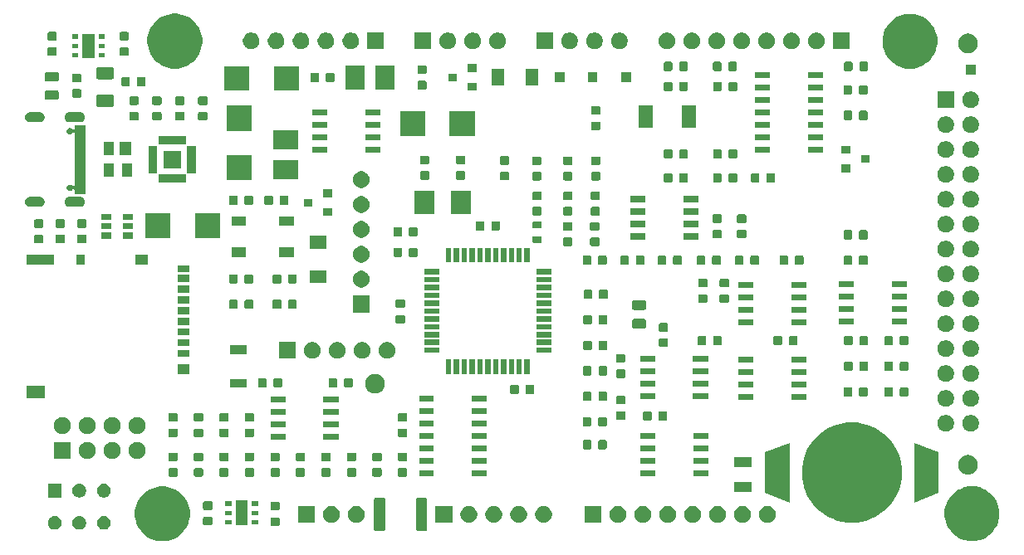
<source format=gts>
G04 #@! TF.GenerationSoftware,KiCad,Pcbnew,5.1.6-c6e7f7d~87~ubuntu18.04.1*
G04 #@! TF.CreationDate,2020-10-20T17:27:17+03:00*
G04 #@! TF.ProjectId,PSLab,50534c61-622e-46b6-9963-61645f706362,v6.1*
G04 #@! TF.SameCoordinates,Original*
G04 #@! TF.FileFunction,Soldermask,Top*
G04 #@! TF.FilePolarity,Negative*
%FSLAX46Y46*%
G04 Gerber Fmt 4.6, Leading zero omitted, Abs format (unit mm)*
G04 Created by KiCad (PCBNEW 5.1.6-c6e7f7d~87~ubuntu18.04.1) date 2020-10-20 17:27:17*
%MOMM*%
%LPD*%
G01*
G04 APERTURE LIST*
%ADD10C,0.100000*%
G04 APERTURE END LIST*
D10*
G36*
X105426253Y-108273801D02*
G01*
X105696730Y-108327602D01*
X105907799Y-108415030D01*
X106206296Y-108538671D01*
X106206297Y-108538672D01*
X106664896Y-108845098D01*
X107054902Y-109235104D01*
X107198880Y-109450582D01*
X107361329Y-109693704D01*
X107434719Y-109870884D01*
X107572398Y-110203270D01*
X107614267Y-110413762D01*
X107680000Y-110744223D01*
X107680000Y-111295777D01*
X107645898Y-111467219D01*
X107572398Y-111836730D01*
X107514607Y-111976250D01*
X107361329Y-112346296D01*
X107361328Y-112346297D01*
X107054902Y-112804896D01*
X106664896Y-113194902D01*
X106358469Y-113399650D01*
X106206296Y-113501329D01*
X105907799Y-113624970D01*
X105696730Y-113712398D01*
X105426253Y-113766199D01*
X105155777Y-113820000D01*
X104604223Y-113820000D01*
X104333747Y-113766199D01*
X104063270Y-113712398D01*
X103852201Y-113624970D01*
X103553704Y-113501329D01*
X103401531Y-113399650D01*
X103095104Y-113194902D01*
X102705098Y-112804896D01*
X102398672Y-112346297D01*
X102398671Y-112346296D01*
X102245393Y-111976250D01*
X102187602Y-111836730D01*
X102114102Y-111467219D01*
X102080000Y-111295777D01*
X102080000Y-110744223D01*
X102145733Y-110413762D01*
X102187602Y-110203270D01*
X102325281Y-109870884D01*
X102398671Y-109693704D01*
X102561120Y-109450582D01*
X102705098Y-109235104D01*
X103095104Y-108845098D01*
X103553703Y-108538672D01*
X103553704Y-108538671D01*
X103852201Y-108415030D01*
X104063270Y-108327602D01*
X104333747Y-108273801D01*
X104604223Y-108220000D01*
X105155777Y-108220000D01*
X105426253Y-108273801D01*
G37*
G36*
X187746050Y-108220000D02*
G01*
X188236730Y-108317602D01*
X188447799Y-108405030D01*
X188746296Y-108528671D01*
X188803143Y-108566655D01*
X189204896Y-108835098D01*
X189594902Y-109225104D01*
X189765958Y-109481107D01*
X189901329Y-109683704D01*
X190003364Y-109930038D01*
X190112398Y-110193270D01*
X190125008Y-110256664D01*
X190220000Y-110734223D01*
X190220000Y-111285777D01*
X190188153Y-111445884D01*
X190112398Y-111826730D01*
X190085637Y-111891336D01*
X189901329Y-112336296D01*
X189870909Y-112381822D01*
X189594902Y-112794896D01*
X189204896Y-113184902D01*
X188898469Y-113389650D01*
X188746296Y-113491329D01*
X188447799Y-113614970D01*
X188236730Y-113702398D01*
X188186456Y-113712398D01*
X187695777Y-113810000D01*
X187144223Y-113810000D01*
X186653544Y-113712398D01*
X186603270Y-113702398D01*
X186392201Y-113614970D01*
X186093704Y-113491329D01*
X185941531Y-113389650D01*
X185635104Y-113184902D01*
X185245098Y-112794896D01*
X184969091Y-112381822D01*
X184938671Y-112336296D01*
X184754363Y-111891336D01*
X184727602Y-111826730D01*
X184651847Y-111445884D01*
X184620000Y-111285777D01*
X184620000Y-110734223D01*
X184714992Y-110256664D01*
X184727602Y-110193270D01*
X184836636Y-109930038D01*
X184938671Y-109683704D01*
X185074042Y-109481107D01*
X185245098Y-109225104D01*
X185635104Y-108835098D01*
X186036857Y-108566655D01*
X186093704Y-108528671D01*
X186392201Y-108405030D01*
X186603270Y-108317602D01*
X187093950Y-108220000D01*
X187144223Y-108210000D01*
X187695777Y-108210000D01*
X187746050Y-108220000D01*
G37*
G36*
X131714553Y-109374062D02*
G01*
X131748306Y-109384302D01*
X131779418Y-109400931D01*
X131806688Y-109423312D01*
X131829069Y-109450582D01*
X131845698Y-109481694D01*
X131855938Y-109515447D01*
X131860000Y-109556695D01*
X131860000Y-112583305D01*
X131855938Y-112624553D01*
X131845698Y-112658306D01*
X131829069Y-112689418D01*
X131806688Y-112716688D01*
X131779418Y-112739069D01*
X131748306Y-112755698D01*
X131714553Y-112765938D01*
X131673305Y-112770000D01*
X130921695Y-112770000D01*
X130880447Y-112765938D01*
X130846694Y-112755698D01*
X130815582Y-112739069D01*
X130788312Y-112716688D01*
X130765931Y-112689418D01*
X130749302Y-112658306D01*
X130739062Y-112624553D01*
X130735000Y-112583305D01*
X130735000Y-109556695D01*
X130739062Y-109515447D01*
X130749302Y-109481694D01*
X130765931Y-109450582D01*
X130788312Y-109423312D01*
X130815582Y-109400931D01*
X130846694Y-109384302D01*
X130880447Y-109374062D01*
X130921695Y-109370000D01*
X131673305Y-109370000D01*
X131714553Y-109374062D01*
G37*
G36*
X127439553Y-109374062D02*
G01*
X127473306Y-109384302D01*
X127504418Y-109400931D01*
X127531688Y-109423312D01*
X127554069Y-109450582D01*
X127570698Y-109481694D01*
X127580938Y-109515447D01*
X127585000Y-109556695D01*
X127585000Y-112583305D01*
X127580938Y-112624553D01*
X127570698Y-112658306D01*
X127554069Y-112689418D01*
X127531688Y-112716688D01*
X127504418Y-112739069D01*
X127473306Y-112755698D01*
X127439553Y-112765938D01*
X127398305Y-112770000D01*
X126646695Y-112770000D01*
X126605447Y-112765938D01*
X126571694Y-112755698D01*
X126540582Y-112739069D01*
X126513312Y-112716688D01*
X126490931Y-112689418D01*
X126474302Y-112658306D01*
X126464062Y-112624553D01*
X126460000Y-112583305D01*
X126460000Y-109556695D01*
X126464062Y-109515447D01*
X126474302Y-109481694D01*
X126490931Y-109450582D01*
X126513312Y-109423312D01*
X126540582Y-109400931D01*
X126571694Y-109384302D01*
X126605447Y-109374062D01*
X126646695Y-109370000D01*
X127398305Y-109370000D01*
X127439553Y-109374062D01*
G37*
G36*
X94110182Y-111262500D02*
G01*
X94237573Y-111315267D01*
X94258967Y-111329562D01*
X94352224Y-111391874D01*
X94449726Y-111489376D01*
X94449727Y-111489378D01*
X94526333Y-111604027D01*
X94579100Y-111731418D01*
X94606000Y-111866655D01*
X94606000Y-112004545D01*
X94579100Y-112139782D01*
X94526333Y-112267173D01*
X94526332Y-112267174D01*
X94449726Y-112381824D01*
X94352224Y-112479326D01*
X94294510Y-112517889D01*
X94237573Y-112555933D01*
X94110182Y-112608700D01*
X93974945Y-112635600D01*
X93837055Y-112635600D01*
X93701818Y-112608700D01*
X93574427Y-112555933D01*
X93517490Y-112517889D01*
X93459776Y-112479326D01*
X93362274Y-112381824D01*
X93285668Y-112267174D01*
X93285667Y-112267173D01*
X93232900Y-112139782D01*
X93206000Y-112004545D01*
X93206000Y-111866655D01*
X93232900Y-111731418D01*
X93285667Y-111604027D01*
X93362273Y-111489378D01*
X93362274Y-111489376D01*
X93459776Y-111391874D01*
X93553033Y-111329562D01*
X93574427Y-111315267D01*
X93701818Y-111262500D01*
X93837055Y-111235600D01*
X93974945Y-111235600D01*
X94110182Y-111262500D01*
G37*
G36*
X96610182Y-111262500D02*
G01*
X96737573Y-111315267D01*
X96758967Y-111329562D01*
X96852224Y-111391874D01*
X96949726Y-111489376D01*
X96949727Y-111489378D01*
X97026333Y-111604027D01*
X97079100Y-111731418D01*
X97106000Y-111866655D01*
X97106000Y-112004545D01*
X97079100Y-112139782D01*
X97026333Y-112267173D01*
X97026332Y-112267174D01*
X96949726Y-112381824D01*
X96852224Y-112479326D01*
X96794510Y-112517889D01*
X96737573Y-112555933D01*
X96610182Y-112608700D01*
X96474945Y-112635600D01*
X96337055Y-112635600D01*
X96201818Y-112608700D01*
X96074427Y-112555933D01*
X96017490Y-112517889D01*
X95959776Y-112479326D01*
X95862274Y-112381824D01*
X95785668Y-112267174D01*
X95785667Y-112267173D01*
X95732900Y-112139782D01*
X95706000Y-112004545D01*
X95706000Y-111866655D01*
X95732900Y-111731418D01*
X95785667Y-111604027D01*
X95862273Y-111489378D01*
X95862274Y-111489376D01*
X95959776Y-111391874D01*
X96053033Y-111329562D01*
X96074427Y-111315267D01*
X96201818Y-111262500D01*
X96337055Y-111235600D01*
X96474945Y-111235600D01*
X96610182Y-111262500D01*
G37*
G36*
X99110182Y-111262500D02*
G01*
X99237573Y-111315267D01*
X99258967Y-111329562D01*
X99352224Y-111391874D01*
X99449726Y-111489376D01*
X99449727Y-111489378D01*
X99526333Y-111604027D01*
X99579100Y-111731418D01*
X99606000Y-111866655D01*
X99606000Y-112004545D01*
X99579100Y-112139782D01*
X99526333Y-112267173D01*
X99526332Y-112267174D01*
X99449726Y-112381824D01*
X99352224Y-112479326D01*
X99294510Y-112517889D01*
X99237573Y-112555933D01*
X99110182Y-112608700D01*
X98974945Y-112635600D01*
X98837055Y-112635600D01*
X98701818Y-112608700D01*
X98574427Y-112555933D01*
X98517490Y-112517889D01*
X98459776Y-112479326D01*
X98362274Y-112381824D01*
X98285668Y-112267174D01*
X98285667Y-112267173D01*
X98232900Y-112139782D01*
X98206000Y-112004545D01*
X98206000Y-111866655D01*
X98232900Y-111731418D01*
X98285667Y-111604027D01*
X98362273Y-111489378D01*
X98362274Y-111489376D01*
X98459776Y-111391874D01*
X98553033Y-111329562D01*
X98574427Y-111315267D01*
X98701818Y-111262500D01*
X98837055Y-111235600D01*
X98974945Y-111235600D01*
X99110182Y-111262500D01*
G37*
G36*
X116709116Y-111373595D02*
G01*
X116738311Y-111382452D01*
X116765223Y-111396837D01*
X116788808Y-111416192D01*
X116808163Y-111439777D01*
X116822548Y-111466689D01*
X116831405Y-111495884D01*
X116835000Y-111532390D01*
X116835000Y-112082610D01*
X116831405Y-112119116D01*
X116822548Y-112148311D01*
X116808163Y-112175223D01*
X116788808Y-112198808D01*
X116765223Y-112218163D01*
X116738311Y-112232548D01*
X116709116Y-112241405D01*
X116672610Y-112245000D01*
X116047390Y-112245000D01*
X116010884Y-112241405D01*
X115981689Y-112232548D01*
X115954777Y-112218163D01*
X115931192Y-112198808D01*
X115911837Y-112175223D01*
X115897452Y-112148311D01*
X115888595Y-112119116D01*
X115885000Y-112082610D01*
X115885000Y-111532390D01*
X115888595Y-111495884D01*
X115897452Y-111466689D01*
X115911837Y-111439777D01*
X115931192Y-111416192D01*
X115954777Y-111396837D01*
X115981689Y-111382452D01*
X116010884Y-111373595D01*
X116047390Y-111370000D01*
X116672610Y-111370000D01*
X116709116Y-111373595D01*
G37*
G36*
X109849116Y-111323595D02*
G01*
X109878311Y-111332452D01*
X109905223Y-111346837D01*
X109928808Y-111366192D01*
X109948163Y-111389777D01*
X109962548Y-111416689D01*
X109971405Y-111445884D01*
X109975000Y-111482390D01*
X109975000Y-112032610D01*
X109971405Y-112069116D01*
X109962548Y-112098311D01*
X109948163Y-112125223D01*
X109928808Y-112148808D01*
X109905223Y-112168163D01*
X109878311Y-112182548D01*
X109849116Y-112191405D01*
X109812610Y-112195000D01*
X109187390Y-112195000D01*
X109150884Y-112191405D01*
X109121689Y-112182548D01*
X109094777Y-112168163D01*
X109071192Y-112148808D01*
X109051837Y-112125223D01*
X109037452Y-112098311D01*
X109028595Y-112069116D01*
X109025000Y-112032610D01*
X109025000Y-111482390D01*
X109028595Y-111445884D01*
X109037452Y-111416689D01*
X109051837Y-111389777D01*
X109071192Y-111366192D01*
X109094777Y-111346837D01*
X109121689Y-111332452D01*
X109150884Y-111323595D01*
X109187390Y-111320000D01*
X109812610Y-111320000D01*
X109849116Y-111323595D01*
G37*
G36*
X113585000Y-112170000D02*
G01*
X112335000Y-112170000D01*
X112335000Y-109670000D01*
X113585000Y-109670000D01*
X113585000Y-112170000D01*
G37*
G36*
X114615000Y-112095000D02*
G01*
X113985000Y-112095000D01*
X113985000Y-111645000D01*
X114615000Y-111645000D01*
X114615000Y-112095000D01*
G37*
G36*
X111935000Y-112095000D02*
G01*
X111305000Y-112095000D01*
X111305000Y-111645000D01*
X111935000Y-111645000D01*
X111935000Y-112095000D01*
G37*
G36*
X166797935Y-110256664D02*
G01*
X166952624Y-110320739D01*
X166952626Y-110320740D01*
X167091844Y-110413762D01*
X167210238Y-110532156D01*
X167302342Y-110670000D01*
X167303261Y-110671376D01*
X167367336Y-110826065D01*
X167400000Y-110990281D01*
X167400000Y-111157719D01*
X167367336Y-111321935D01*
X167315994Y-111445884D01*
X167303260Y-111476626D01*
X167210238Y-111615844D01*
X167091844Y-111734238D01*
X166952626Y-111827260D01*
X166952625Y-111827261D01*
X166952624Y-111827261D01*
X166797935Y-111891336D01*
X166633719Y-111924000D01*
X166466281Y-111924000D01*
X166302065Y-111891336D01*
X166147376Y-111827261D01*
X166147375Y-111827261D01*
X166147374Y-111827260D01*
X166008156Y-111734238D01*
X165889762Y-111615844D01*
X165796740Y-111476626D01*
X165784006Y-111445884D01*
X165732664Y-111321935D01*
X165700000Y-111157719D01*
X165700000Y-110990281D01*
X165732664Y-110826065D01*
X165796739Y-110671376D01*
X165797658Y-110670000D01*
X165889762Y-110532156D01*
X166008156Y-110413762D01*
X166147374Y-110320740D01*
X166147376Y-110320739D01*
X166302065Y-110256664D01*
X166466281Y-110224000D01*
X166633719Y-110224000D01*
X166797935Y-110256664D01*
G37*
G36*
X149620000Y-111924000D02*
G01*
X147920000Y-111924000D01*
X147920000Y-110224000D01*
X149620000Y-110224000D01*
X149620000Y-111924000D01*
G37*
G36*
X151557935Y-110256664D02*
G01*
X151712624Y-110320739D01*
X151712626Y-110320740D01*
X151851844Y-110413762D01*
X151970238Y-110532156D01*
X152062342Y-110670000D01*
X152063261Y-110671376D01*
X152127336Y-110826065D01*
X152160000Y-110990281D01*
X152160000Y-111157719D01*
X152127336Y-111321935D01*
X152075994Y-111445884D01*
X152063260Y-111476626D01*
X151970238Y-111615844D01*
X151851844Y-111734238D01*
X151712626Y-111827260D01*
X151712625Y-111827261D01*
X151712624Y-111827261D01*
X151557935Y-111891336D01*
X151393719Y-111924000D01*
X151226281Y-111924000D01*
X151062065Y-111891336D01*
X150907376Y-111827261D01*
X150907375Y-111827261D01*
X150907374Y-111827260D01*
X150768156Y-111734238D01*
X150649762Y-111615844D01*
X150556740Y-111476626D01*
X150544006Y-111445884D01*
X150492664Y-111321935D01*
X150460000Y-111157719D01*
X150460000Y-110990281D01*
X150492664Y-110826065D01*
X150556739Y-110671376D01*
X150557658Y-110670000D01*
X150649762Y-110532156D01*
X150768156Y-110413762D01*
X150907374Y-110320740D01*
X150907376Y-110320739D01*
X151062065Y-110256664D01*
X151226281Y-110224000D01*
X151393719Y-110224000D01*
X151557935Y-110256664D01*
G37*
G36*
X154097935Y-110256664D02*
G01*
X154252624Y-110320739D01*
X154252626Y-110320740D01*
X154391844Y-110413762D01*
X154510238Y-110532156D01*
X154602342Y-110670000D01*
X154603261Y-110671376D01*
X154667336Y-110826065D01*
X154700000Y-110990281D01*
X154700000Y-111157719D01*
X154667336Y-111321935D01*
X154615994Y-111445884D01*
X154603260Y-111476626D01*
X154510238Y-111615844D01*
X154391844Y-111734238D01*
X154252626Y-111827260D01*
X154252625Y-111827261D01*
X154252624Y-111827261D01*
X154097935Y-111891336D01*
X153933719Y-111924000D01*
X153766281Y-111924000D01*
X153602065Y-111891336D01*
X153447376Y-111827261D01*
X153447375Y-111827261D01*
X153447374Y-111827260D01*
X153308156Y-111734238D01*
X153189762Y-111615844D01*
X153096740Y-111476626D01*
X153084006Y-111445884D01*
X153032664Y-111321935D01*
X153000000Y-111157719D01*
X153000000Y-110990281D01*
X153032664Y-110826065D01*
X153096739Y-110671376D01*
X153097658Y-110670000D01*
X153189762Y-110532156D01*
X153308156Y-110413762D01*
X153447374Y-110320740D01*
X153447376Y-110320739D01*
X153602065Y-110256664D01*
X153766281Y-110224000D01*
X153933719Y-110224000D01*
X154097935Y-110256664D01*
G37*
G36*
X156637935Y-110256664D02*
G01*
X156792624Y-110320739D01*
X156792626Y-110320740D01*
X156931844Y-110413762D01*
X157050238Y-110532156D01*
X157142342Y-110670000D01*
X157143261Y-110671376D01*
X157207336Y-110826065D01*
X157240000Y-110990281D01*
X157240000Y-111157719D01*
X157207336Y-111321935D01*
X157155994Y-111445884D01*
X157143260Y-111476626D01*
X157050238Y-111615844D01*
X156931844Y-111734238D01*
X156792626Y-111827260D01*
X156792625Y-111827261D01*
X156792624Y-111827261D01*
X156637935Y-111891336D01*
X156473719Y-111924000D01*
X156306281Y-111924000D01*
X156142065Y-111891336D01*
X155987376Y-111827261D01*
X155987375Y-111827261D01*
X155987374Y-111827260D01*
X155848156Y-111734238D01*
X155729762Y-111615844D01*
X155636740Y-111476626D01*
X155624006Y-111445884D01*
X155572664Y-111321935D01*
X155540000Y-111157719D01*
X155540000Y-110990281D01*
X155572664Y-110826065D01*
X155636739Y-110671376D01*
X155637658Y-110670000D01*
X155729762Y-110532156D01*
X155848156Y-110413762D01*
X155987374Y-110320740D01*
X155987376Y-110320739D01*
X156142065Y-110256664D01*
X156306281Y-110224000D01*
X156473719Y-110224000D01*
X156637935Y-110256664D01*
G37*
G36*
X159177935Y-110256664D02*
G01*
X159332624Y-110320739D01*
X159332626Y-110320740D01*
X159471844Y-110413762D01*
X159590238Y-110532156D01*
X159682342Y-110670000D01*
X159683261Y-110671376D01*
X159747336Y-110826065D01*
X159780000Y-110990281D01*
X159780000Y-111157719D01*
X159747336Y-111321935D01*
X159695994Y-111445884D01*
X159683260Y-111476626D01*
X159590238Y-111615844D01*
X159471844Y-111734238D01*
X159332626Y-111827260D01*
X159332625Y-111827261D01*
X159332624Y-111827261D01*
X159177935Y-111891336D01*
X159013719Y-111924000D01*
X158846281Y-111924000D01*
X158682065Y-111891336D01*
X158527376Y-111827261D01*
X158527375Y-111827261D01*
X158527374Y-111827260D01*
X158388156Y-111734238D01*
X158269762Y-111615844D01*
X158176740Y-111476626D01*
X158164006Y-111445884D01*
X158112664Y-111321935D01*
X158080000Y-111157719D01*
X158080000Y-110990281D01*
X158112664Y-110826065D01*
X158176739Y-110671376D01*
X158177658Y-110670000D01*
X158269762Y-110532156D01*
X158388156Y-110413762D01*
X158527374Y-110320740D01*
X158527376Y-110320739D01*
X158682065Y-110256664D01*
X158846281Y-110224000D01*
X159013719Y-110224000D01*
X159177935Y-110256664D01*
G37*
G36*
X161717935Y-110256664D02*
G01*
X161872624Y-110320739D01*
X161872626Y-110320740D01*
X162011844Y-110413762D01*
X162130238Y-110532156D01*
X162222342Y-110670000D01*
X162223261Y-110671376D01*
X162287336Y-110826065D01*
X162320000Y-110990281D01*
X162320000Y-111157719D01*
X162287336Y-111321935D01*
X162235994Y-111445884D01*
X162223260Y-111476626D01*
X162130238Y-111615844D01*
X162011844Y-111734238D01*
X161872626Y-111827260D01*
X161872625Y-111827261D01*
X161872624Y-111827261D01*
X161717935Y-111891336D01*
X161553719Y-111924000D01*
X161386281Y-111924000D01*
X161222065Y-111891336D01*
X161067376Y-111827261D01*
X161067375Y-111827261D01*
X161067374Y-111827260D01*
X160928156Y-111734238D01*
X160809762Y-111615844D01*
X160716740Y-111476626D01*
X160704006Y-111445884D01*
X160652664Y-111321935D01*
X160620000Y-111157719D01*
X160620000Y-110990281D01*
X160652664Y-110826065D01*
X160716739Y-110671376D01*
X160717658Y-110670000D01*
X160809762Y-110532156D01*
X160928156Y-110413762D01*
X161067374Y-110320740D01*
X161067376Y-110320739D01*
X161222065Y-110256664D01*
X161386281Y-110224000D01*
X161553719Y-110224000D01*
X161717935Y-110256664D01*
G37*
G36*
X164257935Y-110256664D02*
G01*
X164412624Y-110320739D01*
X164412626Y-110320740D01*
X164551844Y-110413762D01*
X164670238Y-110532156D01*
X164762342Y-110670000D01*
X164763261Y-110671376D01*
X164827336Y-110826065D01*
X164860000Y-110990281D01*
X164860000Y-111157719D01*
X164827336Y-111321935D01*
X164775994Y-111445884D01*
X164763260Y-111476626D01*
X164670238Y-111615844D01*
X164551844Y-111734238D01*
X164412626Y-111827260D01*
X164412625Y-111827261D01*
X164412624Y-111827261D01*
X164257935Y-111891336D01*
X164093719Y-111924000D01*
X163926281Y-111924000D01*
X163762065Y-111891336D01*
X163607376Y-111827261D01*
X163607375Y-111827261D01*
X163607374Y-111827260D01*
X163468156Y-111734238D01*
X163349762Y-111615844D01*
X163256740Y-111476626D01*
X163244006Y-111445884D01*
X163192664Y-111321935D01*
X163160000Y-111157719D01*
X163160000Y-110990281D01*
X163192664Y-110826065D01*
X163256739Y-110671376D01*
X163257658Y-110670000D01*
X163349762Y-110532156D01*
X163468156Y-110413762D01*
X163607374Y-110320740D01*
X163607376Y-110320739D01*
X163762065Y-110256664D01*
X163926281Y-110224000D01*
X164093719Y-110224000D01*
X164257935Y-110256664D01*
G37*
G36*
X120410000Y-111924000D02*
G01*
X118710000Y-111924000D01*
X118710000Y-110224000D01*
X120410000Y-110224000D01*
X120410000Y-111924000D01*
G37*
G36*
X122347935Y-110256664D02*
G01*
X122502624Y-110320739D01*
X122502626Y-110320740D01*
X122641844Y-110413762D01*
X122760238Y-110532156D01*
X122852342Y-110670000D01*
X122853261Y-110671376D01*
X122917336Y-110826065D01*
X122950000Y-110990281D01*
X122950000Y-111157719D01*
X122917336Y-111321935D01*
X122865994Y-111445884D01*
X122853260Y-111476626D01*
X122760238Y-111615844D01*
X122641844Y-111734238D01*
X122502626Y-111827260D01*
X122502625Y-111827261D01*
X122502624Y-111827261D01*
X122347935Y-111891336D01*
X122183719Y-111924000D01*
X122016281Y-111924000D01*
X121852065Y-111891336D01*
X121697376Y-111827261D01*
X121697375Y-111827261D01*
X121697374Y-111827260D01*
X121558156Y-111734238D01*
X121439762Y-111615844D01*
X121346740Y-111476626D01*
X121334006Y-111445884D01*
X121282664Y-111321935D01*
X121250000Y-111157719D01*
X121250000Y-110990281D01*
X121282664Y-110826065D01*
X121346739Y-110671376D01*
X121347658Y-110670000D01*
X121439762Y-110532156D01*
X121558156Y-110413762D01*
X121697374Y-110320740D01*
X121697376Y-110320739D01*
X121852065Y-110256664D01*
X122016281Y-110224000D01*
X122183719Y-110224000D01*
X122347935Y-110256664D01*
G37*
G36*
X124887935Y-110256664D02*
G01*
X125042624Y-110320739D01*
X125042626Y-110320740D01*
X125181844Y-110413762D01*
X125300238Y-110532156D01*
X125392342Y-110670000D01*
X125393261Y-110671376D01*
X125457336Y-110826065D01*
X125490000Y-110990281D01*
X125490000Y-111157719D01*
X125457336Y-111321935D01*
X125405994Y-111445884D01*
X125393260Y-111476626D01*
X125300238Y-111615844D01*
X125181844Y-111734238D01*
X125042626Y-111827260D01*
X125042625Y-111827261D01*
X125042624Y-111827261D01*
X124887935Y-111891336D01*
X124723719Y-111924000D01*
X124556281Y-111924000D01*
X124392065Y-111891336D01*
X124237376Y-111827261D01*
X124237375Y-111827261D01*
X124237374Y-111827260D01*
X124098156Y-111734238D01*
X123979762Y-111615844D01*
X123886740Y-111476626D01*
X123874006Y-111445884D01*
X123822664Y-111321935D01*
X123790000Y-111157719D01*
X123790000Y-110990281D01*
X123822664Y-110826065D01*
X123886739Y-110671376D01*
X123887658Y-110670000D01*
X123979762Y-110532156D01*
X124098156Y-110413762D01*
X124237374Y-110320740D01*
X124237376Y-110320739D01*
X124392065Y-110256664D01*
X124556281Y-110224000D01*
X124723719Y-110224000D01*
X124887935Y-110256664D01*
G37*
G36*
X134430800Y-111924000D02*
G01*
X132730800Y-111924000D01*
X132730800Y-110224000D01*
X134430800Y-110224000D01*
X134430800Y-111924000D01*
G37*
G36*
X136368735Y-110256664D02*
G01*
X136523424Y-110320739D01*
X136523426Y-110320740D01*
X136662644Y-110413762D01*
X136781038Y-110532156D01*
X136873142Y-110670000D01*
X136874061Y-110671376D01*
X136938136Y-110826065D01*
X136970800Y-110990281D01*
X136970800Y-111157719D01*
X136938136Y-111321935D01*
X136886794Y-111445884D01*
X136874060Y-111476626D01*
X136781038Y-111615844D01*
X136662644Y-111734238D01*
X136523426Y-111827260D01*
X136523425Y-111827261D01*
X136523424Y-111827261D01*
X136368735Y-111891336D01*
X136204519Y-111924000D01*
X136037081Y-111924000D01*
X135872865Y-111891336D01*
X135718176Y-111827261D01*
X135718175Y-111827261D01*
X135718174Y-111827260D01*
X135578956Y-111734238D01*
X135460562Y-111615844D01*
X135367540Y-111476626D01*
X135354806Y-111445884D01*
X135303464Y-111321935D01*
X135270800Y-111157719D01*
X135270800Y-110990281D01*
X135303464Y-110826065D01*
X135367539Y-110671376D01*
X135368458Y-110670000D01*
X135460562Y-110532156D01*
X135578956Y-110413762D01*
X135718174Y-110320740D01*
X135718176Y-110320739D01*
X135872865Y-110256664D01*
X136037081Y-110224000D01*
X136204519Y-110224000D01*
X136368735Y-110256664D01*
G37*
G36*
X141448735Y-110256664D02*
G01*
X141603424Y-110320739D01*
X141603426Y-110320740D01*
X141742644Y-110413762D01*
X141861038Y-110532156D01*
X141953142Y-110670000D01*
X141954061Y-110671376D01*
X142018136Y-110826065D01*
X142050800Y-110990281D01*
X142050800Y-111157719D01*
X142018136Y-111321935D01*
X141966794Y-111445884D01*
X141954060Y-111476626D01*
X141861038Y-111615844D01*
X141742644Y-111734238D01*
X141603426Y-111827260D01*
X141603425Y-111827261D01*
X141603424Y-111827261D01*
X141448735Y-111891336D01*
X141284519Y-111924000D01*
X141117081Y-111924000D01*
X140952865Y-111891336D01*
X140798176Y-111827261D01*
X140798175Y-111827261D01*
X140798174Y-111827260D01*
X140658956Y-111734238D01*
X140540562Y-111615844D01*
X140447540Y-111476626D01*
X140434806Y-111445884D01*
X140383464Y-111321935D01*
X140350800Y-111157719D01*
X140350800Y-110990281D01*
X140383464Y-110826065D01*
X140447539Y-110671376D01*
X140448458Y-110670000D01*
X140540562Y-110532156D01*
X140658956Y-110413762D01*
X140798174Y-110320740D01*
X140798176Y-110320739D01*
X140952865Y-110256664D01*
X141117081Y-110224000D01*
X141284519Y-110224000D01*
X141448735Y-110256664D01*
G37*
G36*
X143988735Y-110256664D02*
G01*
X144143424Y-110320739D01*
X144143426Y-110320740D01*
X144282644Y-110413762D01*
X144401038Y-110532156D01*
X144493142Y-110670000D01*
X144494061Y-110671376D01*
X144558136Y-110826065D01*
X144590800Y-110990281D01*
X144590800Y-111157719D01*
X144558136Y-111321935D01*
X144506794Y-111445884D01*
X144494060Y-111476626D01*
X144401038Y-111615844D01*
X144282644Y-111734238D01*
X144143426Y-111827260D01*
X144143425Y-111827261D01*
X144143424Y-111827261D01*
X143988735Y-111891336D01*
X143824519Y-111924000D01*
X143657081Y-111924000D01*
X143492865Y-111891336D01*
X143338176Y-111827261D01*
X143338175Y-111827261D01*
X143338174Y-111827260D01*
X143198956Y-111734238D01*
X143080562Y-111615844D01*
X142987540Y-111476626D01*
X142974806Y-111445884D01*
X142923464Y-111321935D01*
X142890800Y-111157719D01*
X142890800Y-110990281D01*
X142923464Y-110826065D01*
X142987539Y-110671376D01*
X142988458Y-110670000D01*
X143080562Y-110532156D01*
X143198956Y-110413762D01*
X143338174Y-110320740D01*
X143338176Y-110320739D01*
X143492865Y-110256664D01*
X143657081Y-110224000D01*
X143824519Y-110224000D01*
X143988735Y-110256664D01*
G37*
G36*
X138908735Y-110256664D02*
G01*
X139063424Y-110320739D01*
X139063426Y-110320740D01*
X139202644Y-110413762D01*
X139321038Y-110532156D01*
X139413142Y-110670000D01*
X139414061Y-110671376D01*
X139478136Y-110826065D01*
X139510800Y-110990281D01*
X139510800Y-111157719D01*
X139478136Y-111321935D01*
X139426794Y-111445884D01*
X139414060Y-111476626D01*
X139321038Y-111615844D01*
X139202644Y-111734238D01*
X139063426Y-111827260D01*
X139063425Y-111827261D01*
X139063424Y-111827261D01*
X138908735Y-111891336D01*
X138744519Y-111924000D01*
X138577081Y-111924000D01*
X138412865Y-111891336D01*
X138258176Y-111827261D01*
X138258175Y-111827261D01*
X138258174Y-111827260D01*
X138118956Y-111734238D01*
X138000562Y-111615844D01*
X137907540Y-111476626D01*
X137894806Y-111445884D01*
X137843464Y-111321935D01*
X137810800Y-111157719D01*
X137810800Y-110990281D01*
X137843464Y-110826065D01*
X137907539Y-110671376D01*
X137908458Y-110670000D01*
X138000562Y-110532156D01*
X138118956Y-110413762D01*
X138258174Y-110320740D01*
X138258176Y-110320739D01*
X138412865Y-110256664D01*
X138577081Y-110224000D01*
X138744519Y-110224000D01*
X138908735Y-110256664D01*
G37*
G36*
X176667614Y-101905989D02*
G01*
X177012409Y-102048808D01*
X177595756Y-102290438D01*
X178431061Y-102848571D01*
X179141429Y-103558939D01*
X179699562Y-104394244D01*
X179922055Y-104931390D01*
X180084011Y-105322386D01*
X180280000Y-106307692D01*
X180280000Y-107312308D01*
X180084011Y-108297614D01*
X179984161Y-108538672D01*
X179699562Y-109225756D01*
X179141429Y-110061061D01*
X178431061Y-110771429D01*
X177595756Y-111329562D01*
X177106085Y-111532390D01*
X176667614Y-111714011D01*
X175682308Y-111910000D01*
X174677692Y-111910000D01*
X173692386Y-111714011D01*
X173253915Y-111532390D01*
X172764244Y-111329562D01*
X171928939Y-110771429D01*
X171218571Y-110061061D01*
X170660438Y-109225756D01*
X170375839Y-108538672D01*
X170275989Y-108297614D01*
X170080000Y-107312308D01*
X170080000Y-106307692D01*
X170275989Y-105322386D01*
X170437945Y-104931390D01*
X170660438Y-104394244D01*
X171218571Y-103558939D01*
X171928939Y-102848571D01*
X172764244Y-102290438D01*
X173347591Y-102048808D01*
X173692386Y-101905989D01*
X174677692Y-101710000D01*
X175682308Y-101710000D01*
X176667614Y-101905989D01*
G37*
G36*
X111935000Y-111145000D02*
G01*
X111305000Y-111145000D01*
X111305000Y-110695000D01*
X111935000Y-110695000D01*
X111935000Y-111145000D01*
G37*
G36*
X114615000Y-111145000D02*
G01*
X113985000Y-111145000D01*
X113985000Y-110695000D01*
X114615000Y-110695000D01*
X114615000Y-111145000D01*
G37*
G36*
X116709116Y-109798595D02*
G01*
X116738311Y-109807452D01*
X116765223Y-109821837D01*
X116788808Y-109841192D01*
X116808163Y-109864777D01*
X116822548Y-109891689D01*
X116831405Y-109920884D01*
X116835000Y-109957390D01*
X116835000Y-110507610D01*
X116831405Y-110544116D01*
X116822548Y-110573311D01*
X116808163Y-110600223D01*
X116788808Y-110623808D01*
X116765223Y-110643163D01*
X116738311Y-110657548D01*
X116709116Y-110666405D01*
X116672610Y-110670000D01*
X116047390Y-110670000D01*
X116010884Y-110666405D01*
X115981689Y-110657548D01*
X115954777Y-110643163D01*
X115931192Y-110623808D01*
X115911837Y-110600223D01*
X115897452Y-110573311D01*
X115888595Y-110544116D01*
X115885000Y-110507610D01*
X115885000Y-109957390D01*
X115888595Y-109920884D01*
X115897452Y-109891689D01*
X115911837Y-109864777D01*
X115931192Y-109841192D01*
X115954777Y-109821837D01*
X115981689Y-109807452D01*
X116010884Y-109798595D01*
X116047390Y-109795000D01*
X116672610Y-109795000D01*
X116709116Y-109798595D01*
G37*
G36*
X109849116Y-109748595D02*
G01*
X109878311Y-109757452D01*
X109905223Y-109771837D01*
X109928808Y-109791192D01*
X109948163Y-109814777D01*
X109962548Y-109841689D01*
X109971405Y-109870884D01*
X109975000Y-109907390D01*
X109975000Y-110457610D01*
X109971405Y-110494116D01*
X109962548Y-110523311D01*
X109948163Y-110550223D01*
X109928808Y-110573808D01*
X109905223Y-110593163D01*
X109878311Y-110607548D01*
X109849116Y-110616405D01*
X109812610Y-110620000D01*
X109187390Y-110620000D01*
X109150884Y-110616405D01*
X109121689Y-110607548D01*
X109094777Y-110593163D01*
X109071192Y-110573808D01*
X109051837Y-110550223D01*
X109037452Y-110523311D01*
X109028595Y-110494116D01*
X109025000Y-110457610D01*
X109025000Y-109907390D01*
X109028595Y-109870884D01*
X109037452Y-109841689D01*
X109051837Y-109814777D01*
X109071192Y-109791192D01*
X109094777Y-109771837D01*
X109121689Y-109757452D01*
X109150884Y-109748595D01*
X109187390Y-109745000D01*
X109812610Y-109745000D01*
X109849116Y-109748595D01*
G37*
G36*
X111935000Y-110195000D02*
G01*
X111305000Y-110195000D01*
X111305000Y-109745000D01*
X111935000Y-109745000D01*
X111935000Y-110195000D01*
G37*
G36*
X114615000Y-110195000D02*
G01*
X113985000Y-110195000D01*
X113985000Y-109745000D01*
X114615000Y-109745000D01*
X114615000Y-110195000D01*
G37*
G36*
X168830000Y-109860000D02*
G01*
X166330000Y-108860000D01*
X166330000Y-104760000D01*
X168830000Y-103760000D01*
X168830000Y-109860000D01*
G37*
G36*
X184030000Y-104760000D02*
G01*
X184030000Y-108860000D01*
X181530000Y-109860000D01*
X181530000Y-103760000D01*
X184030000Y-104760000D01*
G37*
G36*
X94606000Y-109335600D02*
G01*
X93206000Y-109335600D01*
X93206000Y-107935600D01*
X94606000Y-107935600D01*
X94606000Y-109335600D01*
G37*
G36*
X96610182Y-107962500D02*
G01*
X96737573Y-108015267D01*
X96737574Y-108015268D01*
X96852224Y-108091874D01*
X96949726Y-108189376D01*
X96949727Y-108189378D01*
X97026333Y-108304027D01*
X97079100Y-108431418D01*
X97106000Y-108566655D01*
X97106000Y-108704545D01*
X97079100Y-108839782D01*
X97026333Y-108967173D01*
X97026332Y-108967174D01*
X96949726Y-109081824D01*
X96852224Y-109179326D01*
X96794510Y-109217889D01*
X96737573Y-109255933D01*
X96610182Y-109308700D01*
X96474945Y-109335600D01*
X96337055Y-109335600D01*
X96201818Y-109308700D01*
X96074427Y-109255933D01*
X96017490Y-109217889D01*
X95959776Y-109179326D01*
X95862274Y-109081824D01*
X95785668Y-108967174D01*
X95785667Y-108967173D01*
X95732900Y-108839782D01*
X95706000Y-108704545D01*
X95706000Y-108566655D01*
X95732900Y-108431418D01*
X95785667Y-108304027D01*
X95862273Y-108189378D01*
X95862274Y-108189376D01*
X95959776Y-108091874D01*
X96074426Y-108015268D01*
X96074427Y-108015267D01*
X96201818Y-107962500D01*
X96337055Y-107935600D01*
X96474945Y-107935600D01*
X96610182Y-107962500D01*
G37*
G36*
X99110182Y-107962500D02*
G01*
X99237573Y-108015267D01*
X99237574Y-108015268D01*
X99352224Y-108091874D01*
X99449726Y-108189376D01*
X99449727Y-108189378D01*
X99526333Y-108304027D01*
X99579100Y-108431418D01*
X99606000Y-108566655D01*
X99606000Y-108704545D01*
X99579100Y-108839782D01*
X99526333Y-108967173D01*
X99526332Y-108967174D01*
X99449726Y-109081824D01*
X99352224Y-109179326D01*
X99294510Y-109217889D01*
X99237573Y-109255933D01*
X99110182Y-109308700D01*
X98974945Y-109335600D01*
X98837055Y-109335600D01*
X98701818Y-109308700D01*
X98574427Y-109255933D01*
X98517490Y-109217889D01*
X98459776Y-109179326D01*
X98362274Y-109081824D01*
X98285668Y-108967174D01*
X98285667Y-108967173D01*
X98232900Y-108839782D01*
X98206000Y-108704545D01*
X98206000Y-108566655D01*
X98232900Y-108431418D01*
X98285667Y-108304027D01*
X98362273Y-108189378D01*
X98362274Y-108189376D01*
X98459776Y-108091874D01*
X98574426Y-108015268D01*
X98574427Y-108015267D01*
X98701818Y-107962500D01*
X98837055Y-107935600D01*
X98974945Y-107935600D01*
X99110182Y-107962500D01*
G37*
G36*
X164960000Y-108760000D02*
G01*
X163160000Y-108760000D01*
X163160000Y-107760000D01*
X164960000Y-107760000D01*
X164960000Y-108760000D01*
G37*
G36*
X108909116Y-106353595D02*
G01*
X108938311Y-106362452D01*
X108965223Y-106376837D01*
X108988808Y-106396192D01*
X109008163Y-106419777D01*
X109022548Y-106446689D01*
X109031405Y-106475884D01*
X109035000Y-106512390D01*
X109035000Y-107062610D01*
X109031405Y-107099116D01*
X109022548Y-107128311D01*
X109008163Y-107155223D01*
X108988808Y-107178808D01*
X108965223Y-107198163D01*
X108938311Y-107212548D01*
X108909116Y-107221405D01*
X108872610Y-107225000D01*
X108247390Y-107225000D01*
X108210884Y-107221405D01*
X108181689Y-107212548D01*
X108154777Y-107198163D01*
X108131192Y-107178808D01*
X108111837Y-107155223D01*
X108097452Y-107128311D01*
X108088595Y-107099116D01*
X108085000Y-107062610D01*
X108085000Y-106512390D01*
X108088595Y-106475884D01*
X108097452Y-106446689D01*
X108111837Y-106419777D01*
X108131192Y-106396192D01*
X108154777Y-106376837D01*
X108181689Y-106362452D01*
X108210884Y-106353595D01*
X108247390Y-106350000D01*
X108872610Y-106350000D01*
X108909116Y-106353595D01*
G37*
G36*
X106309116Y-106353595D02*
G01*
X106338311Y-106362452D01*
X106365223Y-106376837D01*
X106388808Y-106396192D01*
X106408163Y-106419777D01*
X106422548Y-106446689D01*
X106431405Y-106475884D01*
X106435000Y-106512390D01*
X106435000Y-107062610D01*
X106431405Y-107099116D01*
X106422548Y-107128311D01*
X106408163Y-107155223D01*
X106388808Y-107178808D01*
X106365223Y-107198163D01*
X106338311Y-107212548D01*
X106309116Y-107221405D01*
X106272610Y-107225000D01*
X105647390Y-107225000D01*
X105610884Y-107221405D01*
X105581689Y-107212548D01*
X105554777Y-107198163D01*
X105531192Y-107178808D01*
X105511837Y-107155223D01*
X105497452Y-107128311D01*
X105488595Y-107099116D01*
X105485000Y-107062610D01*
X105485000Y-106512390D01*
X105488595Y-106475884D01*
X105497452Y-106446689D01*
X105511837Y-106419777D01*
X105531192Y-106396192D01*
X105554777Y-106376837D01*
X105581689Y-106362452D01*
X105610884Y-106353595D01*
X105647390Y-106350000D01*
X106272610Y-106350000D01*
X106309116Y-106353595D01*
G37*
G36*
X116709116Y-106353595D02*
G01*
X116738311Y-106362452D01*
X116765223Y-106376837D01*
X116788808Y-106396192D01*
X116808163Y-106419777D01*
X116822548Y-106446689D01*
X116831405Y-106475884D01*
X116835000Y-106512390D01*
X116835000Y-107062610D01*
X116831405Y-107099116D01*
X116822548Y-107128311D01*
X116808163Y-107155223D01*
X116788808Y-107178808D01*
X116765223Y-107198163D01*
X116738311Y-107212548D01*
X116709116Y-107221405D01*
X116672610Y-107225000D01*
X116047390Y-107225000D01*
X116010884Y-107221405D01*
X115981689Y-107212548D01*
X115954777Y-107198163D01*
X115931192Y-107178808D01*
X115911837Y-107155223D01*
X115897452Y-107128311D01*
X115888595Y-107099116D01*
X115885000Y-107062610D01*
X115885000Y-106512390D01*
X115888595Y-106475884D01*
X115897452Y-106446689D01*
X115911837Y-106419777D01*
X115931192Y-106396192D01*
X115954777Y-106376837D01*
X115981689Y-106362452D01*
X116010884Y-106353595D01*
X116047390Y-106350000D01*
X116672610Y-106350000D01*
X116709116Y-106353595D01*
G37*
G36*
X119309116Y-106353595D02*
G01*
X119338311Y-106362452D01*
X119365223Y-106376837D01*
X119388808Y-106396192D01*
X119408163Y-106419777D01*
X119422548Y-106446689D01*
X119431405Y-106475884D01*
X119435000Y-106512390D01*
X119435000Y-107062610D01*
X119431405Y-107099116D01*
X119422548Y-107128311D01*
X119408163Y-107155223D01*
X119388808Y-107178808D01*
X119365223Y-107198163D01*
X119338311Y-107212548D01*
X119309116Y-107221405D01*
X119272610Y-107225000D01*
X118647390Y-107225000D01*
X118610884Y-107221405D01*
X118581689Y-107212548D01*
X118554777Y-107198163D01*
X118531192Y-107178808D01*
X118511837Y-107155223D01*
X118497452Y-107128311D01*
X118488595Y-107099116D01*
X118485000Y-107062610D01*
X118485000Y-106512390D01*
X118488595Y-106475884D01*
X118497452Y-106446689D01*
X118511837Y-106419777D01*
X118531192Y-106396192D01*
X118554777Y-106376837D01*
X118581689Y-106362452D01*
X118610884Y-106353595D01*
X118647390Y-106350000D01*
X119272610Y-106350000D01*
X119309116Y-106353595D01*
G37*
G36*
X124509116Y-106353595D02*
G01*
X124538311Y-106362452D01*
X124565223Y-106376837D01*
X124588808Y-106396192D01*
X124608163Y-106419777D01*
X124622548Y-106446689D01*
X124631405Y-106475884D01*
X124635000Y-106512390D01*
X124635000Y-107062610D01*
X124631405Y-107099116D01*
X124622548Y-107128311D01*
X124608163Y-107155223D01*
X124588808Y-107178808D01*
X124565223Y-107198163D01*
X124538311Y-107212548D01*
X124509116Y-107221405D01*
X124472610Y-107225000D01*
X123847390Y-107225000D01*
X123810884Y-107221405D01*
X123781689Y-107212548D01*
X123754777Y-107198163D01*
X123731192Y-107178808D01*
X123711837Y-107155223D01*
X123697452Y-107128311D01*
X123688595Y-107099116D01*
X123685000Y-107062610D01*
X123685000Y-106512390D01*
X123688595Y-106475884D01*
X123697452Y-106446689D01*
X123711837Y-106419777D01*
X123731192Y-106396192D01*
X123754777Y-106376837D01*
X123781689Y-106362452D01*
X123810884Y-106353595D01*
X123847390Y-106350000D01*
X124472610Y-106350000D01*
X124509116Y-106353595D01*
G37*
G36*
X129709116Y-106353595D02*
G01*
X129738311Y-106362452D01*
X129765223Y-106376837D01*
X129788808Y-106396192D01*
X129808163Y-106419777D01*
X129822548Y-106446689D01*
X129831405Y-106475884D01*
X129835000Y-106512390D01*
X129835000Y-107062610D01*
X129831405Y-107099116D01*
X129822548Y-107128311D01*
X129808163Y-107155223D01*
X129788808Y-107178808D01*
X129765223Y-107198163D01*
X129738311Y-107212548D01*
X129709116Y-107221405D01*
X129672610Y-107225000D01*
X129047390Y-107225000D01*
X129010884Y-107221405D01*
X128981689Y-107212548D01*
X128954777Y-107198163D01*
X128931192Y-107178808D01*
X128911837Y-107155223D01*
X128897452Y-107128311D01*
X128888595Y-107099116D01*
X128885000Y-107062610D01*
X128885000Y-106512390D01*
X128888595Y-106475884D01*
X128897452Y-106446689D01*
X128911837Y-106419777D01*
X128931192Y-106396192D01*
X128954777Y-106376837D01*
X128981689Y-106362452D01*
X129010884Y-106353595D01*
X129047390Y-106350000D01*
X129672610Y-106350000D01*
X129709116Y-106353595D01*
G37*
G36*
X111509116Y-106353595D02*
G01*
X111538311Y-106362452D01*
X111565223Y-106376837D01*
X111588808Y-106396192D01*
X111608163Y-106419777D01*
X111622548Y-106446689D01*
X111631405Y-106475884D01*
X111635000Y-106512390D01*
X111635000Y-107062610D01*
X111631405Y-107099116D01*
X111622548Y-107128311D01*
X111608163Y-107155223D01*
X111588808Y-107178808D01*
X111565223Y-107198163D01*
X111538311Y-107212548D01*
X111509116Y-107221405D01*
X111472610Y-107225000D01*
X110847390Y-107225000D01*
X110810884Y-107221405D01*
X110781689Y-107212548D01*
X110754777Y-107198163D01*
X110731192Y-107178808D01*
X110711837Y-107155223D01*
X110697452Y-107128311D01*
X110688595Y-107099116D01*
X110685000Y-107062610D01*
X110685000Y-106512390D01*
X110688595Y-106475884D01*
X110697452Y-106446689D01*
X110711837Y-106419777D01*
X110731192Y-106396192D01*
X110754777Y-106376837D01*
X110781689Y-106362452D01*
X110810884Y-106353595D01*
X110847390Y-106350000D01*
X111472610Y-106350000D01*
X111509116Y-106353595D01*
G37*
G36*
X114109116Y-106353595D02*
G01*
X114138311Y-106362452D01*
X114165223Y-106376837D01*
X114188808Y-106396192D01*
X114208163Y-106419777D01*
X114222548Y-106446689D01*
X114231405Y-106475884D01*
X114235000Y-106512390D01*
X114235000Y-107062610D01*
X114231405Y-107099116D01*
X114222548Y-107128311D01*
X114208163Y-107155223D01*
X114188808Y-107178808D01*
X114165223Y-107198163D01*
X114138311Y-107212548D01*
X114109116Y-107221405D01*
X114072610Y-107225000D01*
X113447390Y-107225000D01*
X113410884Y-107221405D01*
X113381689Y-107212548D01*
X113354777Y-107198163D01*
X113331192Y-107178808D01*
X113311837Y-107155223D01*
X113297452Y-107128311D01*
X113288595Y-107099116D01*
X113285000Y-107062610D01*
X113285000Y-106512390D01*
X113288595Y-106475884D01*
X113297452Y-106446689D01*
X113311837Y-106419777D01*
X113331192Y-106396192D01*
X113354777Y-106376837D01*
X113381689Y-106362452D01*
X113410884Y-106353595D01*
X113447390Y-106350000D01*
X114072610Y-106350000D01*
X114109116Y-106353595D01*
G37*
G36*
X121909116Y-106353595D02*
G01*
X121938311Y-106362452D01*
X121965223Y-106376837D01*
X121988808Y-106396192D01*
X122008163Y-106419777D01*
X122022548Y-106446689D01*
X122031405Y-106475884D01*
X122035000Y-106512390D01*
X122035000Y-107062610D01*
X122031405Y-107099116D01*
X122022548Y-107128311D01*
X122008163Y-107155223D01*
X121988808Y-107178808D01*
X121965223Y-107198163D01*
X121938311Y-107212548D01*
X121909116Y-107221405D01*
X121872610Y-107225000D01*
X121247390Y-107225000D01*
X121210884Y-107221405D01*
X121181689Y-107212548D01*
X121154777Y-107198163D01*
X121131192Y-107178808D01*
X121111837Y-107155223D01*
X121097452Y-107128311D01*
X121088595Y-107099116D01*
X121085000Y-107062610D01*
X121085000Y-106512390D01*
X121088595Y-106475884D01*
X121097452Y-106446689D01*
X121111837Y-106419777D01*
X121131192Y-106396192D01*
X121154777Y-106376837D01*
X121181689Y-106362452D01*
X121210884Y-106353595D01*
X121247390Y-106350000D01*
X121872610Y-106350000D01*
X121909116Y-106353595D01*
G37*
G36*
X127109116Y-106347595D02*
G01*
X127138311Y-106356452D01*
X127165223Y-106370837D01*
X127188808Y-106390192D01*
X127208163Y-106413777D01*
X127222548Y-106440689D01*
X127231405Y-106469884D01*
X127235000Y-106506390D01*
X127235000Y-107056610D01*
X127231405Y-107093116D01*
X127222548Y-107122311D01*
X127208163Y-107149223D01*
X127188808Y-107172808D01*
X127165223Y-107192163D01*
X127138311Y-107206548D01*
X127109116Y-107215405D01*
X127072610Y-107219000D01*
X126447390Y-107219000D01*
X126410884Y-107215405D01*
X126381689Y-107206548D01*
X126354777Y-107192163D01*
X126331192Y-107172808D01*
X126311837Y-107149223D01*
X126297452Y-107122311D01*
X126288595Y-107093116D01*
X126285000Y-107056610D01*
X126285000Y-106506390D01*
X126288595Y-106469884D01*
X126297452Y-106440689D01*
X126311837Y-106413777D01*
X126331192Y-106390192D01*
X126354777Y-106370837D01*
X126381689Y-106356452D01*
X126410884Y-106347595D01*
X126447390Y-106344000D01*
X127072610Y-106344000D01*
X127109116Y-106347595D01*
G37*
G36*
X132550000Y-107210000D02*
G01*
X131050000Y-107210000D01*
X131050000Y-106610000D01*
X132550000Y-106610000D01*
X132550000Y-107210000D01*
G37*
G36*
X137950000Y-107210000D02*
G01*
X136450000Y-107210000D01*
X136450000Y-106610000D01*
X137950000Y-106610000D01*
X137950000Y-107210000D01*
G37*
G36*
X160545000Y-107205000D02*
G01*
X158995000Y-107205000D01*
X158995000Y-106605000D01*
X160545000Y-106605000D01*
X160545000Y-107205000D01*
G37*
G36*
X155145000Y-107205000D02*
G01*
X153595000Y-107205000D01*
X153595000Y-106605000D01*
X155145000Y-106605000D01*
X155145000Y-107205000D01*
G37*
G36*
X187227290Y-105025619D02*
G01*
X187291689Y-105038429D01*
X187473678Y-105113811D01*
X187637463Y-105223249D01*
X187776751Y-105362537D01*
X187886189Y-105526322D01*
X187961571Y-105708311D01*
X188000000Y-105901509D01*
X188000000Y-106098491D01*
X187961571Y-106291689D01*
X187886189Y-106473678D01*
X187776751Y-106637463D01*
X187637463Y-106776751D01*
X187473678Y-106886189D01*
X187291689Y-106961571D01*
X187227290Y-106974381D01*
X187098493Y-107000000D01*
X186901507Y-107000000D01*
X186772710Y-106974381D01*
X186708311Y-106961571D01*
X186526322Y-106886189D01*
X186362537Y-106776751D01*
X186223249Y-106637463D01*
X186113811Y-106473678D01*
X186038429Y-106291689D01*
X186000000Y-106098491D01*
X186000000Y-105901509D01*
X186038429Y-105708311D01*
X186113811Y-105526322D01*
X186223249Y-105362537D01*
X186362537Y-105223249D01*
X186526322Y-105113811D01*
X186708311Y-105038429D01*
X186772710Y-105025619D01*
X186901507Y-105000000D01*
X187098493Y-105000000D01*
X187227290Y-105025619D01*
G37*
G36*
X164960000Y-106260000D02*
G01*
X163160000Y-106260000D01*
X163160000Y-105260000D01*
X164960000Y-105260000D01*
X164960000Y-106260000D01*
G37*
G36*
X137950000Y-105940000D02*
G01*
X136450000Y-105940000D01*
X136450000Y-105340000D01*
X137950000Y-105340000D01*
X137950000Y-105940000D01*
G37*
G36*
X132550000Y-105940000D02*
G01*
X131050000Y-105940000D01*
X131050000Y-105340000D01*
X132550000Y-105340000D01*
X132550000Y-105940000D01*
G37*
G36*
X160545000Y-105935000D02*
G01*
X158995000Y-105935000D01*
X158995000Y-105335000D01*
X160545000Y-105335000D01*
X160545000Y-105935000D01*
G37*
G36*
X155145000Y-105935000D02*
G01*
X153595000Y-105935000D01*
X153595000Y-105335000D01*
X155145000Y-105335000D01*
X155145000Y-105935000D01*
G37*
G36*
X121909116Y-104778595D02*
G01*
X121938311Y-104787452D01*
X121965223Y-104801837D01*
X121988808Y-104821192D01*
X122008163Y-104844777D01*
X122022548Y-104871689D01*
X122031405Y-104900884D01*
X122035000Y-104937390D01*
X122035000Y-105487610D01*
X122031405Y-105524116D01*
X122022548Y-105553311D01*
X122008163Y-105580223D01*
X121988808Y-105603808D01*
X121965223Y-105623163D01*
X121938311Y-105637548D01*
X121909116Y-105646405D01*
X121872610Y-105650000D01*
X121247390Y-105650000D01*
X121210884Y-105646405D01*
X121181689Y-105637548D01*
X121154777Y-105623163D01*
X121131192Y-105603808D01*
X121111837Y-105580223D01*
X121097452Y-105553311D01*
X121088595Y-105524116D01*
X121085000Y-105487610D01*
X121085000Y-104937390D01*
X121088595Y-104900884D01*
X121097452Y-104871689D01*
X121111837Y-104844777D01*
X121131192Y-104821192D01*
X121154777Y-104801837D01*
X121181689Y-104787452D01*
X121210884Y-104778595D01*
X121247390Y-104775000D01*
X121872610Y-104775000D01*
X121909116Y-104778595D01*
G37*
G36*
X129709116Y-104778595D02*
G01*
X129738311Y-104787452D01*
X129765223Y-104801837D01*
X129788808Y-104821192D01*
X129808163Y-104844777D01*
X129822548Y-104871689D01*
X129831405Y-104900884D01*
X129835000Y-104937390D01*
X129835000Y-105487610D01*
X129831405Y-105524116D01*
X129822548Y-105553311D01*
X129808163Y-105580223D01*
X129788808Y-105603808D01*
X129765223Y-105623163D01*
X129738311Y-105637548D01*
X129709116Y-105646405D01*
X129672610Y-105650000D01*
X129047390Y-105650000D01*
X129010884Y-105646405D01*
X128981689Y-105637548D01*
X128954777Y-105623163D01*
X128931192Y-105603808D01*
X128911837Y-105580223D01*
X128897452Y-105553311D01*
X128888595Y-105524116D01*
X128885000Y-105487610D01*
X128885000Y-104937390D01*
X128888595Y-104900884D01*
X128897452Y-104871689D01*
X128911837Y-104844777D01*
X128931192Y-104821192D01*
X128954777Y-104801837D01*
X128981689Y-104787452D01*
X129010884Y-104778595D01*
X129047390Y-104775000D01*
X129672610Y-104775000D01*
X129709116Y-104778595D01*
G37*
G36*
X116709116Y-104778595D02*
G01*
X116738311Y-104787452D01*
X116765223Y-104801837D01*
X116788808Y-104821192D01*
X116808163Y-104844777D01*
X116822548Y-104871689D01*
X116831405Y-104900884D01*
X116835000Y-104937390D01*
X116835000Y-105487610D01*
X116831405Y-105524116D01*
X116822548Y-105553311D01*
X116808163Y-105580223D01*
X116788808Y-105603808D01*
X116765223Y-105623163D01*
X116738311Y-105637548D01*
X116709116Y-105646405D01*
X116672610Y-105650000D01*
X116047390Y-105650000D01*
X116010884Y-105646405D01*
X115981689Y-105637548D01*
X115954777Y-105623163D01*
X115931192Y-105603808D01*
X115911837Y-105580223D01*
X115897452Y-105553311D01*
X115888595Y-105524116D01*
X115885000Y-105487610D01*
X115885000Y-104937390D01*
X115888595Y-104900884D01*
X115897452Y-104871689D01*
X115911837Y-104844777D01*
X115931192Y-104821192D01*
X115954777Y-104801837D01*
X115981689Y-104787452D01*
X116010884Y-104778595D01*
X116047390Y-104775000D01*
X116672610Y-104775000D01*
X116709116Y-104778595D01*
G37*
G36*
X124509116Y-104778595D02*
G01*
X124538311Y-104787452D01*
X124565223Y-104801837D01*
X124588808Y-104821192D01*
X124608163Y-104844777D01*
X124622548Y-104871689D01*
X124631405Y-104900884D01*
X124635000Y-104937390D01*
X124635000Y-105487610D01*
X124631405Y-105524116D01*
X124622548Y-105553311D01*
X124608163Y-105580223D01*
X124588808Y-105603808D01*
X124565223Y-105623163D01*
X124538311Y-105637548D01*
X124509116Y-105646405D01*
X124472610Y-105650000D01*
X123847390Y-105650000D01*
X123810884Y-105646405D01*
X123781689Y-105637548D01*
X123754777Y-105623163D01*
X123731192Y-105603808D01*
X123711837Y-105580223D01*
X123697452Y-105553311D01*
X123688595Y-105524116D01*
X123685000Y-105487610D01*
X123685000Y-104937390D01*
X123688595Y-104900884D01*
X123697452Y-104871689D01*
X123711837Y-104844777D01*
X123731192Y-104821192D01*
X123754777Y-104801837D01*
X123781689Y-104787452D01*
X123810884Y-104778595D01*
X123847390Y-104775000D01*
X124472610Y-104775000D01*
X124509116Y-104778595D01*
G37*
G36*
X108909116Y-104778595D02*
G01*
X108938311Y-104787452D01*
X108965223Y-104801837D01*
X108988808Y-104821192D01*
X109008163Y-104844777D01*
X109022548Y-104871689D01*
X109031405Y-104900884D01*
X109035000Y-104937390D01*
X109035000Y-105487610D01*
X109031405Y-105524116D01*
X109022548Y-105553311D01*
X109008163Y-105580223D01*
X108988808Y-105603808D01*
X108965223Y-105623163D01*
X108938311Y-105637548D01*
X108909116Y-105646405D01*
X108872610Y-105650000D01*
X108247390Y-105650000D01*
X108210884Y-105646405D01*
X108181689Y-105637548D01*
X108154777Y-105623163D01*
X108131192Y-105603808D01*
X108111837Y-105580223D01*
X108097452Y-105553311D01*
X108088595Y-105524116D01*
X108085000Y-105487610D01*
X108085000Y-104937390D01*
X108088595Y-104900884D01*
X108097452Y-104871689D01*
X108111837Y-104844777D01*
X108131192Y-104821192D01*
X108154777Y-104801837D01*
X108181689Y-104787452D01*
X108210884Y-104778595D01*
X108247390Y-104775000D01*
X108872610Y-104775000D01*
X108909116Y-104778595D01*
G37*
G36*
X114109116Y-104778595D02*
G01*
X114138311Y-104787452D01*
X114165223Y-104801837D01*
X114188808Y-104821192D01*
X114208163Y-104844777D01*
X114222548Y-104871689D01*
X114231405Y-104900884D01*
X114235000Y-104937390D01*
X114235000Y-105487610D01*
X114231405Y-105524116D01*
X114222548Y-105553311D01*
X114208163Y-105580223D01*
X114188808Y-105603808D01*
X114165223Y-105623163D01*
X114138311Y-105637548D01*
X114109116Y-105646405D01*
X114072610Y-105650000D01*
X113447390Y-105650000D01*
X113410884Y-105646405D01*
X113381689Y-105637548D01*
X113354777Y-105623163D01*
X113331192Y-105603808D01*
X113311837Y-105580223D01*
X113297452Y-105553311D01*
X113288595Y-105524116D01*
X113285000Y-105487610D01*
X113285000Y-104937390D01*
X113288595Y-104900884D01*
X113297452Y-104871689D01*
X113311837Y-104844777D01*
X113331192Y-104821192D01*
X113354777Y-104801837D01*
X113381689Y-104787452D01*
X113410884Y-104778595D01*
X113447390Y-104775000D01*
X114072610Y-104775000D01*
X114109116Y-104778595D01*
G37*
G36*
X119309116Y-104778595D02*
G01*
X119338311Y-104787452D01*
X119365223Y-104801837D01*
X119388808Y-104821192D01*
X119408163Y-104844777D01*
X119422548Y-104871689D01*
X119431405Y-104900884D01*
X119435000Y-104937390D01*
X119435000Y-105487610D01*
X119431405Y-105524116D01*
X119422548Y-105553311D01*
X119408163Y-105580223D01*
X119388808Y-105603808D01*
X119365223Y-105623163D01*
X119338311Y-105637548D01*
X119309116Y-105646405D01*
X119272610Y-105650000D01*
X118647390Y-105650000D01*
X118610884Y-105646405D01*
X118581689Y-105637548D01*
X118554777Y-105623163D01*
X118531192Y-105603808D01*
X118511837Y-105580223D01*
X118497452Y-105553311D01*
X118488595Y-105524116D01*
X118485000Y-105487610D01*
X118485000Y-104937390D01*
X118488595Y-104900884D01*
X118497452Y-104871689D01*
X118511837Y-104844777D01*
X118531192Y-104821192D01*
X118554777Y-104801837D01*
X118581689Y-104787452D01*
X118610884Y-104778595D01*
X118647390Y-104775000D01*
X119272610Y-104775000D01*
X119309116Y-104778595D01*
G37*
G36*
X106309116Y-104778595D02*
G01*
X106338311Y-104787452D01*
X106365223Y-104801837D01*
X106388808Y-104821192D01*
X106408163Y-104844777D01*
X106422548Y-104871689D01*
X106431405Y-104900884D01*
X106435000Y-104937390D01*
X106435000Y-105487610D01*
X106431405Y-105524116D01*
X106422548Y-105553311D01*
X106408163Y-105580223D01*
X106388808Y-105603808D01*
X106365223Y-105623163D01*
X106338311Y-105637548D01*
X106309116Y-105646405D01*
X106272610Y-105650000D01*
X105647390Y-105650000D01*
X105610884Y-105646405D01*
X105581689Y-105637548D01*
X105554777Y-105623163D01*
X105531192Y-105603808D01*
X105511837Y-105580223D01*
X105497452Y-105553311D01*
X105488595Y-105524116D01*
X105485000Y-105487610D01*
X105485000Y-104937390D01*
X105488595Y-104900884D01*
X105497452Y-104871689D01*
X105511837Y-104844777D01*
X105531192Y-104821192D01*
X105554777Y-104801837D01*
X105581689Y-104787452D01*
X105610884Y-104778595D01*
X105647390Y-104775000D01*
X106272610Y-104775000D01*
X106309116Y-104778595D01*
G37*
G36*
X111509116Y-104778595D02*
G01*
X111538311Y-104787452D01*
X111565223Y-104801837D01*
X111588808Y-104821192D01*
X111608163Y-104844777D01*
X111622548Y-104871689D01*
X111631405Y-104900884D01*
X111635000Y-104937390D01*
X111635000Y-105487610D01*
X111631405Y-105524116D01*
X111622548Y-105553311D01*
X111608163Y-105580223D01*
X111588808Y-105603808D01*
X111565223Y-105623163D01*
X111538311Y-105637548D01*
X111509116Y-105646405D01*
X111472610Y-105650000D01*
X110847390Y-105650000D01*
X110810884Y-105646405D01*
X110781689Y-105637548D01*
X110754777Y-105623163D01*
X110731192Y-105603808D01*
X110711837Y-105580223D01*
X110697452Y-105553311D01*
X110688595Y-105524116D01*
X110685000Y-105487610D01*
X110685000Y-104937390D01*
X110688595Y-104900884D01*
X110697452Y-104871689D01*
X110711837Y-104844777D01*
X110731192Y-104821192D01*
X110754777Y-104801837D01*
X110781689Y-104787452D01*
X110810884Y-104778595D01*
X110847390Y-104775000D01*
X111472610Y-104775000D01*
X111509116Y-104778595D01*
G37*
G36*
X127109116Y-104772595D02*
G01*
X127138311Y-104781452D01*
X127165223Y-104795837D01*
X127188808Y-104815192D01*
X127208163Y-104838777D01*
X127222548Y-104865689D01*
X127231405Y-104894884D01*
X127235000Y-104931390D01*
X127235000Y-105481610D01*
X127231405Y-105518116D01*
X127222548Y-105547311D01*
X127208163Y-105574223D01*
X127188808Y-105597808D01*
X127165223Y-105617163D01*
X127138311Y-105631548D01*
X127109116Y-105640405D01*
X127072610Y-105644000D01*
X126447390Y-105644000D01*
X126410884Y-105640405D01*
X126381689Y-105631548D01*
X126354777Y-105617163D01*
X126331192Y-105597808D01*
X126311837Y-105574223D01*
X126297452Y-105547311D01*
X126288595Y-105518116D01*
X126285000Y-105481610D01*
X126285000Y-104931390D01*
X126288595Y-104894884D01*
X126297452Y-104865689D01*
X126311837Y-104838777D01*
X126331192Y-104815192D01*
X126354777Y-104795837D01*
X126381689Y-104781452D01*
X126410884Y-104772595D01*
X126447390Y-104769000D01*
X127072610Y-104769000D01*
X127109116Y-104772595D01*
G37*
G36*
X95557000Y-105409800D02*
G01*
X93829800Y-105409800D01*
X93829800Y-103682600D01*
X95557000Y-103682600D01*
X95557000Y-105409800D01*
G37*
G36*
X102565303Y-103715787D02*
G01*
X102722468Y-103780887D01*
X102863913Y-103875398D01*
X102984202Y-103995687D01*
X103078713Y-104137132D01*
X103143813Y-104294297D01*
X103177000Y-104461143D01*
X103177000Y-104631257D01*
X103143813Y-104798103D01*
X103078713Y-104955268D01*
X102984202Y-105096713D01*
X102863913Y-105217002D01*
X102722468Y-105311513D01*
X102565303Y-105376613D01*
X102398457Y-105409800D01*
X102228343Y-105409800D01*
X102061497Y-105376613D01*
X101904332Y-105311513D01*
X101762887Y-105217002D01*
X101642598Y-105096713D01*
X101548087Y-104955268D01*
X101482987Y-104798103D01*
X101449800Y-104631257D01*
X101449800Y-104461143D01*
X101482987Y-104294297D01*
X101548087Y-104137132D01*
X101642598Y-103995687D01*
X101762887Y-103875398D01*
X101904332Y-103780887D01*
X102061497Y-103715787D01*
X102228343Y-103682600D01*
X102398457Y-103682600D01*
X102565303Y-103715787D01*
G37*
G36*
X100025303Y-103715787D02*
G01*
X100182468Y-103780887D01*
X100323913Y-103875398D01*
X100444202Y-103995687D01*
X100538713Y-104137132D01*
X100603813Y-104294297D01*
X100637000Y-104461143D01*
X100637000Y-104631257D01*
X100603813Y-104798103D01*
X100538713Y-104955268D01*
X100444202Y-105096713D01*
X100323913Y-105217002D01*
X100182468Y-105311513D01*
X100025303Y-105376613D01*
X99858457Y-105409800D01*
X99688343Y-105409800D01*
X99521497Y-105376613D01*
X99364332Y-105311513D01*
X99222887Y-105217002D01*
X99102598Y-105096713D01*
X99008087Y-104955268D01*
X98942987Y-104798103D01*
X98909800Y-104631257D01*
X98909800Y-104461143D01*
X98942987Y-104294297D01*
X99008087Y-104137132D01*
X99102598Y-103995687D01*
X99222887Y-103875398D01*
X99364332Y-103780887D01*
X99521497Y-103715787D01*
X99688343Y-103682600D01*
X99858457Y-103682600D01*
X100025303Y-103715787D01*
G37*
G36*
X97485303Y-103715787D02*
G01*
X97642468Y-103780887D01*
X97783913Y-103875398D01*
X97904202Y-103995687D01*
X97998713Y-104137132D01*
X98063813Y-104294297D01*
X98097000Y-104461143D01*
X98097000Y-104631257D01*
X98063813Y-104798103D01*
X97998713Y-104955268D01*
X97904202Y-105096713D01*
X97783913Y-105217002D01*
X97642468Y-105311513D01*
X97485303Y-105376613D01*
X97318457Y-105409800D01*
X97148343Y-105409800D01*
X96981497Y-105376613D01*
X96824332Y-105311513D01*
X96682887Y-105217002D01*
X96562598Y-105096713D01*
X96468087Y-104955268D01*
X96402987Y-104798103D01*
X96369800Y-104631257D01*
X96369800Y-104461143D01*
X96402987Y-104294297D01*
X96468087Y-104137132D01*
X96562598Y-103995687D01*
X96682887Y-103875398D01*
X96824332Y-103780887D01*
X96981497Y-103715787D01*
X97148343Y-103682600D01*
X97318457Y-103682600D01*
X97485303Y-103715787D01*
G37*
G36*
X137950000Y-104670000D02*
G01*
X136450000Y-104670000D01*
X136450000Y-104070000D01*
X137950000Y-104070000D01*
X137950000Y-104670000D01*
G37*
G36*
X132550000Y-104670000D02*
G01*
X131050000Y-104670000D01*
X131050000Y-104070000D01*
X132550000Y-104070000D01*
X132550000Y-104670000D01*
G37*
G36*
X155145000Y-104665000D02*
G01*
X153595000Y-104665000D01*
X153595000Y-104065000D01*
X155145000Y-104065000D01*
X155145000Y-104665000D01*
G37*
G36*
X160545000Y-104665000D02*
G01*
X158995000Y-104665000D01*
X158995000Y-104065000D01*
X160545000Y-104065000D01*
X160545000Y-104665000D01*
G37*
G36*
X150059116Y-103488595D02*
G01*
X150088311Y-103497452D01*
X150115223Y-103511837D01*
X150138808Y-103531192D01*
X150158163Y-103554777D01*
X150172548Y-103581689D01*
X150181405Y-103610884D01*
X150185000Y-103647390D01*
X150185000Y-104272610D01*
X150181405Y-104309116D01*
X150172548Y-104338311D01*
X150158163Y-104365223D01*
X150138808Y-104388808D01*
X150115223Y-104408163D01*
X150088311Y-104422548D01*
X150059116Y-104431405D01*
X150022610Y-104435000D01*
X149472390Y-104435000D01*
X149435884Y-104431405D01*
X149406689Y-104422548D01*
X149379777Y-104408163D01*
X149356192Y-104388808D01*
X149336837Y-104365223D01*
X149322452Y-104338311D01*
X149313595Y-104309116D01*
X149310000Y-104272610D01*
X149310000Y-103647390D01*
X149313595Y-103610884D01*
X149322452Y-103581689D01*
X149336837Y-103554777D01*
X149356192Y-103531192D01*
X149379777Y-103511837D01*
X149406689Y-103497452D01*
X149435884Y-103488595D01*
X149472390Y-103485000D01*
X150022610Y-103485000D01*
X150059116Y-103488595D01*
G37*
G36*
X148484116Y-103488595D02*
G01*
X148513311Y-103497452D01*
X148540223Y-103511837D01*
X148563808Y-103531192D01*
X148583163Y-103554777D01*
X148597548Y-103581689D01*
X148606405Y-103610884D01*
X148610000Y-103647390D01*
X148610000Y-104272610D01*
X148606405Y-104309116D01*
X148597548Y-104338311D01*
X148583163Y-104365223D01*
X148563808Y-104388808D01*
X148540223Y-104408163D01*
X148513311Y-104422548D01*
X148484116Y-104431405D01*
X148447610Y-104435000D01*
X147897390Y-104435000D01*
X147860884Y-104431405D01*
X147831689Y-104422548D01*
X147804777Y-104408163D01*
X147781192Y-104388808D01*
X147761837Y-104365223D01*
X147747452Y-104338311D01*
X147738595Y-104309116D01*
X147735000Y-104272610D01*
X147735000Y-103647390D01*
X147738595Y-103610884D01*
X147747452Y-103581689D01*
X147761837Y-103554777D01*
X147781192Y-103531192D01*
X147804777Y-103511837D01*
X147831689Y-103497452D01*
X147860884Y-103488595D01*
X147897390Y-103485000D01*
X148447610Y-103485000D01*
X148484116Y-103488595D01*
G37*
G36*
X117435000Y-103455000D02*
G01*
X115885000Y-103455000D01*
X115885000Y-102855000D01*
X117435000Y-102855000D01*
X117435000Y-103455000D01*
G37*
G36*
X122835000Y-103455000D02*
G01*
X121285000Y-103455000D01*
X121285000Y-102855000D01*
X122835000Y-102855000D01*
X122835000Y-103455000D01*
G37*
G36*
X137950000Y-103400000D02*
G01*
X136450000Y-103400000D01*
X136450000Y-102800000D01*
X137950000Y-102800000D01*
X137950000Y-103400000D01*
G37*
G36*
X132550000Y-103400000D02*
G01*
X131050000Y-103400000D01*
X131050000Y-102800000D01*
X132550000Y-102800000D01*
X132550000Y-103400000D01*
G37*
G36*
X160545000Y-103395000D02*
G01*
X158995000Y-103395000D01*
X158995000Y-102795000D01*
X160545000Y-102795000D01*
X160545000Y-103395000D01*
G37*
G36*
X155145000Y-103395000D02*
G01*
X153595000Y-103395000D01*
X153595000Y-102795000D01*
X155145000Y-102795000D01*
X155145000Y-103395000D01*
G37*
G36*
X111509116Y-102313595D02*
G01*
X111538311Y-102322452D01*
X111565223Y-102336837D01*
X111588808Y-102356192D01*
X111608163Y-102379777D01*
X111622548Y-102406689D01*
X111631405Y-102435884D01*
X111635000Y-102472390D01*
X111635000Y-103022610D01*
X111631405Y-103059116D01*
X111622548Y-103088311D01*
X111608163Y-103115223D01*
X111588808Y-103138808D01*
X111565223Y-103158163D01*
X111538311Y-103172548D01*
X111509116Y-103181405D01*
X111472610Y-103185000D01*
X110847390Y-103185000D01*
X110810884Y-103181405D01*
X110781689Y-103172548D01*
X110754777Y-103158163D01*
X110731192Y-103138808D01*
X110711837Y-103115223D01*
X110697452Y-103088311D01*
X110688595Y-103059116D01*
X110685000Y-103022610D01*
X110685000Y-102472390D01*
X110688595Y-102435884D01*
X110697452Y-102406689D01*
X110711837Y-102379777D01*
X110731192Y-102356192D01*
X110754777Y-102336837D01*
X110781689Y-102322452D01*
X110810884Y-102313595D01*
X110847390Y-102310000D01*
X111472610Y-102310000D01*
X111509116Y-102313595D01*
G37*
G36*
X129709116Y-102313595D02*
G01*
X129738311Y-102322452D01*
X129765223Y-102336837D01*
X129788808Y-102356192D01*
X129808163Y-102379777D01*
X129822548Y-102406689D01*
X129831405Y-102435884D01*
X129835000Y-102472390D01*
X129835000Y-103022610D01*
X129831405Y-103059116D01*
X129822548Y-103088311D01*
X129808163Y-103115223D01*
X129788808Y-103138808D01*
X129765223Y-103158163D01*
X129738311Y-103172548D01*
X129709116Y-103181405D01*
X129672610Y-103185000D01*
X129047390Y-103185000D01*
X129010884Y-103181405D01*
X128981689Y-103172548D01*
X128954777Y-103158163D01*
X128931192Y-103138808D01*
X128911837Y-103115223D01*
X128897452Y-103088311D01*
X128888595Y-103059116D01*
X128885000Y-103022610D01*
X128885000Y-102472390D01*
X128888595Y-102435884D01*
X128897452Y-102406689D01*
X128911837Y-102379777D01*
X128931192Y-102356192D01*
X128954777Y-102336837D01*
X128981689Y-102322452D01*
X129010884Y-102313595D01*
X129047390Y-102310000D01*
X129672610Y-102310000D01*
X129709116Y-102313595D01*
G37*
G36*
X108909116Y-102313595D02*
G01*
X108938311Y-102322452D01*
X108965223Y-102336837D01*
X108988808Y-102356192D01*
X109008163Y-102379777D01*
X109022548Y-102406689D01*
X109031405Y-102435884D01*
X109035000Y-102472390D01*
X109035000Y-103022610D01*
X109031405Y-103059116D01*
X109022548Y-103088311D01*
X109008163Y-103115223D01*
X108988808Y-103138808D01*
X108965223Y-103158163D01*
X108938311Y-103172548D01*
X108909116Y-103181405D01*
X108872610Y-103185000D01*
X108247390Y-103185000D01*
X108210884Y-103181405D01*
X108181689Y-103172548D01*
X108154777Y-103158163D01*
X108131192Y-103138808D01*
X108111837Y-103115223D01*
X108097452Y-103088311D01*
X108088595Y-103059116D01*
X108085000Y-103022610D01*
X108085000Y-102472390D01*
X108088595Y-102435884D01*
X108097452Y-102406689D01*
X108111837Y-102379777D01*
X108131192Y-102356192D01*
X108154777Y-102336837D01*
X108181689Y-102322452D01*
X108210884Y-102313595D01*
X108247390Y-102310000D01*
X108872610Y-102310000D01*
X108909116Y-102313595D01*
G37*
G36*
X114109116Y-102313595D02*
G01*
X114138311Y-102322452D01*
X114165223Y-102336837D01*
X114188808Y-102356192D01*
X114208163Y-102379777D01*
X114222548Y-102406689D01*
X114231405Y-102435884D01*
X114235000Y-102472390D01*
X114235000Y-103022610D01*
X114231405Y-103059116D01*
X114222548Y-103088311D01*
X114208163Y-103115223D01*
X114188808Y-103138808D01*
X114165223Y-103158163D01*
X114138311Y-103172548D01*
X114109116Y-103181405D01*
X114072610Y-103185000D01*
X113447390Y-103185000D01*
X113410884Y-103181405D01*
X113381689Y-103172548D01*
X113354777Y-103158163D01*
X113331192Y-103138808D01*
X113311837Y-103115223D01*
X113297452Y-103088311D01*
X113288595Y-103059116D01*
X113285000Y-103022610D01*
X113285000Y-102472390D01*
X113288595Y-102435884D01*
X113297452Y-102406689D01*
X113311837Y-102379777D01*
X113331192Y-102356192D01*
X113354777Y-102336837D01*
X113381689Y-102322452D01*
X113410884Y-102313595D01*
X113447390Y-102310000D01*
X114072610Y-102310000D01*
X114109116Y-102313595D01*
G37*
G36*
X106309116Y-102313595D02*
G01*
X106338311Y-102322452D01*
X106365223Y-102336837D01*
X106388808Y-102356192D01*
X106408163Y-102379777D01*
X106422548Y-102406689D01*
X106431405Y-102435884D01*
X106435000Y-102472390D01*
X106435000Y-103022610D01*
X106431405Y-103059116D01*
X106422548Y-103088311D01*
X106408163Y-103115223D01*
X106388808Y-103138808D01*
X106365223Y-103158163D01*
X106338311Y-103172548D01*
X106309116Y-103181405D01*
X106272610Y-103185000D01*
X105647390Y-103185000D01*
X105610884Y-103181405D01*
X105581689Y-103172548D01*
X105554777Y-103158163D01*
X105531192Y-103138808D01*
X105511837Y-103115223D01*
X105497452Y-103088311D01*
X105488595Y-103059116D01*
X105485000Y-103022610D01*
X105485000Y-102472390D01*
X105488595Y-102435884D01*
X105497452Y-102406689D01*
X105511837Y-102379777D01*
X105531192Y-102356192D01*
X105554777Y-102336837D01*
X105581689Y-102322452D01*
X105610884Y-102313595D01*
X105647390Y-102310000D01*
X106272610Y-102310000D01*
X106309116Y-102313595D01*
G37*
G36*
X102565303Y-101175787D02*
G01*
X102722468Y-101240887D01*
X102863913Y-101335398D01*
X102984202Y-101455687D01*
X103078713Y-101597132D01*
X103143813Y-101754297D01*
X103177000Y-101921143D01*
X103177000Y-102091257D01*
X103143813Y-102258103D01*
X103078713Y-102415268D01*
X102984202Y-102556713D01*
X102863913Y-102677002D01*
X102722468Y-102771513D01*
X102565303Y-102836613D01*
X102398457Y-102869800D01*
X102228343Y-102869800D01*
X102061497Y-102836613D01*
X101904332Y-102771513D01*
X101762887Y-102677002D01*
X101642598Y-102556713D01*
X101548087Y-102415268D01*
X101482987Y-102258103D01*
X101449800Y-102091257D01*
X101449800Y-101921143D01*
X101482987Y-101754297D01*
X101548087Y-101597132D01*
X101642598Y-101455687D01*
X101762887Y-101335398D01*
X101904332Y-101240887D01*
X102061497Y-101175787D01*
X102228343Y-101142600D01*
X102398457Y-101142600D01*
X102565303Y-101175787D01*
G37*
G36*
X94945303Y-101175787D02*
G01*
X95102468Y-101240887D01*
X95243913Y-101335398D01*
X95364202Y-101455687D01*
X95458713Y-101597132D01*
X95523813Y-101754297D01*
X95557000Y-101921143D01*
X95557000Y-102091257D01*
X95523813Y-102258103D01*
X95458713Y-102415268D01*
X95364202Y-102556713D01*
X95243913Y-102677002D01*
X95102468Y-102771513D01*
X94945303Y-102836613D01*
X94778457Y-102869800D01*
X94608343Y-102869800D01*
X94441497Y-102836613D01*
X94284332Y-102771513D01*
X94142887Y-102677002D01*
X94022598Y-102556713D01*
X93928087Y-102415268D01*
X93862987Y-102258103D01*
X93829800Y-102091257D01*
X93829800Y-101921143D01*
X93862987Y-101754297D01*
X93928087Y-101597132D01*
X94022598Y-101455687D01*
X94142887Y-101335398D01*
X94284332Y-101240887D01*
X94441497Y-101175787D01*
X94608343Y-101142600D01*
X94778457Y-101142600D01*
X94945303Y-101175787D01*
G37*
G36*
X97485303Y-101175787D02*
G01*
X97642468Y-101240887D01*
X97783913Y-101335398D01*
X97904202Y-101455687D01*
X97998713Y-101597132D01*
X98063813Y-101754297D01*
X98097000Y-101921143D01*
X98097000Y-102091257D01*
X98063813Y-102258103D01*
X97998713Y-102415268D01*
X97904202Y-102556713D01*
X97783913Y-102677002D01*
X97642468Y-102771513D01*
X97485303Y-102836613D01*
X97318457Y-102869800D01*
X97148343Y-102869800D01*
X96981497Y-102836613D01*
X96824332Y-102771513D01*
X96682887Y-102677002D01*
X96562598Y-102556713D01*
X96468087Y-102415268D01*
X96402987Y-102258103D01*
X96369800Y-102091257D01*
X96369800Y-101921143D01*
X96402987Y-101754297D01*
X96468087Y-101597132D01*
X96562598Y-101455687D01*
X96682887Y-101335398D01*
X96824332Y-101240887D01*
X96981497Y-101175787D01*
X97148343Y-101142600D01*
X97318457Y-101142600D01*
X97485303Y-101175787D01*
G37*
G36*
X100025303Y-101175787D02*
G01*
X100182468Y-101240887D01*
X100323913Y-101335398D01*
X100444202Y-101455687D01*
X100538713Y-101597132D01*
X100603813Y-101754297D01*
X100637000Y-101921143D01*
X100637000Y-102091257D01*
X100603813Y-102258103D01*
X100538713Y-102415268D01*
X100444202Y-102556713D01*
X100323913Y-102677002D01*
X100182468Y-102771513D01*
X100025303Y-102836613D01*
X99858457Y-102869800D01*
X99688343Y-102869800D01*
X99521497Y-102836613D01*
X99364332Y-102771513D01*
X99222887Y-102677002D01*
X99102598Y-102556713D01*
X99008087Y-102415268D01*
X98942987Y-102258103D01*
X98909800Y-102091257D01*
X98909800Y-101921143D01*
X98942987Y-101754297D01*
X99008087Y-101597132D01*
X99102598Y-101455687D01*
X99222887Y-101335398D01*
X99364332Y-101240887D01*
X99521497Y-101175787D01*
X99688343Y-101142600D01*
X99858457Y-101142600D01*
X100025303Y-101175787D01*
G37*
G36*
X187524335Y-100960264D02*
G01*
X187679024Y-101024339D01*
X187679026Y-101024340D01*
X187818244Y-101117362D01*
X187936638Y-101235756D01*
X188003216Y-101335398D01*
X188029661Y-101374976D01*
X188093736Y-101529665D01*
X188126400Y-101693881D01*
X188126400Y-101861319D01*
X188093736Y-102025535D01*
X188029661Y-102180224D01*
X188029660Y-102180226D01*
X187936638Y-102319444D01*
X187818244Y-102437838D01*
X187679026Y-102530860D01*
X187679025Y-102530861D01*
X187679024Y-102530861D01*
X187524335Y-102594936D01*
X187360119Y-102627600D01*
X187192681Y-102627600D01*
X187028465Y-102594936D01*
X186873776Y-102530861D01*
X186873775Y-102530861D01*
X186873774Y-102530860D01*
X186734556Y-102437838D01*
X186616162Y-102319444D01*
X186523140Y-102180226D01*
X186523139Y-102180224D01*
X186459064Y-102025535D01*
X186426400Y-101861319D01*
X186426400Y-101693881D01*
X186459064Y-101529665D01*
X186523139Y-101374976D01*
X186549584Y-101335398D01*
X186616162Y-101235756D01*
X186734556Y-101117362D01*
X186873774Y-101024340D01*
X186873776Y-101024339D01*
X187028465Y-100960264D01*
X187192681Y-100927600D01*
X187360119Y-100927600D01*
X187524335Y-100960264D01*
G37*
G36*
X184984335Y-100960264D02*
G01*
X185139024Y-101024339D01*
X185139026Y-101024340D01*
X185278244Y-101117362D01*
X185396638Y-101235756D01*
X185463216Y-101335398D01*
X185489661Y-101374976D01*
X185553736Y-101529665D01*
X185586400Y-101693881D01*
X185586400Y-101861319D01*
X185553736Y-102025535D01*
X185489661Y-102180224D01*
X185489660Y-102180226D01*
X185396638Y-102319444D01*
X185278244Y-102437838D01*
X185139026Y-102530860D01*
X185139025Y-102530861D01*
X185139024Y-102530861D01*
X184984335Y-102594936D01*
X184820119Y-102627600D01*
X184652681Y-102627600D01*
X184488465Y-102594936D01*
X184333776Y-102530861D01*
X184333775Y-102530861D01*
X184333774Y-102530860D01*
X184194556Y-102437838D01*
X184076162Y-102319444D01*
X183983140Y-102180226D01*
X183983139Y-102180224D01*
X183919064Y-102025535D01*
X183886400Y-101861319D01*
X183886400Y-101693881D01*
X183919064Y-101529665D01*
X183983139Y-101374976D01*
X184009584Y-101335398D01*
X184076162Y-101235756D01*
X184194556Y-101117362D01*
X184333774Y-101024340D01*
X184333776Y-101024339D01*
X184488465Y-100960264D01*
X184652681Y-100927600D01*
X184820119Y-100927600D01*
X184984335Y-100960264D01*
G37*
G36*
X122835000Y-102185000D02*
G01*
X121285000Y-102185000D01*
X121285000Y-101585000D01*
X122835000Y-101585000D01*
X122835000Y-102185000D01*
G37*
G36*
X117435000Y-102185000D02*
G01*
X115885000Y-102185000D01*
X115885000Y-101585000D01*
X117435000Y-101585000D01*
X117435000Y-102185000D01*
G37*
G36*
X132550000Y-102130000D02*
G01*
X131050000Y-102130000D01*
X131050000Y-101530000D01*
X132550000Y-101530000D01*
X132550000Y-102130000D01*
G37*
G36*
X137950000Y-102130000D02*
G01*
X136450000Y-102130000D01*
X136450000Y-101530000D01*
X137950000Y-101530000D01*
X137950000Y-102130000D01*
G37*
G36*
X148484116Y-101148595D02*
G01*
X148513311Y-101157452D01*
X148540223Y-101171837D01*
X148563808Y-101191192D01*
X148583163Y-101214777D01*
X148597548Y-101241689D01*
X148606405Y-101270884D01*
X148610000Y-101307390D01*
X148610000Y-101932610D01*
X148606405Y-101969116D01*
X148597548Y-101998311D01*
X148583163Y-102025223D01*
X148563808Y-102048808D01*
X148540223Y-102068163D01*
X148513311Y-102082548D01*
X148484116Y-102091405D01*
X148447610Y-102095000D01*
X147897390Y-102095000D01*
X147860884Y-102091405D01*
X147831689Y-102082548D01*
X147804777Y-102068163D01*
X147781192Y-102048808D01*
X147761837Y-102025223D01*
X147747452Y-101998311D01*
X147738595Y-101969116D01*
X147735000Y-101932610D01*
X147735000Y-101307390D01*
X147738595Y-101270884D01*
X147747452Y-101241689D01*
X147761837Y-101214777D01*
X147781192Y-101191192D01*
X147804777Y-101171837D01*
X147831689Y-101157452D01*
X147860884Y-101148595D01*
X147897390Y-101145000D01*
X148447610Y-101145000D01*
X148484116Y-101148595D01*
G37*
G36*
X150059116Y-101148595D02*
G01*
X150088311Y-101157452D01*
X150115223Y-101171837D01*
X150138808Y-101191192D01*
X150158163Y-101214777D01*
X150172548Y-101241689D01*
X150181405Y-101270884D01*
X150185000Y-101307390D01*
X150185000Y-101932610D01*
X150181405Y-101969116D01*
X150172548Y-101998311D01*
X150158163Y-102025223D01*
X150138808Y-102048808D01*
X150115223Y-102068163D01*
X150088311Y-102082548D01*
X150059116Y-102091405D01*
X150022610Y-102095000D01*
X149472390Y-102095000D01*
X149435884Y-102091405D01*
X149406689Y-102082548D01*
X149379777Y-102068163D01*
X149356192Y-102048808D01*
X149336837Y-102025223D01*
X149322452Y-101998311D01*
X149313595Y-101969116D01*
X149310000Y-101932610D01*
X149310000Y-101307390D01*
X149313595Y-101270884D01*
X149322452Y-101241689D01*
X149336837Y-101214777D01*
X149356192Y-101191192D01*
X149379777Y-101171837D01*
X149406689Y-101157452D01*
X149435884Y-101148595D01*
X149472390Y-101145000D01*
X150022610Y-101145000D01*
X150059116Y-101148595D01*
G37*
G36*
X111509116Y-100738595D02*
G01*
X111538311Y-100747452D01*
X111565223Y-100761837D01*
X111588808Y-100781192D01*
X111608163Y-100804777D01*
X111622548Y-100831689D01*
X111631405Y-100860884D01*
X111635000Y-100897390D01*
X111635000Y-101447610D01*
X111631405Y-101484116D01*
X111622548Y-101513311D01*
X111608163Y-101540223D01*
X111588808Y-101563808D01*
X111565223Y-101583163D01*
X111538311Y-101597548D01*
X111509116Y-101606405D01*
X111472610Y-101610000D01*
X110847390Y-101610000D01*
X110810884Y-101606405D01*
X110781689Y-101597548D01*
X110754777Y-101583163D01*
X110731192Y-101563808D01*
X110711837Y-101540223D01*
X110697452Y-101513311D01*
X110688595Y-101484116D01*
X110685000Y-101447610D01*
X110685000Y-100897390D01*
X110688595Y-100860884D01*
X110697452Y-100831689D01*
X110711837Y-100804777D01*
X110731192Y-100781192D01*
X110754777Y-100761837D01*
X110781689Y-100747452D01*
X110810884Y-100738595D01*
X110847390Y-100735000D01*
X111472610Y-100735000D01*
X111509116Y-100738595D01*
G37*
G36*
X114109116Y-100738595D02*
G01*
X114138311Y-100747452D01*
X114165223Y-100761837D01*
X114188808Y-100781192D01*
X114208163Y-100804777D01*
X114222548Y-100831689D01*
X114231405Y-100860884D01*
X114235000Y-100897390D01*
X114235000Y-101447610D01*
X114231405Y-101484116D01*
X114222548Y-101513311D01*
X114208163Y-101540223D01*
X114188808Y-101563808D01*
X114165223Y-101583163D01*
X114138311Y-101597548D01*
X114109116Y-101606405D01*
X114072610Y-101610000D01*
X113447390Y-101610000D01*
X113410884Y-101606405D01*
X113381689Y-101597548D01*
X113354777Y-101583163D01*
X113331192Y-101563808D01*
X113311837Y-101540223D01*
X113297452Y-101513311D01*
X113288595Y-101484116D01*
X113285000Y-101447610D01*
X113285000Y-100897390D01*
X113288595Y-100860884D01*
X113297452Y-100831689D01*
X113311837Y-100804777D01*
X113331192Y-100781192D01*
X113354777Y-100761837D01*
X113381689Y-100747452D01*
X113410884Y-100738595D01*
X113447390Y-100735000D01*
X114072610Y-100735000D01*
X114109116Y-100738595D01*
G37*
G36*
X108909116Y-100738595D02*
G01*
X108938311Y-100747452D01*
X108965223Y-100761837D01*
X108988808Y-100781192D01*
X109008163Y-100804777D01*
X109022548Y-100831689D01*
X109031405Y-100860884D01*
X109035000Y-100897390D01*
X109035000Y-101447610D01*
X109031405Y-101484116D01*
X109022548Y-101513311D01*
X109008163Y-101540223D01*
X108988808Y-101563808D01*
X108965223Y-101583163D01*
X108938311Y-101597548D01*
X108909116Y-101606405D01*
X108872610Y-101610000D01*
X108247390Y-101610000D01*
X108210884Y-101606405D01*
X108181689Y-101597548D01*
X108154777Y-101583163D01*
X108131192Y-101563808D01*
X108111837Y-101540223D01*
X108097452Y-101513311D01*
X108088595Y-101484116D01*
X108085000Y-101447610D01*
X108085000Y-100897390D01*
X108088595Y-100860884D01*
X108097452Y-100831689D01*
X108111837Y-100804777D01*
X108131192Y-100781192D01*
X108154777Y-100761837D01*
X108181689Y-100747452D01*
X108210884Y-100738595D01*
X108247390Y-100735000D01*
X108872610Y-100735000D01*
X108909116Y-100738595D01*
G37*
G36*
X106309116Y-100738595D02*
G01*
X106338311Y-100747452D01*
X106365223Y-100761837D01*
X106388808Y-100781192D01*
X106408163Y-100804777D01*
X106422548Y-100831689D01*
X106431405Y-100860884D01*
X106435000Y-100897390D01*
X106435000Y-101447610D01*
X106431405Y-101484116D01*
X106422548Y-101513311D01*
X106408163Y-101540223D01*
X106388808Y-101563808D01*
X106365223Y-101583163D01*
X106338311Y-101597548D01*
X106309116Y-101606405D01*
X106272610Y-101610000D01*
X105647390Y-101610000D01*
X105610884Y-101606405D01*
X105581689Y-101597548D01*
X105554777Y-101583163D01*
X105531192Y-101563808D01*
X105511837Y-101540223D01*
X105497452Y-101513311D01*
X105488595Y-101484116D01*
X105485000Y-101447610D01*
X105485000Y-100897390D01*
X105488595Y-100860884D01*
X105497452Y-100831689D01*
X105511837Y-100804777D01*
X105531192Y-100781192D01*
X105554777Y-100761837D01*
X105581689Y-100747452D01*
X105610884Y-100738595D01*
X105647390Y-100735000D01*
X106272610Y-100735000D01*
X106309116Y-100738595D01*
G37*
G36*
X129709116Y-100738595D02*
G01*
X129738311Y-100747452D01*
X129765223Y-100761837D01*
X129788808Y-100781192D01*
X129808163Y-100804777D01*
X129822548Y-100831689D01*
X129831405Y-100860884D01*
X129835000Y-100897390D01*
X129835000Y-101447610D01*
X129831405Y-101484116D01*
X129822548Y-101513311D01*
X129808163Y-101540223D01*
X129788808Y-101563808D01*
X129765223Y-101583163D01*
X129738311Y-101597548D01*
X129709116Y-101606405D01*
X129672610Y-101610000D01*
X129047390Y-101610000D01*
X129010884Y-101606405D01*
X128981689Y-101597548D01*
X128954777Y-101583163D01*
X128931192Y-101563808D01*
X128911837Y-101540223D01*
X128897452Y-101513311D01*
X128888595Y-101484116D01*
X128885000Y-101447610D01*
X128885000Y-100897390D01*
X128888595Y-100860884D01*
X128897452Y-100831689D01*
X128911837Y-100804777D01*
X128931192Y-100781192D01*
X128954777Y-100761837D01*
X128981689Y-100747452D01*
X129010884Y-100738595D01*
X129047390Y-100735000D01*
X129672610Y-100735000D01*
X129709116Y-100738595D01*
G37*
G36*
X156209116Y-100558595D02*
G01*
X156238311Y-100567452D01*
X156265223Y-100581837D01*
X156288808Y-100601192D01*
X156308163Y-100624777D01*
X156322548Y-100651689D01*
X156331405Y-100680884D01*
X156335000Y-100717390D01*
X156335000Y-101342610D01*
X156331405Y-101379116D01*
X156322548Y-101408311D01*
X156308163Y-101435223D01*
X156288808Y-101458808D01*
X156265223Y-101478163D01*
X156238311Y-101492548D01*
X156209116Y-101501405D01*
X156172610Y-101505000D01*
X155622390Y-101505000D01*
X155585884Y-101501405D01*
X155556689Y-101492548D01*
X155529777Y-101478163D01*
X155506192Y-101458808D01*
X155486837Y-101435223D01*
X155472452Y-101408311D01*
X155463595Y-101379116D01*
X155460000Y-101342610D01*
X155460000Y-100717390D01*
X155463595Y-100680884D01*
X155472452Y-100651689D01*
X155486837Y-100624777D01*
X155506192Y-100601192D01*
X155529777Y-100581837D01*
X155556689Y-100567452D01*
X155585884Y-100558595D01*
X155622390Y-100555000D01*
X156172610Y-100555000D01*
X156209116Y-100558595D01*
G37*
G36*
X154634116Y-100558595D02*
G01*
X154663311Y-100567452D01*
X154690223Y-100581837D01*
X154713808Y-100601192D01*
X154733163Y-100624777D01*
X154747548Y-100651689D01*
X154756405Y-100680884D01*
X154760000Y-100717390D01*
X154760000Y-101342610D01*
X154756405Y-101379116D01*
X154747548Y-101408311D01*
X154733163Y-101435223D01*
X154713808Y-101458808D01*
X154690223Y-101478163D01*
X154663311Y-101492548D01*
X154634116Y-101501405D01*
X154597610Y-101505000D01*
X154047390Y-101505000D01*
X154010884Y-101501405D01*
X153981689Y-101492548D01*
X153954777Y-101478163D01*
X153931192Y-101458808D01*
X153911837Y-101435223D01*
X153897452Y-101408311D01*
X153888595Y-101379116D01*
X153885000Y-101342610D01*
X153885000Y-100717390D01*
X153888595Y-100680884D01*
X153897452Y-100651689D01*
X153911837Y-100624777D01*
X153931192Y-100601192D01*
X153954777Y-100581837D01*
X153981689Y-100567452D01*
X154010884Y-100558595D01*
X154047390Y-100555000D01*
X154597610Y-100555000D01*
X154634116Y-100558595D01*
G37*
G36*
X151959116Y-100543595D02*
G01*
X151988311Y-100552452D01*
X152015223Y-100566837D01*
X152038808Y-100586192D01*
X152058163Y-100609777D01*
X152072548Y-100636689D01*
X152081405Y-100665884D01*
X152085000Y-100702390D01*
X152085000Y-101252610D01*
X152081405Y-101289116D01*
X152072548Y-101318311D01*
X152058163Y-101345223D01*
X152038808Y-101368808D01*
X152015223Y-101388163D01*
X151988311Y-101402548D01*
X151959116Y-101411405D01*
X151922610Y-101415000D01*
X151297390Y-101415000D01*
X151260884Y-101411405D01*
X151231689Y-101402548D01*
X151204777Y-101388163D01*
X151181192Y-101368808D01*
X151161837Y-101345223D01*
X151147452Y-101318311D01*
X151138595Y-101289116D01*
X151135000Y-101252610D01*
X151135000Y-100702390D01*
X151138595Y-100665884D01*
X151147452Y-100636689D01*
X151161837Y-100609777D01*
X151181192Y-100586192D01*
X151204777Y-100566837D01*
X151231689Y-100552452D01*
X151260884Y-100543595D01*
X151297390Y-100540000D01*
X151922610Y-100540000D01*
X151959116Y-100543595D01*
G37*
G36*
X117435000Y-100915000D02*
G01*
X115885000Y-100915000D01*
X115885000Y-100315000D01*
X117435000Y-100315000D01*
X117435000Y-100915000D01*
G37*
G36*
X122835000Y-100915000D02*
G01*
X121285000Y-100915000D01*
X121285000Y-100315000D01*
X122835000Y-100315000D01*
X122835000Y-100915000D01*
G37*
G36*
X132550000Y-100860000D02*
G01*
X131050000Y-100860000D01*
X131050000Y-100260000D01*
X132550000Y-100260000D01*
X132550000Y-100860000D01*
G37*
G36*
X137950000Y-100860000D02*
G01*
X136450000Y-100860000D01*
X136450000Y-100260000D01*
X137950000Y-100260000D01*
X137950000Y-100860000D01*
G37*
G36*
X187524335Y-98420264D02*
G01*
X187679024Y-98484339D01*
X187679026Y-98484340D01*
X187818244Y-98577362D01*
X187936638Y-98695756D01*
X187994630Y-98782548D01*
X188029661Y-98834976D01*
X188093736Y-98989665D01*
X188126400Y-99153881D01*
X188126400Y-99321319D01*
X188093736Y-99485535D01*
X188037520Y-99621250D01*
X188029660Y-99640226D01*
X187936638Y-99779444D01*
X187818244Y-99897838D01*
X187679026Y-99990860D01*
X187679025Y-99990861D01*
X187679024Y-99990861D01*
X187524335Y-100054936D01*
X187360119Y-100087600D01*
X187192681Y-100087600D01*
X187028465Y-100054936D01*
X186873776Y-99990861D01*
X186873775Y-99990861D01*
X186873774Y-99990860D01*
X186734556Y-99897838D01*
X186616162Y-99779444D01*
X186523140Y-99640226D01*
X186515280Y-99621250D01*
X186459064Y-99485535D01*
X186426400Y-99321319D01*
X186426400Y-99153881D01*
X186459064Y-98989665D01*
X186523139Y-98834976D01*
X186558170Y-98782548D01*
X186616162Y-98695756D01*
X186734556Y-98577362D01*
X186873774Y-98484340D01*
X186873776Y-98484339D01*
X187028465Y-98420264D01*
X187192681Y-98387600D01*
X187360119Y-98387600D01*
X187524335Y-98420264D01*
G37*
G36*
X184984335Y-98420264D02*
G01*
X185139024Y-98484339D01*
X185139026Y-98484340D01*
X185278244Y-98577362D01*
X185396638Y-98695756D01*
X185454630Y-98782548D01*
X185489661Y-98834976D01*
X185553736Y-98989665D01*
X185586400Y-99153881D01*
X185586400Y-99321319D01*
X185553736Y-99485535D01*
X185497520Y-99621250D01*
X185489660Y-99640226D01*
X185396638Y-99779444D01*
X185278244Y-99897838D01*
X185139026Y-99990860D01*
X185139025Y-99990861D01*
X185139024Y-99990861D01*
X184984335Y-100054936D01*
X184820119Y-100087600D01*
X184652681Y-100087600D01*
X184488465Y-100054936D01*
X184333776Y-99990861D01*
X184333775Y-99990861D01*
X184333774Y-99990860D01*
X184194556Y-99897838D01*
X184076162Y-99779444D01*
X183983140Y-99640226D01*
X183975280Y-99621250D01*
X183919064Y-99485535D01*
X183886400Y-99321319D01*
X183886400Y-99153881D01*
X183919064Y-98989665D01*
X183983139Y-98834976D01*
X184018170Y-98782548D01*
X184076162Y-98695756D01*
X184194556Y-98577362D01*
X184333774Y-98484340D01*
X184333776Y-98484339D01*
X184488465Y-98420264D01*
X184652681Y-98387600D01*
X184820119Y-98387600D01*
X184984335Y-98420264D01*
G37*
G36*
X151959116Y-98968595D02*
G01*
X151988311Y-98977452D01*
X152015223Y-98991837D01*
X152038808Y-99011192D01*
X152058163Y-99034777D01*
X152072548Y-99061689D01*
X152081405Y-99090884D01*
X152085000Y-99127390D01*
X152085000Y-99677610D01*
X152081405Y-99714116D01*
X152072548Y-99743311D01*
X152058163Y-99770223D01*
X152038808Y-99793808D01*
X152015223Y-99813163D01*
X151988311Y-99827548D01*
X151959116Y-99836405D01*
X151922610Y-99840000D01*
X151297390Y-99840000D01*
X151260884Y-99836405D01*
X151231689Y-99827548D01*
X151204777Y-99813163D01*
X151181192Y-99793808D01*
X151161837Y-99770223D01*
X151147452Y-99743311D01*
X151138595Y-99714116D01*
X151135000Y-99677610D01*
X151135000Y-99127390D01*
X151138595Y-99090884D01*
X151147452Y-99061689D01*
X151161837Y-99034777D01*
X151181192Y-99011192D01*
X151204777Y-98991837D01*
X151231689Y-98977452D01*
X151260884Y-98968595D01*
X151297390Y-98965000D01*
X151922610Y-98965000D01*
X151959116Y-98968595D01*
G37*
G36*
X117435000Y-99645000D02*
G01*
X115885000Y-99645000D01*
X115885000Y-99045000D01*
X117435000Y-99045000D01*
X117435000Y-99645000D01*
G37*
G36*
X122835000Y-99645000D02*
G01*
X121285000Y-99645000D01*
X121285000Y-99045000D01*
X122835000Y-99045000D01*
X122835000Y-99645000D01*
G37*
G36*
X132550000Y-99590000D02*
G01*
X131050000Y-99590000D01*
X131050000Y-98990000D01*
X132550000Y-98990000D01*
X132550000Y-99590000D01*
G37*
G36*
X137950000Y-99590000D02*
G01*
X136450000Y-99590000D01*
X136450000Y-98990000D01*
X137950000Y-98990000D01*
X137950000Y-99590000D01*
G37*
G36*
X150079116Y-98548595D02*
G01*
X150108311Y-98557452D01*
X150135223Y-98571837D01*
X150158808Y-98591192D01*
X150178163Y-98614777D01*
X150192548Y-98641689D01*
X150201405Y-98670884D01*
X150205000Y-98707390D01*
X150205000Y-99332610D01*
X150201405Y-99369116D01*
X150192548Y-99398311D01*
X150178163Y-99425223D01*
X150158808Y-99448808D01*
X150135223Y-99468163D01*
X150108311Y-99482548D01*
X150079116Y-99491405D01*
X150042610Y-99495000D01*
X149492390Y-99495000D01*
X149455884Y-99491405D01*
X149426689Y-99482548D01*
X149399777Y-99468163D01*
X149376192Y-99448808D01*
X149356837Y-99425223D01*
X149342452Y-99398311D01*
X149333595Y-99369116D01*
X149330000Y-99332610D01*
X149330000Y-98707390D01*
X149333595Y-98670884D01*
X149342452Y-98641689D01*
X149356837Y-98614777D01*
X149376192Y-98591192D01*
X149399777Y-98571837D01*
X149426689Y-98557452D01*
X149455884Y-98548595D01*
X149492390Y-98545000D01*
X150042610Y-98545000D01*
X150079116Y-98548595D01*
G37*
G36*
X148504116Y-98548595D02*
G01*
X148533311Y-98557452D01*
X148560223Y-98571837D01*
X148583808Y-98591192D01*
X148603163Y-98614777D01*
X148617548Y-98641689D01*
X148626405Y-98670884D01*
X148630000Y-98707390D01*
X148630000Y-99332610D01*
X148626405Y-99369116D01*
X148617548Y-99398311D01*
X148603163Y-99425223D01*
X148583808Y-99448808D01*
X148560223Y-99468163D01*
X148533311Y-99482548D01*
X148504116Y-99491405D01*
X148467610Y-99495000D01*
X147917390Y-99495000D01*
X147880884Y-99491405D01*
X147851689Y-99482548D01*
X147824777Y-99468163D01*
X147801192Y-99448808D01*
X147781837Y-99425223D01*
X147767452Y-99398311D01*
X147758595Y-99369116D01*
X147755000Y-99332610D01*
X147755000Y-98707390D01*
X147758595Y-98670884D01*
X147767452Y-98641689D01*
X147781837Y-98614777D01*
X147801192Y-98591192D01*
X147824777Y-98571837D01*
X147851689Y-98557452D01*
X147880884Y-98548595D01*
X147917390Y-98545000D01*
X148467610Y-98545000D01*
X148504116Y-98548595D01*
G37*
G36*
X165155000Y-99365000D02*
G01*
X163605000Y-99365000D01*
X163605000Y-98765000D01*
X165155000Y-98765000D01*
X165155000Y-99365000D01*
G37*
G36*
X170555000Y-99365000D02*
G01*
X169005000Y-99365000D01*
X169005000Y-98765000D01*
X170555000Y-98765000D01*
X170555000Y-99365000D01*
G37*
G36*
X155125000Y-99325000D02*
G01*
X153575000Y-99325000D01*
X153575000Y-98725000D01*
X155125000Y-98725000D01*
X155125000Y-99325000D01*
G37*
G36*
X160525000Y-99325000D02*
G01*
X158975000Y-99325000D01*
X158975000Y-98725000D01*
X160525000Y-98725000D01*
X160525000Y-99325000D01*
G37*
G36*
X92905000Y-99225000D02*
G01*
X91005000Y-99225000D01*
X91005000Y-97925000D01*
X92905000Y-97925000D01*
X92905000Y-99225000D01*
G37*
G36*
X179234116Y-98108595D02*
G01*
X179263311Y-98117452D01*
X179290223Y-98131837D01*
X179313808Y-98151192D01*
X179333163Y-98174777D01*
X179347548Y-98201689D01*
X179356405Y-98230884D01*
X179360000Y-98267390D01*
X179360000Y-98892610D01*
X179356405Y-98929116D01*
X179347548Y-98958311D01*
X179333163Y-98985223D01*
X179313808Y-99008808D01*
X179290223Y-99028163D01*
X179263311Y-99042548D01*
X179234116Y-99051405D01*
X179197610Y-99055000D01*
X178647390Y-99055000D01*
X178610884Y-99051405D01*
X178581689Y-99042548D01*
X178554777Y-99028163D01*
X178531192Y-99008808D01*
X178511837Y-98985223D01*
X178497452Y-98958311D01*
X178488595Y-98929116D01*
X178485000Y-98892610D01*
X178485000Y-98267390D01*
X178488595Y-98230884D01*
X178497452Y-98201689D01*
X178511837Y-98174777D01*
X178531192Y-98151192D01*
X178554777Y-98131837D01*
X178581689Y-98117452D01*
X178610884Y-98108595D01*
X178647390Y-98105000D01*
X179197610Y-98105000D01*
X179234116Y-98108595D01*
G37*
G36*
X180809116Y-98108595D02*
G01*
X180838311Y-98117452D01*
X180865223Y-98131837D01*
X180888808Y-98151192D01*
X180908163Y-98174777D01*
X180922548Y-98201689D01*
X180931405Y-98230884D01*
X180935000Y-98267390D01*
X180935000Y-98892610D01*
X180931405Y-98929116D01*
X180922548Y-98958311D01*
X180908163Y-98985223D01*
X180888808Y-99008808D01*
X180865223Y-99028163D01*
X180838311Y-99042548D01*
X180809116Y-99051405D01*
X180772610Y-99055000D01*
X180222390Y-99055000D01*
X180185884Y-99051405D01*
X180156689Y-99042548D01*
X180129777Y-99028163D01*
X180106192Y-99008808D01*
X180086837Y-98985223D01*
X180072452Y-98958311D01*
X180063595Y-98929116D01*
X180060000Y-98892610D01*
X180060000Y-98267390D01*
X180063595Y-98230884D01*
X180072452Y-98201689D01*
X180086837Y-98174777D01*
X180106192Y-98151192D01*
X180129777Y-98131837D01*
X180156689Y-98117452D01*
X180185884Y-98108595D01*
X180222390Y-98105000D01*
X180772610Y-98105000D01*
X180809116Y-98108595D01*
G37*
G36*
X175074116Y-98108595D02*
G01*
X175103311Y-98117452D01*
X175130223Y-98131837D01*
X175153808Y-98151192D01*
X175173163Y-98174777D01*
X175187548Y-98201689D01*
X175196405Y-98230884D01*
X175200000Y-98267390D01*
X175200000Y-98892610D01*
X175196405Y-98929116D01*
X175187548Y-98958311D01*
X175173163Y-98985223D01*
X175153808Y-99008808D01*
X175130223Y-99028163D01*
X175103311Y-99042548D01*
X175074116Y-99051405D01*
X175037610Y-99055000D01*
X174487390Y-99055000D01*
X174450884Y-99051405D01*
X174421689Y-99042548D01*
X174394777Y-99028163D01*
X174371192Y-99008808D01*
X174351837Y-98985223D01*
X174337452Y-98958311D01*
X174328595Y-98929116D01*
X174325000Y-98892610D01*
X174325000Y-98267390D01*
X174328595Y-98230884D01*
X174337452Y-98201689D01*
X174351837Y-98174777D01*
X174371192Y-98151192D01*
X174394777Y-98131837D01*
X174421689Y-98117452D01*
X174450884Y-98108595D01*
X174487390Y-98105000D01*
X175037610Y-98105000D01*
X175074116Y-98108595D01*
G37*
G36*
X176649116Y-98108595D02*
G01*
X176678311Y-98117452D01*
X176705223Y-98131837D01*
X176728808Y-98151192D01*
X176748163Y-98174777D01*
X176762548Y-98201689D01*
X176771405Y-98230884D01*
X176775000Y-98267390D01*
X176775000Y-98892610D01*
X176771405Y-98929116D01*
X176762548Y-98958311D01*
X176748163Y-98985223D01*
X176728808Y-99008808D01*
X176705223Y-99028163D01*
X176678311Y-99042548D01*
X176649116Y-99051405D01*
X176612610Y-99055000D01*
X176062390Y-99055000D01*
X176025884Y-99051405D01*
X175996689Y-99042548D01*
X175969777Y-99028163D01*
X175946192Y-99008808D01*
X175926837Y-98985223D01*
X175912452Y-98958311D01*
X175903595Y-98929116D01*
X175900000Y-98892610D01*
X175900000Y-98267390D01*
X175903595Y-98230884D01*
X175912452Y-98201689D01*
X175926837Y-98174777D01*
X175946192Y-98151192D01*
X175969777Y-98131837D01*
X175996689Y-98117452D01*
X176025884Y-98108595D01*
X176062390Y-98105000D01*
X176612610Y-98105000D01*
X176649116Y-98108595D01*
G37*
G36*
X141084116Y-97848595D02*
G01*
X141113311Y-97857452D01*
X141140223Y-97871837D01*
X141163808Y-97891192D01*
X141183163Y-97914777D01*
X141197548Y-97941689D01*
X141206405Y-97970884D01*
X141210000Y-98007390D01*
X141210000Y-98632610D01*
X141206405Y-98669116D01*
X141197548Y-98698311D01*
X141183163Y-98725223D01*
X141163808Y-98748808D01*
X141140223Y-98768163D01*
X141113311Y-98782548D01*
X141084116Y-98791405D01*
X141047610Y-98795000D01*
X140497390Y-98795000D01*
X140460884Y-98791405D01*
X140431689Y-98782548D01*
X140404777Y-98768163D01*
X140381192Y-98748808D01*
X140361837Y-98725223D01*
X140347452Y-98698311D01*
X140338595Y-98669116D01*
X140335000Y-98632610D01*
X140335000Y-98007390D01*
X140338595Y-97970884D01*
X140347452Y-97941689D01*
X140361837Y-97914777D01*
X140381192Y-97891192D01*
X140404777Y-97871837D01*
X140431689Y-97857452D01*
X140460884Y-97848595D01*
X140497390Y-97845000D01*
X141047610Y-97845000D01*
X141084116Y-97848595D01*
G37*
G36*
X142659116Y-97848595D02*
G01*
X142688311Y-97857452D01*
X142715223Y-97871837D01*
X142738808Y-97891192D01*
X142758163Y-97914777D01*
X142772548Y-97941689D01*
X142781405Y-97970884D01*
X142785000Y-98007390D01*
X142785000Y-98632610D01*
X142781405Y-98669116D01*
X142772548Y-98698311D01*
X142758163Y-98725223D01*
X142738808Y-98748808D01*
X142715223Y-98768163D01*
X142688311Y-98782548D01*
X142659116Y-98791405D01*
X142622610Y-98795000D01*
X142072390Y-98795000D01*
X142035884Y-98791405D01*
X142006689Y-98782548D01*
X141979777Y-98768163D01*
X141956192Y-98748808D01*
X141936837Y-98725223D01*
X141922452Y-98698311D01*
X141913595Y-98669116D01*
X141910000Y-98632610D01*
X141910000Y-98007390D01*
X141913595Y-97970884D01*
X141922452Y-97941689D01*
X141936837Y-97914777D01*
X141956192Y-97891192D01*
X141979777Y-97871837D01*
X142006689Y-97857452D01*
X142035884Y-97848595D01*
X142072390Y-97845000D01*
X142622610Y-97845000D01*
X142659116Y-97848595D01*
G37*
G36*
X126777290Y-96755619D02*
G01*
X126841689Y-96768429D01*
X127023678Y-96843811D01*
X127187463Y-96953249D01*
X127326751Y-97092537D01*
X127436189Y-97256322D01*
X127511571Y-97438311D01*
X127522847Y-97495000D01*
X127550000Y-97631507D01*
X127550000Y-97828493D01*
X127527484Y-97941689D01*
X127511571Y-98021689D01*
X127436189Y-98203678D01*
X127326751Y-98367463D01*
X127187463Y-98506751D01*
X127023678Y-98616189D01*
X126841689Y-98691571D01*
X126807804Y-98698311D01*
X126648493Y-98730000D01*
X126451507Y-98730000D01*
X126292196Y-98698311D01*
X126258311Y-98691571D01*
X126076322Y-98616189D01*
X125912537Y-98506751D01*
X125773249Y-98367463D01*
X125663811Y-98203678D01*
X125588429Y-98021689D01*
X125572516Y-97941689D01*
X125550000Y-97828493D01*
X125550000Y-97631507D01*
X125577153Y-97495000D01*
X125588429Y-97438311D01*
X125663811Y-97256322D01*
X125773249Y-97092537D01*
X125912537Y-96953249D01*
X126076322Y-96843811D01*
X126258311Y-96768429D01*
X126322710Y-96755619D01*
X126451507Y-96730000D01*
X126648493Y-96730000D01*
X126777290Y-96755619D01*
G37*
G36*
X113500000Y-98130000D02*
G01*
X111800000Y-98130000D01*
X111800000Y-97230000D01*
X113500000Y-97230000D01*
X113500000Y-98130000D01*
G37*
G36*
X122574116Y-97178595D02*
G01*
X122603311Y-97187452D01*
X122630223Y-97201837D01*
X122653808Y-97221192D01*
X122673163Y-97244777D01*
X122687548Y-97271689D01*
X122696405Y-97300884D01*
X122700000Y-97337390D01*
X122700000Y-97962610D01*
X122696405Y-97999116D01*
X122687548Y-98028311D01*
X122673163Y-98055223D01*
X122653808Y-98078808D01*
X122630223Y-98098163D01*
X122603311Y-98112548D01*
X122574116Y-98121405D01*
X122537610Y-98125000D01*
X121987390Y-98125000D01*
X121950884Y-98121405D01*
X121921689Y-98112548D01*
X121894777Y-98098163D01*
X121871192Y-98078808D01*
X121851837Y-98055223D01*
X121837452Y-98028311D01*
X121828595Y-97999116D01*
X121825000Y-97962610D01*
X121825000Y-97337390D01*
X121828595Y-97300884D01*
X121837452Y-97271689D01*
X121851837Y-97244777D01*
X121871192Y-97221192D01*
X121894777Y-97201837D01*
X121921689Y-97187452D01*
X121950884Y-97178595D01*
X121987390Y-97175000D01*
X122537610Y-97175000D01*
X122574116Y-97178595D01*
G37*
G36*
X124149116Y-97178595D02*
G01*
X124178311Y-97187452D01*
X124205223Y-97201837D01*
X124228808Y-97221192D01*
X124248163Y-97244777D01*
X124262548Y-97271689D01*
X124271405Y-97300884D01*
X124275000Y-97337390D01*
X124275000Y-97962610D01*
X124271405Y-97999116D01*
X124262548Y-98028311D01*
X124248163Y-98055223D01*
X124228808Y-98078808D01*
X124205223Y-98098163D01*
X124178311Y-98112548D01*
X124149116Y-98121405D01*
X124112610Y-98125000D01*
X123562390Y-98125000D01*
X123525884Y-98121405D01*
X123496689Y-98112548D01*
X123469777Y-98098163D01*
X123446192Y-98078808D01*
X123426837Y-98055223D01*
X123412452Y-98028311D01*
X123403595Y-97999116D01*
X123400000Y-97962610D01*
X123400000Y-97337390D01*
X123403595Y-97300884D01*
X123412452Y-97271689D01*
X123426837Y-97244777D01*
X123446192Y-97221192D01*
X123469777Y-97201837D01*
X123496689Y-97187452D01*
X123525884Y-97178595D01*
X123562390Y-97175000D01*
X124112610Y-97175000D01*
X124149116Y-97178595D01*
G37*
G36*
X115374116Y-97178595D02*
G01*
X115403311Y-97187452D01*
X115430223Y-97201837D01*
X115453808Y-97221192D01*
X115473163Y-97244777D01*
X115487548Y-97271689D01*
X115496405Y-97300884D01*
X115500000Y-97337390D01*
X115500000Y-97962610D01*
X115496405Y-97999116D01*
X115487548Y-98028311D01*
X115473163Y-98055223D01*
X115453808Y-98078808D01*
X115430223Y-98098163D01*
X115403311Y-98112548D01*
X115374116Y-98121405D01*
X115337610Y-98125000D01*
X114787390Y-98125000D01*
X114750884Y-98121405D01*
X114721689Y-98112548D01*
X114694777Y-98098163D01*
X114671192Y-98078808D01*
X114651837Y-98055223D01*
X114637452Y-98028311D01*
X114628595Y-97999116D01*
X114625000Y-97962610D01*
X114625000Y-97337390D01*
X114628595Y-97300884D01*
X114637452Y-97271689D01*
X114651837Y-97244777D01*
X114671192Y-97221192D01*
X114694777Y-97201837D01*
X114721689Y-97187452D01*
X114750884Y-97178595D01*
X114787390Y-97175000D01*
X115337610Y-97175000D01*
X115374116Y-97178595D01*
G37*
G36*
X116949116Y-97178595D02*
G01*
X116978311Y-97187452D01*
X117005223Y-97201837D01*
X117028808Y-97221192D01*
X117048163Y-97244777D01*
X117062548Y-97271689D01*
X117071405Y-97300884D01*
X117075000Y-97337390D01*
X117075000Y-97962610D01*
X117071405Y-97999116D01*
X117062548Y-98028311D01*
X117048163Y-98055223D01*
X117028808Y-98078808D01*
X117005223Y-98098163D01*
X116978311Y-98112548D01*
X116949116Y-98121405D01*
X116912610Y-98125000D01*
X116362390Y-98125000D01*
X116325884Y-98121405D01*
X116296689Y-98112548D01*
X116269777Y-98098163D01*
X116246192Y-98078808D01*
X116226837Y-98055223D01*
X116212452Y-98028311D01*
X116203595Y-97999116D01*
X116200000Y-97962610D01*
X116200000Y-97337390D01*
X116203595Y-97300884D01*
X116212452Y-97271689D01*
X116226837Y-97244777D01*
X116246192Y-97221192D01*
X116269777Y-97201837D01*
X116296689Y-97187452D01*
X116325884Y-97178595D01*
X116362390Y-97175000D01*
X116912610Y-97175000D01*
X116949116Y-97178595D01*
G37*
G36*
X165155000Y-98095000D02*
G01*
X163605000Y-98095000D01*
X163605000Y-97495000D01*
X165155000Y-97495000D01*
X165155000Y-98095000D01*
G37*
G36*
X170555000Y-98095000D02*
G01*
X169005000Y-98095000D01*
X169005000Y-97495000D01*
X170555000Y-97495000D01*
X170555000Y-98095000D01*
G37*
G36*
X160525000Y-98055000D02*
G01*
X158975000Y-98055000D01*
X158975000Y-97455000D01*
X160525000Y-97455000D01*
X160525000Y-98055000D01*
G37*
G36*
X155125000Y-98055000D02*
G01*
X153575000Y-98055000D01*
X153575000Y-97455000D01*
X155125000Y-97455000D01*
X155125000Y-98055000D01*
G37*
G36*
X187524335Y-95880264D02*
G01*
X187679024Y-95944339D01*
X187679026Y-95944340D01*
X187818244Y-96037362D01*
X187936638Y-96155756D01*
X188022463Y-96284203D01*
X188029661Y-96294976D01*
X188093736Y-96449665D01*
X188126400Y-96613881D01*
X188126400Y-96781319D01*
X188093736Y-96945535D01*
X188033511Y-97090930D01*
X188029660Y-97100226D01*
X187936638Y-97239444D01*
X187818244Y-97357838D01*
X187679026Y-97450860D01*
X187679025Y-97450861D01*
X187679024Y-97450861D01*
X187524335Y-97514936D01*
X187360119Y-97547600D01*
X187192681Y-97547600D01*
X187028465Y-97514936D01*
X186873776Y-97450861D01*
X186873775Y-97450861D01*
X186873774Y-97450860D01*
X186734556Y-97357838D01*
X186616162Y-97239444D01*
X186523140Y-97100226D01*
X186519289Y-97090930D01*
X186459064Y-96945535D01*
X186426400Y-96781319D01*
X186426400Y-96613881D01*
X186459064Y-96449665D01*
X186523139Y-96294976D01*
X186530337Y-96284203D01*
X186616162Y-96155756D01*
X186734556Y-96037362D01*
X186873774Y-95944340D01*
X186873776Y-95944339D01*
X187028465Y-95880264D01*
X187192681Y-95847600D01*
X187360119Y-95847600D01*
X187524335Y-95880264D01*
G37*
G36*
X184984335Y-95880264D02*
G01*
X185139024Y-95944339D01*
X185139026Y-95944340D01*
X185278244Y-96037362D01*
X185396638Y-96155756D01*
X185482463Y-96284203D01*
X185489661Y-96294976D01*
X185553736Y-96449665D01*
X185586400Y-96613881D01*
X185586400Y-96781319D01*
X185553736Y-96945535D01*
X185493511Y-97090930D01*
X185489660Y-97100226D01*
X185396638Y-97239444D01*
X185278244Y-97357838D01*
X185139026Y-97450860D01*
X185139025Y-97450861D01*
X185139024Y-97450861D01*
X184984335Y-97514936D01*
X184820119Y-97547600D01*
X184652681Y-97547600D01*
X184488465Y-97514936D01*
X184333776Y-97450861D01*
X184333775Y-97450861D01*
X184333774Y-97450860D01*
X184194556Y-97357838D01*
X184076162Y-97239444D01*
X183983140Y-97100226D01*
X183979289Y-97090930D01*
X183919064Y-96945535D01*
X183886400Y-96781319D01*
X183886400Y-96613881D01*
X183919064Y-96449665D01*
X183983139Y-96294976D01*
X183990337Y-96284203D01*
X184076162Y-96155756D01*
X184194556Y-96037362D01*
X184333774Y-95944340D01*
X184333776Y-95944339D01*
X184488465Y-95880264D01*
X184652681Y-95847600D01*
X184820119Y-95847600D01*
X184984335Y-95880264D01*
G37*
G36*
X151949116Y-96283595D02*
G01*
X151978311Y-96292452D01*
X152005223Y-96306837D01*
X152028808Y-96326192D01*
X152048163Y-96349777D01*
X152062548Y-96376689D01*
X152071405Y-96405884D01*
X152075000Y-96442390D01*
X152075000Y-96992610D01*
X152071405Y-97029116D01*
X152062548Y-97058311D01*
X152048163Y-97085223D01*
X152028808Y-97108808D01*
X152005223Y-97128163D01*
X151978311Y-97142548D01*
X151949116Y-97151405D01*
X151912610Y-97155000D01*
X151287390Y-97155000D01*
X151250884Y-97151405D01*
X151221689Y-97142548D01*
X151194777Y-97128163D01*
X151171192Y-97108808D01*
X151151837Y-97085223D01*
X151137452Y-97058311D01*
X151128595Y-97029116D01*
X151125000Y-96992610D01*
X151125000Y-96442390D01*
X151128595Y-96405884D01*
X151137452Y-96376689D01*
X151151837Y-96349777D01*
X151171192Y-96326192D01*
X151194777Y-96306837D01*
X151221689Y-96292452D01*
X151250884Y-96283595D01*
X151287390Y-96280000D01*
X151912610Y-96280000D01*
X151949116Y-96283595D01*
G37*
G36*
X148504116Y-95948595D02*
G01*
X148533311Y-95957452D01*
X148560223Y-95971837D01*
X148583808Y-95991192D01*
X148603163Y-96014777D01*
X148617548Y-96041689D01*
X148626405Y-96070884D01*
X148630000Y-96107390D01*
X148630000Y-96732610D01*
X148626405Y-96769116D01*
X148617548Y-96798311D01*
X148603163Y-96825223D01*
X148583808Y-96848808D01*
X148560223Y-96868163D01*
X148533311Y-96882548D01*
X148504116Y-96891405D01*
X148467610Y-96895000D01*
X147917390Y-96895000D01*
X147880884Y-96891405D01*
X147851689Y-96882548D01*
X147824777Y-96868163D01*
X147801192Y-96848808D01*
X147781837Y-96825223D01*
X147767452Y-96798311D01*
X147758595Y-96769116D01*
X147755000Y-96732610D01*
X147755000Y-96107390D01*
X147758595Y-96070884D01*
X147767452Y-96041689D01*
X147781837Y-96014777D01*
X147801192Y-95991192D01*
X147824777Y-95971837D01*
X147851689Y-95957452D01*
X147880884Y-95948595D01*
X147917390Y-95945000D01*
X148467610Y-95945000D01*
X148504116Y-95948595D01*
G37*
G36*
X150079116Y-95948595D02*
G01*
X150108311Y-95957452D01*
X150135223Y-95971837D01*
X150158808Y-95991192D01*
X150178163Y-96014777D01*
X150192548Y-96041689D01*
X150201405Y-96070884D01*
X150205000Y-96107390D01*
X150205000Y-96732610D01*
X150201405Y-96769116D01*
X150192548Y-96798311D01*
X150178163Y-96825223D01*
X150158808Y-96848808D01*
X150135223Y-96868163D01*
X150108311Y-96882548D01*
X150079116Y-96891405D01*
X150042610Y-96895000D01*
X149492390Y-96895000D01*
X149455884Y-96891405D01*
X149426689Y-96882548D01*
X149399777Y-96868163D01*
X149376192Y-96848808D01*
X149356837Y-96825223D01*
X149342452Y-96798311D01*
X149333595Y-96769116D01*
X149330000Y-96732610D01*
X149330000Y-96107390D01*
X149333595Y-96070884D01*
X149342452Y-96041689D01*
X149356837Y-96014777D01*
X149376192Y-95991192D01*
X149399777Y-95971837D01*
X149426689Y-95957452D01*
X149455884Y-95948595D01*
X149492390Y-95945000D01*
X150042610Y-95945000D01*
X150079116Y-95948595D01*
G37*
G36*
X170555000Y-96825000D02*
G01*
X169005000Y-96825000D01*
X169005000Y-96225000D01*
X170555000Y-96225000D01*
X170555000Y-96825000D01*
G37*
G36*
X165155000Y-96825000D02*
G01*
X163605000Y-96825000D01*
X163605000Y-96225000D01*
X165155000Y-96225000D01*
X165155000Y-96825000D01*
G37*
G36*
X155125000Y-96785000D02*
G01*
X153575000Y-96785000D01*
X153575000Y-96185000D01*
X155125000Y-96185000D01*
X155125000Y-96785000D01*
G37*
G36*
X160525000Y-96785000D02*
G01*
X158975000Y-96785000D01*
X158975000Y-96185000D01*
X160525000Y-96185000D01*
X160525000Y-96785000D01*
G37*
G36*
X134335000Y-96770000D02*
G01*
X133785000Y-96770000D01*
X133785000Y-95270000D01*
X134335000Y-95270000D01*
X134335000Y-96770000D01*
G37*
G36*
X135135000Y-96770000D02*
G01*
X134585000Y-96770000D01*
X134585000Y-95270000D01*
X135135000Y-95270000D01*
X135135000Y-96770000D01*
G37*
G36*
X135935000Y-96770000D02*
G01*
X135385000Y-96770000D01*
X135385000Y-95270000D01*
X135935000Y-95270000D01*
X135935000Y-96770000D01*
G37*
G36*
X136735000Y-96770000D02*
G01*
X136185000Y-96770000D01*
X136185000Y-95270000D01*
X136735000Y-95270000D01*
X136735000Y-96770000D01*
G37*
G36*
X137535000Y-96770000D02*
G01*
X136985000Y-96770000D01*
X136985000Y-95270000D01*
X137535000Y-95270000D01*
X137535000Y-96770000D01*
G37*
G36*
X138335000Y-96770000D02*
G01*
X137785000Y-96770000D01*
X137785000Y-95270000D01*
X138335000Y-95270000D01*
X138335000Y-96770000D01*
G37*
G36*
X139135000Y-96770000D02*
G01*
X138585000Y-96770000D01*
X138585000Y-95270000D01*
X139135000Y-95270000D01*
X139135000Y-96770000D01*
G37*
G36*
X139935000Y-96770000D02*
G01*
X139385000Y-96770000D01*
X139385000Y-95270000D01*
X139935000Y-95270000D01*
X139935000Y-96770000D01*
G37*
G36*
X140735000Y-96770000D02*
G01*
X140185000Y-96770000D01*
X140185000Y-95270000D01*
X140735000Y-95270000D01*
X140735000Y-96770000D01*
G37*
G36*
X141535000Y-96770000D02*
G01*
X140985000Y-96770000D01*
X140985000Y-95270000D01*
X141535000Y-95270000D01*
X141535000Y-96770000D01*
G37*
G36*
X142335000Y-96770000D02*
G01*
X141785000Y-96770000D01*
X141785000Y-95270000D01*
X142335000Y-95270000D01*
X142335000Y-96770000D01*
G37*
G36*
X107655000Y-96725000D02*
G01*
X106455000Y-96725000D01*
X106455000Y-95725000D01*
X107655000Y-95725000D01*
X107655000Y-96725000D01*
G37*
G36*
X175114116Y-95488595D02*
G01*
X175143311Y-95497452D01*
X175170223Y-95511837D01*
X175193808Y-95531192D01*
X175213163Y-95554777D01*
X175227548Y-95581689D01*
X175236405Y-95610884D01*
X175240000Y-95647390D01*
X175240000Y-96272610D01*
X175236405Y-96309116D01*
X175227548Y-96338311D01*
X175213163Y-96365223D01*
X175193808Y-96388808D01*
X175170223Y-96408163D01*
X175143311Y-96422548D01*
X175114116Y-96431405D01*
X175077610Y-96435000D01*
X174527390Y-96435000D01*
X174490884Y-96431405D01*
X174461689Y-96422548D01*
X174434777Y-96408163D01*
X174411192Y-96388808D01*
X174391837Y-96365223D01*
X174377452Y-96338311D01*
X174368595Y-96309116D01*
X174365000Y-96272610D01*
X174365000Y-95647390D01*
X174368595Y-95610884D01*
X174377452Y-95581689D01*
X174391837Y-95554777D01*
X174411192Y-95531192D01*
X174434777Y-95511837D01*
X174461689Y-95497452D01*
X174490884Y-95488595D01*
X174527390Y-95485000D01*
X175077610Y-95485000D01*
X175114116Y-95488595D01*
G37*
G36*
X180809116Y-95488595D02*
G01*
X180838311Y-95497452D01*
X180865223Y-95511837D01*
X180888808Y-95531192D01*
X180908163Y-95554777D01*
X180922548Y-95581689D01*
X180931405Y-95610884D01*
X180935000Y-95647390D01*
X180935000Y-96272610D01*
X180931405Y-96309116D01*
X180922548Y-96338311D01*
X180908163Y-96365223D01*
X180888808Y-96388808D01*
X180865223Y-96408163D01*
X180838311Y-96422548D01*
X180809116Y-96431405D01*
X180772610Y-96435000D01*
X180222390Y-96435000D01*
X180185884Y-96431405D01*
X180156689Y-96422548D01*
X180129777Y-96408163D01*
X180106192Y-96388808D01*
X180086837Y-96365223D01*
X180072452Y-96338311D01*
X180063595Y-96309116D01*
X180060000Y-96272610D01*
X180060000Y-95647390D01*
X180063595Y-95610884D01*
X180072452Y-95581689D01*
X180086837Y-95554777D01*
X180106192Y-95531192D01*
X180129777Y-95511837D01*
X180156689Y-95497452D01*
X180185884Y-95488595D01*
X180222390Y-95485000D01*
X180772610Y-95485000D01*
X180809116Y-95488595D01*
G37*
G36*
X179234116Y-95488595D02*
G01*
X179263311Y-95497452D01*
X179290223Y-95511837D01*
X179313808Y-95531192D01*
X179333163Y-95554777D01*
X179347548Y-95581689D01*
X179356405Y-95610884D01*
X179360000Y-95647390D01*
X179360000Y-96272610D01*
X179356405Y-96309116D01*
X179347548Y-96338311D01*
X179333163Y-96365223D01*
X179313808Y-96388808D01*
X179290223Y-96408163D01*
X179263311Y-96422548D01*
X179234116Y-96431405D01*
X179197610Y-96435000D01*
X178647390Y-96435000D01*
X178610884Y-96431405D01*
X178581689Y-96422548D01*
X178554777Y-96408163D01*
X178531192Y-96388808D01*
X178511837Y-96365223D01*
X178497452Y-96338311D01*
X178488595Y-96309116D01*
X178485000Y-96272610D01*
X178485000Y-95647390D01*
X178488595Y-95610884D01*
X178497452Y-95581689D01*
X178511837Y-95554777D01*
X178531192Y-95531192D01*
X178554777Y-95511837D01*
X178581689Y-95497452D01*
X178610884Y-95488595D01*
X178647390Y-95485000D01*
X179197610Y-95485000D01*
X179234116Y-95488595D01*
G37*
G36*
X176689116Y-95488595D02*
G01*
X176718311Y-95497452D01*
X176745223Y-95511837D01*
X176768808Y-95531192D01*
X176788163Y-95554777D01*
X176802548Y-95581689D01*
X176811405Y-95610884D01*
X176815000Y-95647390D01*
X176815000Y-96272610D01*
X176811405Y-96309116D01*
X176802548Y-96338311D01*
X176788163Y-96365223D01*
X176768808Y-96388808D01*
X176745223Y-96408163D01*
X176718311Y-96422548D01*
X176689116Y-96431405D01*
X176652610Y-96435000D01*
X176102390Y-96435000D01*
X176065884Y-96431405D01*
X176036689Y-96422548D01*
X176009777Y-96408163D01*
X175986192Y-96388808D01*
X175966837Y-96365223D01*
X175952452Y-96338311D01*
X175943595Y-96309116D01*
X175940000Y-96272610D01*
X175940000Y-95647390D01*
X175943595Y-95610884D01*
X175952452Y-95581689D01*
X175966837Y-95554777D01*
X175986192Y-95531192D01*
X176009777Y-95511837D01*
X176036689Y-95497452D01*
X176065884Y-95488595D01*
X176102390Y-95485000D01*
X176652610Y-95485000D01*
X176689116Y-95488595D01*
G37*
G36*
X151949116Y-94708595D02*
G01*
X151978311Y-94717452D01*
X152005223Y-94731837D01*
X152028808Y-94751192D01*
X152048163Y-94774777D01*
X152062548Y-94801689D01*
X152071405Y-94830884D01*
X152075000Y-94867390D01*
X152075000Y-95417610D01*
X152071405Y-95454116D01*
X152062548Y-95483311D01*
X152048163Y-95510223D01*
X152028808Y-95533808D01*
X152005223Y-95553163D01*
X151978311Y-95567548D01*
X151949116Y-95576405D01*
X151912610Y-95580000D01*
X151287390Y-95580000D01*
X151250884Y-95576405D01*
X151221689Y-95567548D01*
X151194777Y-95553163D01*
X151171192Y-95533808D01*
X151151837Y-95510223D01*
X151137452Y-95483311D01*
X151128595Y-95454116D01*
X151125000Y-95417610D01*
X151125000Y-94867390D01*
X151128595Y-94830884D01*
X151137452Y-94801689D01*
X151151837Y-94774777D01*
X151171192Y-94751192D01*
X151194777Y-94731837D01*
X151221689Y-94717452D01*
X151250884Y-94708595D01*
X151287390Y-94705000D01*
X151912610Y-94705000D01*
X151949116Y-94708595D01*
G37*
G36*
X170555000Y-95555000D02*
G01*
X169005000Y-95555000D01*
X169005000Y-94955000D01*
X170555000Y-94955000D01*
X170555000Y-95555000D01*
G37*
G36*
X165155000Y-95555000D02*
G01*
X163605000Y-95555000D01*
X163605000Y-94955000D01*
X165155000Y-94955000D01*
X165155000Y-95555000D01*
G37*
G36*
X155125000Y-95515000D02*
G01*
X153575000Y-95515000D01*
X153575000Y-94915000D01*
X155125000Y-94915000D01*
X155125000Y-95515000D01*
G37*
G36*
X160525000Y-95515000D02*
G01*
X158975000Y-95515000D01*
X158975000Y-94915000D01*
X160525000Y-94915000D01*
X160525000Y-95515000D01*
G37*
G36*
X120417535Y-93518064D02*
G01*
X120572224Y-93582139D01*
X120572226Y-93582140D01*
X120711444Y-93675162D01*
X120829838Y-93793556D01*
X120921628Y-93930930D01*
X120922861Y-93932776D01*
X120986936Y-94087465D01*
X121019600Y-94251681D01*
X121019600Y-94419119D01*
X120986936Y-94583335D01*
X120925424Y-94731837D01*
X120922860Y-94738026D01*
X120829838Y-94877244D01*
X120711444Y-94995638D01*
X120572226Y-95088660D01*
X120572225Y-95088661D01*
X120572224Y-95088661D01*
X120417535Y-95152736D01*
X120253319Y-95185400D01*
X120085881Y-95185400D01*
X119921665Y-95152736D01*
X119766976Y-95088661D01*
X119766975Y-95088661D01*
X119766974Y-95088660D01*
X119627756Y-94995638D01*
X119509362Y-94877244D01*
X119416340Y-94738026D01*
X119413776Y-94731837D01*
X119352264Y-94583335D01*
X119319600Y-94419119D01*
X119319600Y-94251681D01*
X119352264Y-94087465D01*
X119416339Y-93932776D01*
X119417572Y-93930930D01*
X119509362Y-93793556D01*
X119627756Y-93675162D01*
X119766974Y-93582140D01*
X119766976Y-93582139D01*
X119921665Y-93518064D01*
X120085881Y-93485400D01*
X120253319Y-93485400D01*
X120417535Y-93518064D01*
G37*
G36*
X128037535Y-93518064D02*
G01*
X128192224Y-93582139D01*
X128192226Y-93582140D01*
X128331444Y-93675162D01*
X128449838Y-93793556D01*
X128541628Y-93930930D01*
X128542861Y-93932776D01*
X128606936Y-94087465D01*
X128639600Y-94251681D01*
X128639600Y-94419119D01*
X128606936Y-94583335D01*
X128545424Y-94731837D01*
X128542860Y-94738026D01*
X128449838Y-94877244D01*
X128331444Y-94995638D01*
X128192226Y-95088660D01*
X128192225Y-95088661D01*
X128192224Y-95088661D01*
X128037535Y-95152736D01*
X127873319Y-95185400D01*
X127705881Y-95185400D01*
X127541665Y-95152736D01*
X127386976Y-95088661D01*
X127386975Y-95088661D01*
X127386974Y-95088660D01*
X127247756Y-94995638D01*
X127129362Y-94877244D01*
X127036340Y-94738026D01*
X127033776Y-94731837D01*
X126972264Y-94583335D01*
X126939600Y-94419119D01*
X126939600Y-94251681D01*
X126972264Y-94087465D01*
X127036339Y-93932776D01*
X127037572Y-93930930D01*
X127129362Y-93793556D01*
X127247756Y-93675162D01*
X127386974Y-93582140D01*
X127386976Y-93582139D01*
X127541665Y-93518064D01*
X127705881Y-93485400D01*
X127873319Y-93485400D01*
X128037535Y-93518064D01*
G37*
G36*
X125497535Y-93518064D02*
G01*
X125652224Y-93582139D01*
X125652226Y-93582140D01*
X125791444Y-93675162D01*
X125909838Y-93793556D01*
X126001628Y-93930930D01*
X126002861Y-93932776D01*
X126066936Y-94087465D01*
X126099600Y-94251681D01*
X126099600Y-94419119D01*
X126066936Y-94583335D01*
X126005424Y-94731837D01*
X126002860Y-94738026D01*
X125909838Y-94877244D01*
X125791444Y-94995638D01*
X125652226Y-95088660D01*
X125652225Y-95088661D01*
X125652224Y-95088661D01*
X125497535Y-95152736D01*
X125333319Y-95185400D01*
X125165881Y-95185400D01*
X125001665Y-95152736D01*
X124846976Y-95088661D01*
X124846975Y-95088661D01*
X124846974Y-95088660D01*
X124707756Y-94995638D01*
X124589362Y-94877244D01*
X124496340Y-94738026D01*
X124493776Y-94731837D01*
X124432264Y-94583335D01*
X124399600Y-94419119D01*
X124399600Y-94251681D01*
X124432264Y-94087465D01*
X124496339Y-93932776D01*
X124497572Y-93930930D01*
X124589362Y-93793556D01*
X124707756Y-93675162D01*
X124846974Y-93582140D01*
X124846976Y-93582139D01*
X125001665Y-93518064D01*
X125165881Y-93485400D01*
X125333319Y-93485400D01*
X125497535Y-93518064D01*
G37*
G36*
X122957535Y-93518064D02*
G01*
X123112224Y-93582139D01*
X123112226Y-93582140D01*
X123251444Y-93675162D01*
X123369838Y-93793556D01*
X123461628Y-93930930D01*
X123462861Y-93932776D01*
X123526936Y-94087465D01*
X123559600Y-94251681D01*
X123559600Y-94419119D01*
X123526936Y-94583335D01*
X123465424Y-94731837D01*
X123462860Y-94738026D01*
X123369838Y-94877244D01*
X123251444Y-94995638D01*
X123112226Y-95088660D01*
X123112225Y-95088661D01*
X123112224Y-95088661D01*
X122957535Y-95152736D01*
X122793319Y-95185400D01*
X122625881Y-95185400D01*
X122461665Y-95152736D01*
X122306976Y-95088661D01*
X122306975Y-95088661D01*
X122306974Y-95088660D01*
X122167756Y-94995638D01*
X122049362Y-94877244D01*
X121956340Y-94738026D01*
X121953776Y-94731837D01*
X121892264Y-94583335D01*
X121859600Y-94419119D01*
X121859600Y-94251681D01*
X121892264Y-94087465D01*
X121956339Y-93932776D01*
X121957572Y-93930930D01*
X122049362Y-93793556D01*
X122167756Y-93675162D01*
X122306974Y-93582140D01*
X122306976Y-93582139D01*
X122461665Y-93518064D01*
X122625881Y-93485400D01*
X122793319Y-93485400D01*
X122957535Y-93518064D01*
G37*
G36*
X118479600Y-95185400D02*
G01*
X116779600Y-95185400D01*
X116779600Y-93485400D01*
X118479600Y-93485400D01*
X118479600Y-95185400D01*
G37*
G36*
X107655000Y-95025000D02*
G01*
X106455000Y-95025000D01*
X106455000Y-94325000D01*
X107655000Y-94325000D01*
X107655000Y-95025000D01*
G37*
G36*
X187524335Y-93340264D02*
G01*
X187679024Y-93404339D01*
X187679026Y-93404340D01*
X187818244Y-93497362D01*
X187936638Y-93615756D01*
X188026958Y-93750930D01*
X188029661Y-93754976D01*
X188093736Y-93909665D01*
X188126400Y-94073881D01*
X188126400Y-94241319D01*
X188093736Y-94405535D01*
X188088109Y-94419119D01*
X188029660Y-94560226D01*
X187936638Y-94699444D01*
X187818244Y-94817838D01*
X187679026Y-94910860D01*
X187679025Y-94910861D01*
X187679024Y-94910861D01*
X187524335Y-94974936D01*
X187360119Y-95007600D01*
X187192681Y-95007600D01*
X187028465Y-94974936D01*
X186873776Y-94910861D01*
X186873775Y-94910861D01*
X186873774Y-94910860D01*
X186734556Y-94817838D01*
X186616162Y-94699444D01*
X186523140Y-94560226D01*
X186464691Y-94419119D01*
X186459064Y-94405535D01*
X186426400Y-94241319D01*
X186426400Y-94073881D01*
X186459064Y-93909665D01*
X186523139Y-93754976D01*
X186525842Y-93750930D01*
X186616162Y-93615756D01*
X186734556Y-93497362D01*
X186873774Y-93404340D01*
X186873776Y-93404339D01*
X187028465Y-93340264D01*
X187192681Y-93307600D01*
X187360119Y-93307600D01*
X187524335Y-93340264D01*
G37*
G36*
X184984335Y-93340264D02*
G01*
X185139024Y-93404339D01*
X185139026Y-93404340D01*
X185278244Y-93497362D01*
X185396638Y-93615756D01*
X185486958Y-93750930D01*
X185489661Y-93754976D01*
X185553736Y-93909665D01*
X185586400Y-94073881D01*
X185586400Y-94241319D01*
X185553736Y-94405535D01*
X185548109Y-94419119D01*
X185489660Y-94560226D01*
X185396638Y-94699444D01*
X185278244Y-94817838D01*
X185139026Y-94910860D01*
X185139025Y-94910861D01*
X185139024Y-94910861D01*
X184984335Y-94974936D01*
X184820119Y-95007600D01*
X184652681Y-95007600D01*
X184488465Y-94974936D01*
X184333776Y-94910861D01*
X184333775Y-94910861D01*
X184333774Y-94910860D01*
X184194556Y-94817838D01*
X184076162Y-94699444D01*
X183983140Y-94560226D01*
X183924691Y-94419119D01*
X183919064Y-94405535D01*
X183886400Y-94241319D01*
X183886400Y-94073881D01*
X183919064Y-93909665D01*
X183983139Y-93754976D01*
X183985842Y-93750930D01*
X184076162Y-93615756D01*
X184194556Y-93497362D01*
X184333774Y-93404340D01*
X184333776Y-93404339D01*
X184488465Y-93340264D01*
X184652681Y-93307600D01*
X184820119Y-93307600D01*
X184984335Y-93340264D01*
G37*
G36*
X113500000Y-94730000D02*
G01*
X111800000Y-94730000D01*
X111800000Y-93830000D01*
X113500000Y-93830000D01*
X113500000Y-94730000D01*
G37*
G36*
X133110000Y-94595000D02*
G01*
X131610000Y-94595000D01*
X131610000Y-94045000D01*
X133110000Y-94045000D01*
X133110000Y-94595000D01*
G37*
G36*
X144510000Y-94595000D02*
G01*
X143010000Y-94595000D01*
X143010000Y-94045000D01*
X144510000Y-94045000D01*
X144510000Y-94595000D01*
G37*
G36*
X150109116Y-93348595D02*
G01*
X150138311Y-93357452D01*
X150165223Y-93371837D01*
X150188808Y-93391192D01*
X150208163Y-93414777D01*
X150222548Y-93441689D01*
X150231405Y-93470884D01*
X150235000Y-93507390D01*
X150235000Y-94132610D01*
X150231405Y-94169116D01*
X150222548Y-94198311D01*
X150208163Y-94225223D01*
X150188808Y-94248808D01*
X150165223Y-94268163D01*
X150138311Y-94282548D01*
X150109116Y-94291405D01*
X150072610Y-94295000D01*
X149522390Y-94295000D01*
X149485884Y-94291405D01*
X149456689Y-94282548D01*
X149429777Y-94268163D01*
X149406192Y-94248808D01*
X149386837Y-94225223D01*
X149372452Y-94198311D01*
X149363595Y-94169116D01*
X149360000Y-94132610D01*
X149360000Y-93507390D01*
X149363595Y-93470884D01*
X149372452Y-93441689D01*
X149386837Y-93414777D01*
X149406192Y-93391192D01*
X149429777Y-93371837D01*
X149456689Y-93357452D01*
X149485884Y-93348595D01*
X149522390Y-93345000D01*
X150072610Y-93345000D01*
X150109116Y-93348595D01*
G37*
G36*
X148534116Y-93348595D02*
G01*
X148563311Y-93357452D01*
X148590223Y-93371837D01*
X148613808Y-93391192D01*
X148633163Y-93414777D01*
X148647548Y-93441689D01*
X148656405Y-93470884D01*
X148660000Y-93507390D01*
X148660000Y-94132610D01*
X148656405Y-94169116D01*
X148647548Y-94198311D01*
X148633163Y-94225223D01*
X148613808Y-94248808D01*
X148590223Y-94268163D01*
X148563311Y-94282548D01*
X148534116Y-94291405D01*
X148497610Y-94295000D01*
X147947390Y-94295000D01*
X147910884Y-94291405D01*
X147881689Y-94282548D01*
X147854777Y-94268163D01*
X147831192Y-94248808D01*
X147811837Y-94225223D01*
X147797452Y-94198311D01*
X147788595Y-94169116D01*
X147785000Y-94132610D01*
X147785000Y-93507390D01*
X147788595Y-93470884D01*
X147797452Y-93441689D01*
X147811837Y-93414777D01*
X147831192Y-93391192D01*
X147854777Y-93371837D01*
X147881689Y-93357452D01*
X147910884Y-93348595D01*
X147947390Y-93345000D01*
X148497610Y-93345000D01*
X148534116Y-93348595D01*
G37*
G36*
X156309116Y-93123595D02*
G01*
X156338311Y-93132452D01*
X156365223Y-93146837D01*
X156388808Y-93166192D01*
X156408163Y-93189777D01*
X156422548Y-93216689D01*
X156431405Y-93245884D01*
X156435000Y-93282390D01*
X156435000Y-93832610D01*
X156431405Y-93869116D01*
X156422548Y-93898311D01*
X156408163Y-93925223D01*
X156388808Y-93948808D01*
X156365223Y-93968163D01*
X156338311Y-93982548D01*
X156309116Y-93991405D01*
X156272610Y-93995000D01*
X155647390Y-93995000D01*
X155610884Y-93991405D01*
X155581689Y-93982548D01*
X155554777Y-93968163D01*
X155531192Y-93948808D01*
X155511837Y-93925223D01*
X155497452Y-93898311D01*
X155488595Y-93869116D01*
X155485000Y-93832610D01*
X155485000Y-93282390D01*
X155488595Y-93245884D01*
X155497452Y-93216689D01*
X155511837Y-93189777D01*
X155531192Y-93166192D01*
X155554777Y-93146837D01*
X155581689Y-93132452D01*
X155610884Y-93123595D01*
X155647390Y-93120000D01*
X156272610Y-93120000D01*
X156309116Y-93123595D01*
G37*
G36*
X107655000Y-93925000D02*
G01*
X106455000Y-93925000D01*
X106455000Y-93225000D01*
X107655000Y-93225000D01*
X107655000Y-93925000D01*
G37*
G36*
X179224116Y-92868595D02*
G01*
X179253311Y-92877452D01*
X179280223Y-92891837D01*
X179303808Y-92911192D01*
X179323163Y-92934777D01*
X179337548Y-92961689D01*
X179346405Y-92990884D01*
X179350000Y-93027390D01*
X179350000Y-93652610D01*
X179346405Y-93689116D01*
X179337548Y-93718311D01*
X179323163Y-93745223D01*
X179303808Y-93768808D01*
X179280223Y-93788163D01*
X179253311Y-93802548D01*
X179224116Y-93811405D01*
X179187610Y-93815000D01*
X178637390Y-93815000D01*
X178600884Y-93811405D01*
X178571689Y-93802548D01*
X178544777Y-93788163D01*
X178521192Y-93768808D01*
X178501837Y-93745223D01*
X178487452Y-93718311D01*
X178478595Y-93689116D01*
X178475000Y-93652610D01*
X178475000Y-93027390D01*
X178478595Y-92990884D01*
X178487452Y-92961689D01*
X178501837Y-92934777D01*
X178521192Y-92911192D01*
X178544777Y-92891837D01*
X178571689Y-92877452D01*
X178600884Y-92868595D01*
X178637390Y-92865000D01*
X179187610Y-92865000D01*
X179224116Y-92868595D01*
G37*
G36*
X180799116Y-92868595D02*
G01*
X180828311Y-92877452D01*
X180855223Y-92891837D01*
X180878808Y-92911192D01*
X180898163Y-92934777D01*
X180912548Y-92961689D01*
X180921405Y-92990884D01*
X180925000Y-93027390D01*
X180925000Y-93652610D01*
X180921405Y-93689116D01*
X180912548Y-93718311D01*
X180898163Y-93745223D01*
X180878808Y-93768808D01*
X180855223Y-93788163D01*
X180828311Y-93802548D01*
X180799116Y-93811405D01*
X180762610Y-93815000D01*
X180212390Y-93815000D01*
X180175884Y-93811405D01*
X180146689Y-93802548D01*
X180119777Y-93788163D01*
X180096192Y-93768808D01*
X180076837Y-93745223D01*
X180062452Y-93718311D01*
X180053595Y-93689116D01*
X180050000Y-93652610D01*
X180050000Y-93027390D01*
X180053595Y-92990884D01*
X180062452Y-92961689D01*
X180076837Y-92934777D01*
X180096192Y-92911192D01*
X180119777Y-92891837D01*
X180146689Y-92877452D01*
X180175884Y-92868595D01*
X180212390Y-92865000D01*
X180762610Y-92865000D01*
X180799116Y-92868595D01*
G37*
G36*
X161769116Y-92868595D02*
G01*
X161798311Y-92877452D01*
X161825223Y-92891837D01*
X161848808Y-92911192D01*
X161868163Y-92934777D01*
X161882548Y-92961689D01*
X161891405Y-92990884D01*
X161895000Y-93027390D01*
X161895000Y-93652610D01*
X161891405Y-93689116D01*
X161882548Y-93718311D01*
X161868163Y-93745223D01*
X161848808Y-93768808D01*
X161825223Y-93788163D01*
X161798311Y-93802548D01*
X161769116Y-93811405D01*
X161732610Y-93815000D01*
X161182390Y-93815000D01*
X161145884Y-93811405D01*
X161116689Y-93802548D01*
X161089777Y-93788163D01*
X161066192Y-93768808D01*
X161046837Y-93745223D01*
X161032452Y-93718311D01*
X161023595Y-93689116D01*
X161020000Y-93652610D01*
X161020000Y-93027390D01*
X161023595Y-92990884D01*
X161032452Y-92961689D01*
X161046837Y-92934777D01*
X161066192Y-92911192D01*
X161089777Y-92891837D01*
X161116689Y-92877452D01*
X161145884Y-92868595D01*
X161182390Y-92865000D01*
X161732610Y-92865000D01*
X161769116Y-92868595D01*
G37*
G36*
X160194116Y-92868595D02*
G01*
X160223311Y-92877452D01*
X160250223Y-92891837D01*
X160273808Y-92911192D01*
X160293163Y-92934777D01*
X160307548Y-92961689D01*
X160316405Y-92990884D01*
X160320000Y-93027390D01*
X160320000Y-93652610D01*
X160316405Y-93689116D01*
X160307548Y-93718311D01*
X160293163Y-93745223D01*
X160273808Y-93768808D01*
X160250223Y-93788163D01*
X160223311Y-93802548D01*
X160194116Y-93811405D01*
X160157610Y-93815000D01*
X159607390Y-93815000D01*
X159570884Y-93811405D01*
X159541689Y-93802548D01*
X159514777Y-93788163D01*
X159491192Y-93768808D01*
X159471837Y-93745223D01*
X159457452Y-93718311D01*
X159448595Y-93689116D01*
X159445000Y-93652610D01*
X159445000Y-93027390D01*
X159448595Y-92990884D01*
X159457452Y-92961689D01*
X159471837Y-92934777D01*
X159491192Y-92911192D01*
X159514777Y-92891837D01*
X159541689Y-92877452D01*
X159570884Y-92868595D01*
X159607390Y-92865000D01*
X160157610Y-92865000D01*
X160194116Y-92868595D01*
G37*
G36*
X176689116Y-92868595D02*
G01*
X176718311Y-92877452D01*
X176745223Y-92891837D01*
X176768808Y-92911192D01*
X176788163Y-92934777D01*
X176802548Y-92961689D01*
X176811405Y-92990884D01*
X176815000Y-93027390D01*
X176815000Y-93652610D01*
X176811405Y-93689116D01*
X176802548Y-93718311D01*
X176788163Y-93745223D01*
X176768808Y-93768808D01*
X176745223Y-93788163D01*
X176718311Y-93802548D01*
X176689116Y-93811405D01*
X176652610Y-93815000D01*
X176102390Y-93815000D01*
X176065884Y-93811405D01*
X176036689Y-93802548D01*
X176009777Y-93788163D01*
X175986192Y-93768808D01*
X175966837Y-93745223D01*
X175952452Y-93718311D01*
X175943595Y-93689116D01*
X175940000Y-93652610D01*
X175940000Y-93027390D01*
X175943595Y-92990884D01*
X175952452Y-92961689D01*
X175966837Y-92934777D01*
X175986192Y-92911192D01*
X176009777Y-92891837D01*
X176036689Y-92877452D01*
X176065884Y-92868595D01*
X176102390Y-92865000D01*
X176652610Y-92865000D01*
X176689116Y-92868595D01*
G37*
G36*
X175114116Y-92868595D02*
G01*
X175143311Y-92877452D01*
X175170223Y-92891837D01*
X175193808Y-92911192D01*
X175213163Y-92934777D01*
X175227548Y-92961689D01*
X175236405Y-92990884D01*
X175240000Y-93027390D01*
X175240000Y-93652610D01*
X175236405Y-93689116D01*
X175227548Y-93718311D01*
X175213163Y-93745223D01*
X175193808Y-93768808D01*
X175170223Y-93788163D01*
X175143311Y-93802548D01*
X175114116Y-93811405D01*
X175077610Y-93815000D01*
X174527390Y-93815000D01*
X174490884Y-93811405D01*
X174461689Y-93802548D01*
X174434777Y-93788163D01*
X174411192Y-93768808D01*
X174391837Y-93745223D01*
X174377452Y-93718311D01*
X174368595Y-93689116D01*
X174365000Y-93652610D01*
X174365000Y-93027390D01*
X174368595Y-92990884D01*
X174377452Y-92961689D01*
X174391837Y-92934777D01*
X174411192Y-92911192D01*
X174434777Y-92891837D01*
X174461689Y-92877452D01*
X174490884Y-92868595D01*
X174527390Y-92865000D01*
X175077610Y-92865000D01*
X175114116Y-92868595D01*
G37*
G36*
X167934116Y-92868595D02*
G01*
X167963311Y-92877452D01*
X167990223Y-92891837D01*
X168013808Y-92911192D01*
X168033163Y-92934777D01*
X168047548Y-92961689D01*
X168056405Y-92990884D01*
X168060000Y-93027390D01*
X168060000Y-93652610D01*
X168056405Y-93689116D01*
X168047548Y-93718311D01*
X168033163Y-93745223D01*
X168013808Y-93768808D01*
X167990223Y-93788163D01*
X167963311Y-93802548D01*
X167934116Y-93811405D01*
X167897610Y-93815000D01*
X167347390Y-93815000D01*
X167310884Y-93811405D01*
X167281689Y-93802548D01*
X167254777Y-93788163D01*
X167231192Y-93768808D01*
X167211837Y-93745223D01*
X167197452Y-93718311D01*
X167188595Y-93689116D01*
X167185000Y-93652610D01*
X167185000Y-93027390D01*
X167188595Y-92990884D01*
X167197452Y-92961689D01*
X167211837Y-92934777D01*
X167231192Y-92911192D01*
X167254777Y-92891837D01*
X167281689Y-92877452D01*
X167310884Y-92868595D01*
X167347390Y-92865000D01*
X167897610Y-92865000D01*
X167934116Y-92868595D01*
G37*
G36*
X169509116Y-92868595D02*
G01*
X169538311Y-92877452D01*
X169565223Y-92891837D01*
X169588808Y-92911192D01*
X169608163Y-92934777D01*
X169622548Y-92961689D01*
X169631405Y-92990884D01*
X169635000Y-93027390D01*
X169635000Y-93652610D01*
X169631405Y-93689116D01*
X169622548Y-93718311D01*
X169608163Y-93745223D01*
X169588808Y-93768808D01*
X169565223Y-93788163D01*
X169538311Y-93802548D01*
X169509116Y-93811405D01*
X169472610Y-93815000D01*
X168922390Y-93815000D01*
X168885884Y-93811405D01*
X168856689Y-93802548D01*
X168829777Y-93788163D01*
X168806192Y-93768808D01*
X168786837Y-93745223D01*
X168772452Y-93718311D01*
X168763595Y-93689116D01*
X168760000Y-93652610D01*
X168760000Y-93027390D01*
X168763595Y-92990884D01*
X168772452Y-92961689D01*
X168786837Y-92934777D01*
X168806192Y-92911192D01*
X168829777Y-92891837D01*
X168856689Y-92877452D01*
X168885884Y-92868595D01*
X168922390Y-92865000D01*
X169472610Y-92865000D01*
X169509116Y-92868595D01*
G37*
G36*
X133110000Y-93795000D02*
G01*
X131610000Y-93795000D01*
X131610000Y-93245000D01*
X133110000Y-93245000D01*
X133110000Y-93795000D01*
G37*
G36*
X144510000Y-93795000D02*
G01*
X143010000Y-93795000D01*
X143010000Y-93245000D01*
X144510000Y-93245000D01*
X144510000Y-93795000D01*
G37*
G36*
X144510000Y-92995000D02*
G01*
X143010000Y-92995000D01*
X143010000Y-92445000D01*
X144510000Y-92445000D01*
X144510000Y-92995000D01*
G37*
G36*
X133110000Y-92995000D02*
G01*
X131610000Y-92995000D01*
X131610000Y-92445000D01*
X133110000Y-92445000D01*
X133110000Y-92995000D01*
G37*
G36*
X107655000Y-92825000D02*
G01*
X106455000Y-92825000D01*
X106455000Y-92125000D01*
X107655000Y-92125000D01*
X107655000Y-92825000D01*
G37*
G36*
X187524335Y-90800264D02*
G01*
X187679024Y-90864339D01*
X187679026Y-90864340D01*
X187818244Y-90957362D01*
X187936638Y-91075756D01*
X188007222Y-91181393D01*
X188029661Y-91214976D01*
X188093736Y-91369665D01*
X188126400Y-91533881D01*
X188126400Y-91701319D01*
X188093736Y-91865535D01*
X188080449Y-91897612D01*
X188029660Y-92020226D01*
X187936638Y-92159444D01*
X187818244Y-92277838D01*
X187679026Y-92370860D01*
X187679025Y-92370861D01*
X187679024Y-92370861D01*
X187524335Y-92434936D01*
X187360119Y-92467600D01*
X187192681Y-92467600D01*
X187028465Y-92434936D01*
X186873776Y-92370861D01*
X186873775Y-92370861D01*
X186873774Y-92370860D01*
X186734556Y-92277838D01*
X186616162Y-92159444D01*
X186523140Y-92020226D01*
X186472351Y-91897612D01*
X186459064Y-91865535D01*
X186426400Y-91701319D01*
X186426400Y-91533881D01*
X186459064Y-91369665D01*
X186523139Y-91214976D01*
X186545578Y-91181393D01*
X186616162Y-91075756D01*
X186734556Y-90957362D01*
X186873774Y-90864340D01*
X186873776Y-90864339D01*
X187028465Y-90800264D01*
X187192681Y-90767600D01*
X187360119Y-90767600D01*
X187524335Y-90800264D01*
G37*
G36*
X184984335Y-90800264D02*
G01*
X185139024Y-90864339D01*
X185139026Y-90864340D01*
X185278244Y-90957362D01*
X185396638Y-91075756D01*
X185467222Y-91181393D01*
X185489661Y-91214976D01*
X185553736Y-91369665D01*
X185586400Y-91533881D01*
X185586400Y-91701319D01*
X185553736Y-91865535D01*
X185540449Y-91897612D01*
X185489660Y-92020226D01*
X185396638Y-92159444D01*
X185278244Y-92277838D01*
X185139026Y-92370860D01*
X185139025Y-92370861D01*
X185139024Y-92370861D01*
X184984335Y-92434936D01*
X184820119Y-92467600D01*
X184652681Y-92467600D01*
X184488465Y-92434936D01*
X184333776Y-92370861D01*
X184333775Y-92370861D01*
X184333774Y-92370860D01*
X184194556Y-92277838D01*
X184076162Y-92159444D01*
X183983140Y-92020226D01*
X183932351Y-91897612D01*
X183919064Y-91865535D01*
X183886400Y-91701319D01*
X183886400Y-91533881D01*
X183919064Y-91369665D01*
X183983139Y-91214976D01*
X184005578Y-91181393D01*
X184076162Y-91075756D01*
X184194556Y-90957362D01*
X184333774Y-90864340D01*
X184333776Y-90864339D01*
X184488465Y-90800264D01*
X184652681Y-90767600D01*
X184820119Y-90767600D01*
X184984335Y-90800264D01*
G37*
G36*
X156309116Y-91548595D02*
G01*
X156338311Y-91557452D01*
X156365223Y-91571837D01*
X156388808Y-91591192D01*
X156408163Y-91614777D01*
X156422548Y-91641689D01*
X156431405Y-91670884D01*
X156435000Y-91707390D01*
X156435000Y-92257610D01*
X156431405Y-92294116D01*
X156422548Y-92323311D01*
X156408163Y-92350223D01*
X156388808Y-92373808D01*
X156365223Y-92393163D01*
X156338311Y-92407548D01*
X156309116Y-92416405D01*
X156272610Y-92420000D01*
X155647390Y-92420000D01*
X155610884Y-92416405D01*
X155581689Y-92407548D01*
X155554777Y-92393163D01*
X155531192Y-92373808D01*
X155511837Y-92350223D01*
X155497452Y-92323311D01*
X155488595Y-92294116D01*
X155485000Y-92257610D01*
X155485000Y-91707390D01*
X155488595Y-91670884D01*
X155497452Y-91641689D01*
X155511837Y-91614777D01*
X155531192Y-91591192D01*
X155554777Y-91571837D01*
X155581689Y-91557452D01*
X155610884Y-91548595D01*
X155647390Y-91545000D01*
X156272610Y-91545000D01*
X156309116Y-91548595D01*
G37*
G36*
X144510000Y-92195000D02*
G01*
X143010000Y-92195000D01*
X143010000Y-91645000D01*
X144510000Y-91645000D01*
X144510000Y-92195000D01*
G37*
G36*
X133110000Y-92195000D02*
G01*
X131610000Y-92195000D01*
X131610000Y-91645000D01*
X133110000Y-91645000D01*
X133110000Y-92195000D01*
G37*
G36*
X154033991Y-91114075D02*
G01*
X154067879Y-91124355D01*
X154099112Y-91141050D01*
X154126486Y-91163514D01*
X154148950Y-91190888D01*
X154165645Y-91222121D01*
X154175925Y-91256009D01*
X154180000Y-91297388D01*
X154180000Y-91897612D01*
X154175925Y-91938991D01*
X154165645Y-91972879D01*
X154148950Y-92004112D01*
X154126486Y-92031486D01*
X154099112Y-92053950D01*
X154067879Y-92070645D01*
X154033991Y-92080925D01*
X153992612Y-92085000D01*
X152967388Y-92085000D01*
X152926009Y-92080925D01*
X152892121Y-92070645D01*
X152860888Y-92053950D01*
X152833514Y-92031486D01*
X152811050Y-92004112D01*
X152794355Y-91972879D01*
X152784075Y-91938991D01*
X152780000Y-91897612D01*
X152780000Y-91297388D01*
X152784075Y-91256009D01*
X152794355Y-91222121D01*
X152811050Y-91190888D01*
X152833514Y-91163514D01*
X152860888Y-91141050D01*
X152892121Y-91124355D01*
X152926009Y-91114075D01*
X152967388Y-91110000D01*
X153992612Y-91110000D01*
X154033991Y-91114075D01*
G37*
G36*
X170545000Y-91735000D02*
G01*
X168995000Y-91735000D01*
X168995000Y-91135000D01*
X170545000Y-91135000D01*
X170545000Y-91735000D01*
G37*
G36*
X165145000Y-91735000D02*
G01*
X163595000Y-91735000D01*
X163595000Y-91135000D01*
X165145000Y-91135000D01*
X165145000Y-91735000D01*
G37*
G36*
X107655000Y-91725000D02*
G01*
X106455000Y-91725000D01*
X106455000Y-91025000D01*
X107655000Y-91025000D01*
X107655000Y-91725000D01*
G37*
G36*
X150109116Y-90748595D02*
G01*
X150138311Y-90757452D01*
X150165223Y-90771837D01*
X150188808Y-90791192D01*
X150208163Y-90814777D01*
X150222548Y-90841689D01*
X150231405Y-90870884D01*
X150235000Y-90907390D01*
X150235000Y-91532610D01*
X150231405Y-91569116D01*
X150222548Y-91598311D01*
X150208163Y-91625223D01*
X150188808Y-91648808D01*
X150165223Y-91668163D01*
X150138311Y-91682548D01*
X150109116Y-91691405D01*
X150072610Y-91695000D01*
X149522390Y-91695000D01*
X149485884Y-91691405D01*
X149456689Y-91682548D01*
X149429777Y-91668163D01*
X149406192Y-91648808D01*
X149386837Y-91625223D01*
X149372452Y-91598311D01*
X149363595Y-91569116D01*
X149360000Y-91532610D01*
X149360000Y-90907390D01*
X149363595Y-90870884D01*
X149372452Y-90841689D01*
X149386837Y-90814777D01*
X149406192Y-90791192D01*
X149429777Y-90771837D01*
X149456689Y-90757452D01*
X149485884Y-90748595D01*
X149522390Y-90745000D01*
X150072610Y-90745000D01*
X150109116Y-90748595D01*
G37*
G36*
X148534116Y-90748595D02*
G01*
X148563311Y-90757452D01*
X148590223Y-90771837D01*
X148613808Y-90791192D01*
X148633163Y-90814777D01*
X148647548Y-90841689D01*
X148656405Y-90870884D01*
X148660000Y-90907390D01*
X148660000Y-91532610D01*
X148656405Y-91569116D01*
X148647548Y-91598311D01*
X148633163Y-91625223D01*
X148613808Y-91648808D01*
X148590223Y-91668163D01*
X148563311Y-91682548D01*
X148534116Y-91691405D01*
X148497610Y-91695000D01*
X147947390Y-91695000D01*
X147910884Y-91691405D01*
X147881689Y-91682548D01*
X147854777Y-91668163D01*
X147831192Y-91648808D01*
X147811837Y-91625223D01*
X147797452Y-91598311D01*
X147788595Y-91569116D01*
X147785000Y-91532610D01*
X147785000Y-90907390D01*
X147788595Y-90870884D01*
X147797452Y-90841689D01*
X147811837Y-90814777D01*
X147831192Y-90791192D01*
X147854777Y-90771837D01*
X147881689Y-90757452D01*
X147910884Y-90748595D01*
X147947390Y-90745000D01*
X148497610Y-90745000D01*
X148534116Y-90748595D01*
G37*
G36*
X175405000Y-91685000D02*
G01*
X173855000Y-91685000D01*
X173855000Y-91085000D01*
X175405000Y-91085000D01*
X175405000Y-91685000D01*
G37*
G36*
X180805000Y-91685000D02*
G01*
X179255000Y-91685000D01*
X179255000Y-91085000D01*
X180805000Y-91085000D01*
X180805000Y-91685000D01*
G37*
G36*
X129479116Y-90713595D02*
G01*
X129508311Y-90722452D01*
X129535223Y-90736837D01*
X129558808Y-90756192D01*
X129578163Y-90779777D01*
X129592548Y-90806689D01*
X129601405Y-90835884D01*
X129605000Y-90872390D01*
X129605000Y-91422610D01*
X129601405Y-91459116D01*
X129592548Y-91488311D01*
X129578163Y-91515223D01*
X129558808Y-91538808D01*
X129535223Y-91558163D01*
X129508311Y-91572548D01*
X129479116Y-91581405D01*
X129442610Y-91585000D01*
X128817390Y-91585000D01*
X128780884Y-91581405D01*
X128751689Y-91572548D01*
X128724777Y-91558163D01*
X128701192Y-91538808D01*
X128681837Y-91515223D01*
X128667452Y-91488311D01*
X128658595Y-91459116D01*
X128655000Y-91422610D01*
X128655000Y-90872390D01*
X128658595Y-90835884D01*
X128667452Y-90806689D01*
X128681837Y-90779777D01*
X128701192Y-90756192D01*
X128724777Y-90736837D01*
X128751689Y-90722452D01*
X128780884Y-90713595D01*
X128817390Y-90710000D01*
X129442610Y-90710000D01*
X129479116Y-90713595D01*
G37*
G36*
X144510000Y-91395000D02*
G01*
X143010000Y-91395000D01*
X143010000Y-90845000D01*
X144510000Y-90845000D01*
X144510000Y-91395000D01*
G37*
G36*
X133110000Y-91395000D02*
G01*
X131610000Y-91395000D01*
X131610000Y-90845000D01*
X133110000Y-90845000D01*
X133110000Y-91395000D01*
G37*
G36*
X107655000Y-90625000D02*
G01*
X106455000Y-90625000D01*
X106455000Y-89925000D01*
X107655000Y-89925000D01*
X107655000Y-90625000D01*
G37*
G36*
X133110000Y-90595000D02*
G01*
X131610000Y-90595000D01*
X131610000Y-90045000D01*
X133110000Y-90045000D01*
X133110000Y-90595000D01*
G37*
G36*
X144510000Y-90595000D02*
G01*
X143010000Y-90595000D01*
X143010000Y-90045000D01*
X144510000Y-90045000D01*
X144510000Y-90595000D01*
G37*
G36*
X165145000Y-90465000D02*
G01*
X163595000Y-90465000D01*
X163595000Y-89865000D01*
X165145000Y-89865000D01*
X165145000Y-90465000D01*
G37*
G36*
X170545000Y-90465000D02*
G01*
X168995000Y-90465000D01*
X168995000Y-89865000D01*
X170545000Y-89865000D01*
X170545000Y-90465000D01*
G37*
G36*
X125998000Y-90461000D02*
G01*
X124298000Y-90461000D01*
X124298000Y-88761000D01*
X125998000Y-88761000D01*
X125998000Y-90461000D01*
G37*
G36*
X175405000Y-90415000D02*
G01*
X173855000Y-90415000D01*
X173855000Y-89815000D01*
X175405000Y-89815000D01*
X175405000Y-90415000D01*
G37*
G36*
X180805000Y-90415000D02*
G01*
X179255000Y-90415000D01*
X179255000Y-89815000D01*
X180805000Y-89815000D01*
X180805000Y-90415000D01*
G37*
G36*
X154033991Y-89239075D02*
G01*
X154067879Y-89249355D01*
X154099112Y-89266050D01*
X154126486Y-89288514D01*
X154148950Y-89315888D01*
X154165645Y-89347121D01*
X154175925Y-89381009D01*
X154180000Y-89422388D01*
X154180000Y-90022612D01*
X154175925Y-90063991D01*
X154165645Y-90097879D01*
X154148950Y-90129112D01*
X154126486Y-90156486D01*
X154099112Y-90178950D01*
X154067879Y-90195645D01*
X154033991Y-90205925D01*
X153992612Y-90210000D01*
X152967388Y-90210000D01*
X152926009Y-90205925D01*
X152892121Y-90195645D01*
X152860888Y-90178950D01*
X152833514Y-90156486D01*
X152811050Y-90129112D01*
X152794355Y-90097879D01*
X152784075Y-90063991D01*
X152780000Y-90022612D01*
X152780000Y-89422388D01*
X152784075Y-89381009D01*
X152794355Y-89347121D01*
X152811050Y-89315888D01*
X152833514Y-89288514D01*
X152860888Y-89266050D01*
X152892121Y-89249355D01*
X152926009Y-89239075D01*
X152967388Y-89235000D01*
X153992612Y-89235000D01*
X154033991Y-89239075D01*
G37*
G36*
X118449116Y-89168595D02*
G01*
X118478311Y-89177452D01*
X118505223Y-89191837D01*
X118528808Y-89211192D01*
X118548163Y-89234777D01*
X118562548Y-89261689D01*
X118571405Y-89290884D01*
X118575000Y-89327390D01*
X118575000Y-89952610D01*
X118571405Y-89989116D01*
X118562548Y-90018311D01*
X118548163Y-90045223D01*
X118528808Y-90068808D01*
X118505223Y-90088163D01*
X118478311Y-90102548D01*
X118449116Y-90111405D01*
X118412610Y-90115000D01*
X117862390Y-90115000D01*
X117825884Y-90111405D01*
X117796689Y-90102548D01*
X117769777Y-90088163D01*
X117746192Y-90068808D01*
X117726837Y-90045223D01*
X117712452Y-90018311D01*
X117703595Y-89989116D01*
X117700000Y-89952610D01*
X117700000Y-89327390D01*
X117703595Y-89290884D01*
X117712452Y-89261689D01*
X117726837Y-89234777D01*
X117746192Y-89211192D01*
X117769777Y-89191837D01*
X117796689Y-89177452D01*
X117825884Y-89168595D01*
X117862390Y-89165000D01*
X118412610Y-89165000D01*
X118449116Y-89168595D01*
G37*
G36*
X116874116Y-89168595D02*
G01*
X116903311Y-89177452D01*
X116930223Y-89191837D01*
X116953808Y-89211192D01*
X116973163Y-89234777D01*
X116987548Y-89261689D01*
X116996405Y-89290884D01*
X117000000Y-89327390D01*
X117000000Y-89952610D01*
X116996405Y-89989116D01*
X116987548Y-90018311D01*
X116973163Y-90045223D01*
X116953808Y-90068808D01*
X116930223Y-90088163D01*
X116903311Y-90102548D01*
X116874116Y-90111405D01*
X116837610Y-90115000D01*
X116287390Y-90115000D01*
X116250884Y-90111405D01*
X116221689Y-90102548D01*
X116194777Y-90088163D01*
X116171192Y-90068808D01*
X116151837Y-90045223D01*
X116137452Y-90018311D01*
X116128595Y-89989116D01*
X116125000Y-89952610D01*
X116125000Y-89327390D01*
X116128595Y-89290884D01*
X116137452Y-89261689D01*
X116151837Y-89234777D01*
X116171192Y-89211192D01*
X116194777Y-89191837D01*
X116221689Y-89177452D01*
X116250884Y-89168595D01*
X116287390Y-89165000D01*
X116837610Y-89165000D01*
X116874116Y-89168595D01*
G37*
G36*
X113999116Y-89168595D02*
G01*
X114028311Y-89177452D01*
X114055223Y-89191837D01*
X114078808Y-89211192D01*
X114098163Y-89234777D01*
X114112548Y-89261689D01*
X114121405Y-89290884D01*
X114125000Y-89327390D01*
X114125000Y-89952610D01*
X114121405Y-89989116D01*
X114112548Y-90018311D01*
X114098163Y-90045223D01*
X114078808Y-90068808D01*
X114055223Y-90088163D01*
X114028311Y-90102548D01*
X113999116Y-90111405D01*
X113962610Y-90115000D01*
X113412390Y-90115000D01*
X113375884Y-90111405D01*
X113346689Y-90102548D01*
X113319777Y-90088163D01*
X113296192Y-90068808D01*
X113276837Y-90045223D01*
X113262452Y-90018311D01*
X113253595Y-89989116D01*
X113250000Y-89952610D01*
X113250000Y-89327390D01*
X113253595Y-89290884D01*
X113262452Y-89261689D01*
X113276837Y-89234777D01*
X113296192Y-89211192D01*
X113319777Y-89191837D01*
X113346689Y-89177452D01*
X113375884Y-89168595D01*
X113412390Y-89165000D01*
X113962610Y-89165000D01*
X113999116Y-89168595D01*
G37*
G36*
X112424116Y-89168595D02*
G01*
X112453311Y-89177452D01*
X112480223Y-89191837D01*
X112503808Y-89211192D01*
X112523163Y-89234777D01*
X112537548Y-89261689D01*
X112546405Y-89290884D01*
X112550000Y-89327390D01*
X112550000Y-89952610D01*
X112546405Y-89989116D01*
X112537548Y-90018311D01*
X112523163Y-90045223D01*
X112503808Y-90068808D01*
X112480223Y-90088163D01*
X112453311Y-90102548D01*
X112424116Y-90111405D01*
X112387610Y-90115000D01*
X111837390Y-90115000D01*
X111800884Y-90111405D01*
X111771689Y-90102548D01*
X111744777Y-90088163D01*
X111721192Y-90068808D01*
X111701837Y-90045223D01*
X111687452Y-90018311D01*
X111678595Y-89989116D01*
X111675000Y-89952610D01*
X111675000Y-89327390D01*
X111678595Y-89290884D01*
X111687452Y-89261689D01*
X111701837Y-89234777D01*
X111721192Y-89211192D01*
X111744777Y-89191837D01*
X111771689Y-89177452D01*
X111800884Y-89168595D01*
X111837390Y-89165000D01*
X112387610Y-89165000D01*
X112424116Y-89168595D01*
G37*
G36*
X129479116Y-89138595D02*
G01*
X129508311Y-89147452D01*
X129535223Y-89161837D01*
X129558808Y-89181192D01*
X129578163Y-89204777D01*
X129592548Y-89231689D01*
X129601405Y-89260884D01*
X129605000Y-89297390D01*
X129605000Y-89847610D01*
X129601405Y-89884116D01*
X129592548Y-89913311D01*
X129578163Y-89940223D01*
X129558808Y-89963808D01*
X129535223Y-89983163D01*
X129508311Y-89997548D01*
X129479116Y-90006405D01*
X129442610Y-90010000D01*
X128817390Y-90010000D01*
X128780884Y-90006405D01*
X128751689Y-89997548D01*
X128724777Y-89983163D01*
X128701192Y-89963808D01*
X128681837Y-89940223D01*
X128667452Y-89913311D01*
X128658595Y-89884116D01*
X128655000Y-89847610D01*
X128655000Y-89297390D01*
X128658595Y-89260884D01*
X128667452Y-89231689D01*
X128681837Y-89204777D01*
X128701192Y-89181192D01*
X128724777Y-89161837D01*
X128751689Y-89147452D01*
X128780884Y-89138595D01*
X128817390Y-89135000D01*
X129442610Y-89135000D01*
X129479116Y-89138595D01*
G37*
G36*
X187524335Y-88260264D02*
G01*
X187679024Y-88324339D01*
X187679026Y-88324340D01*
X187818244Y-88417362D01*
X187936638Y-88535756D01*
X188010879Y-88646866D01*
X188029661Y-88674976D01*
X188093736Y-88829665D01*
X188126400Y-88993881D01*
X188126400Y-89161319D01*
X188093736Y-89325535D01*
X188029661Y-89480224D01*
X188029660Y-89480226D01*
X187936638Y-89619444D01*
X187818244Y-89737838D01*
X187679026Y-89830860D01*
X187679025Y-89830861D01*
X187679024Y-89830861D01*
X187524335Y-89894936D01*
X187360119Y-89927600D01*
X187192681Y-89927600D01*
X187028465Y-89894936D01*
X186873776Y-89830861D01*
X186873775Y-89830861D01*
X186873774Y-89830860D01*
X186734556Y-89737838D01*
X186616162Y-89619444D01*
X186523140Y-89480226D01*
X186523139Y-89480224D01*
X186459064Y-89325535D01*
X186426400Y-89161319D01*
X186426400Y-88993881D01*
X186459064Y-88829665D01*
X186523139Y-88674976D01*
X186541921Y-88646866D01*
X186616162Y-88535756D01*
X186734556Y-88417362D01*
X186873774Y-88324340D01*
X186873776Y-88324339D01*
X187028465Y-88260264D01*
X187192681Y-88227600D01*
X187360119Y-88227600D01*
X187524335Y-88260264D01*
G37*
G36*
X184984335Y-88260264D02*
G01*
X185139024Y-88324339D01*
X185139026Y-88324340D01*
X185278244Y-88417362D01*
X185396638Y-88535756D01*
X185470879Y-88646866D01*
X185489661Y-88674976D01*
X185553736Y-88829665D01*
X185586400Y-88993881D01*
X185586400Y-89161319D01*
X185553736Y-89325535D01*
X185489661Y-89480224D01*
X185489660Y-89480226D01*
X185396638Y-89619444D01*
X185278244Y-89737838D01*
X185139026Y-89830860D01*
X185139025Y-89830861D01*
X185139024Y-89830861D01*
X184984335Y-89894936D01*
X184820119Y-89927600D01*
X184652681Y-89927600D01*
X184488465Y-89894936D01*
X184333776Y-89830861D01*
X184333775Y-89830861D01*
X184333774Y-89830860D01*
X184194556Y-89737838D01*
X184076162Y-89619444D01*
X183983140Y-89480226D01*
X183983139Y-89480224D01*
X183919064Y-89325535D01*
X183886400Y-89161319D01*
X183886400Y-88993881D01*
X183919064Y-88829665D01*
X183983139Y-88674976D01*
X184001921Y-88646866D01*
X184076162Y-88535756D01*
X184194556Y-88417362D01*
X184333774Y-88324340D01*
X184333776Y-88324339D01*
X184488465Y-88260264D01*
X184652681Y-88227600D01*
X184820119Y-88227600D01*
X184984335Y-88260264D01*
G37*
G36*
X133110000Y-89795000D02*
G01*
X131610000Y-89795000D01*
X131610000Y-89245000D01*
X133110000Y-89245000D01*
X133110000Y-89795000D01*
G37*
G36*
X144510000Y-89795000D02*
G01*
X143010000Y-89795000D01*
X143010000Y-89245000D01*
X144510000Y-89245000D01*
X144510000Y-89795000D01*
G37*
G36*
X107655000Y-89525000D02*
G01*
X106455000Y-89525000D01*
X106455000Y-88825000D01*
X107655000Y-88825000D01*
X107655000Y-89525000D01*
G37*
G36*
X162509116Y-88613595D02*
G01*
X162538311Y-88622452D01*
X162565223Y-88636837D01*
X162588808Y-88656192D01*
X162608163Y-88679777D01*
X162622548Y-88706689D01*
X162631405Y-88735884D01*
X162635000Y-88772390D01*
X162635000Y-89322610D01*
X162631405Y-89359116D01*
X162622548Y-89388311D01*
X162608163Y-89415223D01*
X162588808Y-89438808D01*
X162565223Y-89458163D01*
X162538311Y-89472548D01*
X162509116Y-89481405D01*
X162472610Y-89485000D01*
X161847390Y-89485000D01*
X161810884Y-89481405D01*
X161781689Y-89472548D01*
X161754777Y-89458163D01*
X161731192Y-89438808D01*
X161711837Y-89415223D01*
X161697452Y-89388311D01*
X161688595Y-89359116D01*
X161685000Y-89322610D01*
X161685000Y-88772390D01*
X161688595Y-88735884D01*
X161697452Y-88706689D01*
X161711837Y-88679777D01*
X161731192Y-88656192D01*
X161754777Y-88636837D01*
X161781689Y-88622452D01*
X161810884Y-88613595D01*
X161847390Y-88610000D01*
X162472610Y-88610000D01*
X162509116Y-88613595D01*
G37*
G36*
X160319116Y-88603595D02*
G01*
X160348311Y-88612452D01*
X160375223Y-88626837D01*
X160398808Y-88646192D01*
X160418163Y-88669777D01*
X160432548Y-88696689D01*
X160441405Y-88725884D01*
X160445000Y-88762390D01*
X160445000Y-89312610D01*
X160441405Y-89349116D01*
X160432548Y-89378311D01*
X160418163Y-89405223D01*
X160398808Y-89428808D01*
X160375223Y-89448163D01*
X160348311Y-89462548D01*
X160319116Y-89471405D01*
X160282610Y-89475000D01*
X159657390Y-89475000D01*
X159620884Y-89471405D01*
X159591689Y-89462548D01*
X159564777Y-89448163D01*
X159541192Y-89428808D01*
X159521837Y-89405223D01*
X159507452Y-89378311D01*
X159498595Y-89349116D01*
X159495000Y-89312610D01*
X159495000Y-88762390D01*
X159498595Y-88725884D01*
X159507452Y-88696689D01*
X159521837Y-88669777D01*
X159541192Y-88646192D01*
X159564777Y-88626837D01*
X159591689Y-88612452D01*
X159620884Y-88603595D01*
X159657390Y-88600000D01*
X160282610Y-88600000D01*
X160319116Y-88603595D01*
G37*
G36*
X170545000Y-89195000D02*
G01*
X168995000Y-89195000D01*
X168995000Y-88595000D01*
X170545000Y-88595000D01*
X170545000Y-89195000D01*
G37*
G36*
X165145000Y-89195000D02*
G01*
X163595000Y-89195000D01*
X163595000Y-88595000D01*
X165145000Y-88595000D01*
X165145000Y-89195000D01*
G37*
G36*
X175405000Y-89145000D02*
G01*
X173855000Y-89145000D01*
X173855000Y-88545000D01*
X175405000Y-88545000D01*
X175405000Y-89145000D01*
G37*
G36*
X180805000Y-89145000D02*
G01*
X179255000Y-89145000D01*
X179255000Y-88545000D01*
X180805000Y-88545000D01*
X180805000Y-89145000D01*
G37*
G36*
X148574116Y-88148595D02*
G01*
X148603311Y-88157452D01*
X148630223Y-88171837D01*
X148653808Y-88191192D01*
X148673163Y-88214777D01*
X148687548Y-88241689D01*
X148696405Y-88270884D01*
X148700000Y-88307390D01*
X148700000Y-88932610D01*
X148696405Y-88969116D01*
X148687548Y-88998311D01*
X148673163Y-89025223D01*
X148653808Y-89048808D01*
X148630223Y-89068163D01*
X148603311Y-89082548D01*
X148574116Y-89091405D01*
X148537610Y-89095000D01*
X147987390Y-89095000D01*
X147950884Y-89091405D01*
X147921689Y-89082548D01*
X147894777Y-89068163D01*
X147871192Y-89048808D01*
X147851837Y-89025223D01*
X147837452Y-88998311D01*
X147828595Y-88969116D01*
X147825000Y-88932610D01*
X147825000Y-88307390D01*
X147828595Y-88270884D01*
X147837452Y-88241689D01*
X147851837Y-88214777D01*
X147871192Y-88191192D01*
X147894777Y-88171837D01*
X147921689Y-88157452D01*
X147950884Y-88148595D01*
X147987390Y-88145000D01*
X148537610Y-88145000D01*
X148574116Y-88148595D01*
G37*
G36*
X150149116Y-88148595D02*
G01*
X150178311Y-88157452D01*
X150205223Y-88171837D01*
X150228808Y-88191192D01*
X150248163Y-88214777D01*
X150262548Y-88241689D01*
X150271405Y-88270884D01*
X150275000Y-88307390D01*
X150275000Y-88932610D01*
X150271405Y-88969116D01*
X150262548Y-88998311D01*
X150248163Y-89025223D01*
X150228808Y-89048808D01*
X150205223Y-89068163D01*
X150178311Y-89082548D01*
X150149116Y-89091405D01*
X150112610Y-89095000D01*
X149562390Y-89095000D01*
X149525884Y-89091405D01*
X149496689Y-89082548D01*
X149469777Y-89068163D01*
X149446192Y-89048808D01*
X149426837Y-89025223D01*
X149412452Y-88998311D01*
X149403595Y-88969116D01*
X149400000Y-88932610D01*
X149400000Y-88307390D01*
X149403595Y-88270884D01*
X149412452Y-88241689D01*
X149426837Y-88214777D01*
X149446192Y-88191192D01*
X149469777Y-88171837D01*
X149496689Y-88157452D01*
X149525884Y-88148595D01*
X149562390Y-88145000D01*
X150112610Y-88145000D01*
X150149116Y-88148595D01*
G37*
G36*
X133110000Y-88995000D02*
G01*
X131610000Y-88995000D01*
X131610000Y-88445000D01*
X133110000Y-88445000D01*
X133110000Y-88995000D01*
G37*
G36*
X144510000Y-88995000D02*
G01*
X143010000Y-88995000D01*
X143010000Y-88445000D01*
X144510000Y-88445000D01*
X144510000Y-88995000D01*
G37*
G36*
X107655000Y-88425000D02*
G01*
X106455000Y-88425000D01*
X106455000Y-87725000D01*
X107655000Y-87725000D01*
X107655000Y-88425000D01*
G37*
G36*
X133110000Y-88195000D02*
G01*
X131610000Y-88195000D01*
X131610000Y-87645000D01*
X133110000Y-87645000D01*
X133110000Y-88195000D01*
G37*
G36*
X144510000Y-88195000D02*
G01*
X143010000Y-88195000D01*
X143010000Y-87645000D01*
X144510000Y-87645000D01*
X144510000Y-88195000D01*
G37*
G36*
X165145000Y-87925000D02*
G01*
X163595000Y-87925000D01*
X163595000Y-87325000D01*
X165145000Y-87325000D01*
X165145000Y-87925000D01*
G37*
G36*
X170545000Y-87925000D02*
G01*
X168995000Y-87925000D01*
X168995000Y-87325000D01*
X170545000Y-87325000D01*
X170545000Y-87925000D01*
G37*
G36*
X125395935Y-86253664D02*
G01*
X125550624Y-86317739D01*
X125550626Y-86317740D01*
X125689844Y-86410762D01*
X125808238Y-86529156D01*
X125874998Y-86629070D01*
X125901261Y-86668376D01*
X125965336Y-86823065D01*
X125998000Y-86987281D01*
X125998000Y-87154719D01*
X125965336Y-87318935D01*
X125913025Y-87445223D01*
X125901260Y-87473626D01*
X125808238Y-87612844D01*
X125689844Y-87731238D01*
X125550626Y-87824260D01*
X125550625Y-87824261D01*
X125550624Y-87824261D01*
X125395935Y-87888336D01*
X125231719Y-87921000D01*
X125064281Y-87921000D01*
X124900065Y-87888336D01*
X124745376Y-87824261D01*
X124745375Y-87824261D01*
X124745374Y-87824260D01*
X124606156Y-87731238D01*
X124487762Y-87612844D01*
X124394740Y-87473626D01*
X124382975Y-87445223D01*
X124330664Y-87318935D01*
X124298000Y-87154719D01*
X124298000Y-86987281D01*
X124330664Y-86823065D01*
X124394739Y-86668376D01*
X124421002Y-86629070D01*
X124487762Y-86529156D01*
X124606156Y-86410762D01*
X124745374Y-86317740D01*
X124745376Y-86317739D01*
X124900065Y-86253664D01*
X125064281Y-86221000D01*
X125231719Y-86221000D01*
X125395935Y-86253664D01*
G37*
G36*
X162509116Y-87038595D02*
G01*
X162538311Y-87047452D01*
X162565223Y-87061837D01*
X162588808Y-87081192D01*
X162608163Y-87104777D01*
X162622548Y-87131689D01*
X162631405Y-87160884D01*
X162635000Y-87197390D01*
X162635000Y-87747610D01*
X162631405Y-87784116D01*
X162622548Y-87813311D01*
X162608163Y-87840223D01*
X162588808Y-87863808D01*
X162565223Y-87883163D01*
X162538311Y-87897548D01*
X162509116Y-87906405D01*
X162472610Y-87910000D01*
X161847390Y-87910000D01*
X161810884Y-87906405D01*
X161781689Y-87897548D01*
X161754777Y-87883163D01*
X161731192Y-87863808D01*
X161711837Y-87840223D01*
X161697452Y-87813311D01*
X161688595Y-87784116D01*
X161685000Y-87747610D01*
X161685000Y-87197390D01*
X161688595Y-87160884D01*
X161697452Y-87131689D01*
X161711837Y-87104777D01*
X161731192Y-87081192D01*
X161754777Y-87061837D01*
X161781689Y-87047452D01*
X161810884Y-87038595D01*
X161847390Y-87035000D01*
X162472610Y-87035000D01*
X162509116Y-87038595D01*
G37*
G36*
X160319116Y-87028595D02*
G01*
X160348311Y-87037452D01*
X160375223Y-87051837D01*
X160398808Y-87071192D01*
X160418163Y-87094777D01*
X160432548Y-87121689D01*
X160441405Y-87150884D01*
X160445000Y-87187390D01*
X160445000Y-87737610D01*
X160441405Y-87774116D01*
X160432548Y-87803311D01*
X160418163Y-87830223D01*
X160398808Y-87853808D01*
X160375223Y-87873163D01*
X160348311Y-87887548D01*
X160319116Y-87896405D01*
X160282610Y-87900000D01*
X159657390Y-87900000D01*
X159620884Y-87896405D01*
X159591689Y-87887548D01*
X159564777Y-87873163D01*
X159541192Y-87853808D01*
X159521837Y-87830223D01*
X159507452Y-87803311D01*
X159498595Y-87774116D01*
X159495000Y-87737610D01*
X159495000Y-87187390D01*
X159498595Y-87150884D01*
X159507452Y-87121689D01*
X159521837Y-87094777D01*
X159541192Y-87071192D01*
X159564777Y-87051837D01*
X159591689Y-87037452D01*
X159620884Y-87028595D01*
X159657390Y-87025000D01*
X160282610Y-87025000D01*
X160319116Y-87028595D01*
G37*
G36*
X180805000Y-87875000D02*
G01*
X179255000Y-87875000D01*
X179255000Y-87275000D01*
X180805000Y-87275000D01*
X180805000Y-87875000D01*
G37*
G36*
X175405000Y-87875000D02*
G01*
X173855000Y-87875000D01*
X173855000Y-87275000D01*
X175405000Y-87275000D01*
X175405000Y-87875000D01*
G37*
G36*
X113999116Y-86568595D02*
G01*
X114028311Y-86577452D01*
X114055223Y-86591837D01*
X114078808Y-86611192D01*
X114098163Y-86634777D01*
X114112548Y-86661689D01*
X114121405Y-86690884D01*
X114125000Y-86727390D01*
X114125000Y-87352610D01*
X114121405Y-87389116D01*
X114112548Y-87418311D01*
X114098163Y-87445223D01*
X114078808Y-87468808D01*
X114055223Y-87488163D01*
X114028311Y-87502548D01*
X113999116Y-87511405D01*
X113962610Y-87515000D01*
X113412390Y-87515000D01*
X113375884Y-87511405D01*
X113346689Y-87502548D01*
X113319777Y-87488163D01*
X113296192Y-87468808D01*
X113276837Y-87445223D01*
X113262452Y-87418311D01*
X113253595Y-87389116D01*
X113250000Y-87352610D01*
X113250000Y-86727390D01*
X113253595Y-86690884D01*
X113262452Y-86661689D01*
X113276837Y-86634777D01*
X113296192Y-86611192D01*
X113319777Y-86591837D01*
X113346689Y-86577452D01*
X113375884Y-86568595D01*
X113412390Y-86565000D01*
X113962610Y-86565000D01*
X113999116Y-86568595D01*
G37*
G36*
X112424116Y-86568595D02*
G01*
X112453311Y-86577452D01*
X112480223Y-86591837D01*
X112503808Y-86611192D01*
X112523163Y-86634777D01*
X112537548Y-86661689D01*
X112546405Y-86690884D01*
X112550000Y-86727390D01*
X112550000Y-87352610D01*
X112546405Y-87389116D01*
X112537548Y-87418311D01*
X112523163Y-87445223D01*
X112503808Y-87468808D01*
X112480223Y-87488163D01*
X112453311Y-87502548D01*
X112424116Y-87511405D01*
X112387610Y-87515000D01*
X111837390Y-87515000D01*
X111800884Y-87511405D01*
X111771689Y-87502548D01*
X111744777Y-87488163D01*
X111721192Y-87468808D01*
X111701837Y-87445223D01*
X111687452Y-87418311D01*
X111678595Y-87389116D01*
X111675000Y-87352610D01*
X111675000Y-86727390D01*
X111678595Y-86690884D01*
X111687452Y-86661689D01*
X111701837Y-86634777D01*
X111721192Y-86611192D01*
X111744777Y-86591837D01*
X111771689Y-86577452D01*
X111800884Y-86568595D01*
X111837390Y-86565000D01*
X112387610Y-86565000D01*
X112424116Y-86568595D01*
G37*
G36*
X116874116Y-86568595D02*
G01*
X116903311Y-86577452D01*
X116930223Y-86591837D01*
X116953808Y-86611192D01*
X116973163Y-86634777D01*
X116987548Y-86661689D01*
X116996405Y-86690884D01*
X117000000Y-86727390D01*
X117000000Y-87352610D01*
X116996405Y-87389116D01*
X116987548Y-87418311D01*
X116973163Y-87445223D01*
X116953808Y-87468808D01*
X116930223Y-87488163D01*
X116903311Y-87502548D01*
X116874116Y-87511405D01*
X116837610Y-87515000D01*
X116287390Y-87515000D01*
X116250884Y-87511405D01*
X116221689Y-87502548D01*
X116194777Y-87488163D01*
X116171192Y-87468808D01*
X116151837Y-87445223D01*
X116137452Y-87418311D01*
X116128595Y-87389116D01*
X116125000Y-87352610D01*
X116125000Y-86727390D01*
X116128595Y-86690884D01*
X116137452Y-86661689D01*
X116151837Y-86634777D01*
X116171192Y-86611192D01*
X116194777Y-86591837D01*
X116221689Y-86577452D01*
X116250884Y-86568595D01*
X116287390Y-86565000D01*
X116837610Y-86565000D01*
X116874116Y-86568595D01*
G37*
G36*
X118449116Y-86568595D02*
G01*
X118478311Y-86577452D01*
X118505223Y-86591837D01*
X118528808Y-86611192D01*
X118548163Y-86634777D01*
X118562548Y-86661689D01*
X118571405Y-86690884D01*
X118575000Y-86727390D01*
X118575000Y-87352610D01*
X118571405Y-87389116D01*
X118562548Y-87418311D01*
X118548163Y-87445223D01*
X118528808Y-87468808D01*
X118505223Y-87488163D01*
X118478311Y-87502548D01*
X118449116Y-87511405D01*
X118412610Y-87515000D01*
X117862390Y-87515000D01*
X117825884Y-87511405D01*
X117796689Y-87502548D01*
X117769777Y-87488163D01*
X117746192Y-87468808D01*
X117726837Y-87445223D01*
X117712452Y-87418311D01*
X117703595Y-87389116D01*
X117700000Y-87352610D01*
X117700000Y-86727390D01*
X117703595Y-86690884D01*
X117712452Y-86661689D01*
X117726837Y-86634777D01*
X117746192Y-86611192D01*
X117769777Y-86591837D01*
X117796689Y-86577452D01*
X117825884Y-86568595D01*
X117862390Y-86565000D01*
X118412610Y-86565000D01*
X118449116Y-86568595D01*
G37*
G36*
X121580000Y-87460000D02*
G01*
X119880000Y-87460000D01*
X119880000Y-86160000D01*
X121580000Y-86160000D01*
X121580000Y-87460000D01*
G37*
G36*
X144510000Y-87395000D02*
G01*
X143010000Y-87395000D01*
X143010000Y-86845000D01*
X144510000Y-86845000D01*
X144510000Y-87395000D01*
G37*
G36*
X133110000Y-87395000D02*
G01*
X131610000Y-87395000D01*
X131610000Y-86845000D01*
X133110000Y-86845000D01*
X133110000Y-87395000D01*
G37*
G36*
X184984335Y-85720264D02*
G01*
X185139024Y-85784339D01*
X185139026Y-85784340D01*
X185278244Y-85877362D01*
X185396638Y-85995756D01*
X185489660Y-86134974D01*
X185489661Y-86134976D01*
X185553736Y-86289665D01*
X185586400Y-86453881D01*
X185586400Y-86621319D01*
X185553736Y-86785535D01*
X185489661Y-86940224D01*
X185489660Y-86940226D01*
X185396638Y-87079444D01*
X185278244Y-87197838D01*
X185139026Y-87290860D01*
X185139025Y-87290861D01*
X185139024Y-87290861D01*
X184984335Y-87354936D01*
X184820119Y-87387600D01*
X184652681Y-87387600D01*
X184488465Y-87354936D01*
X184333776Y-87290861D01*
X184333775Y-87290861D01*
X184333774Y-87290860D01*
X184194556Y-87197838D01*
X184076162Y-87079444D01*
X183983140Y-86940226D01*
X183983139Y-86940224D01*
X183919064Y-86785535D01*
X183886400Y-86621319D01*
X183886400Y-86453881D01*
X183919064Y-86289665D01*
X183983139Y-86134976D01*
X183983140Y-86134974D01*
X184076162Y-85995756D01*
X184194556Y-85877362D01*
X184333774Y-85784340D01*
X184333776Y-85784339D01*
X184488465Y-85720264D01*
X184652681Y-85687600D01*
X184820119Y-85687600D01*
X184984335Y-85720264D01*
G37*
G36*
X187524335Y-85720264D02*
G01*
X187679024Y-85784339D01*
X187679026Y-85784340D01*
X187818244Y-85877362D01*
X187936638Y-85995756D01*
X188029660Y-86134974D01*
X188029661Y-86134976D01*
X188093736Y-86289665D01*
X188126400Y-86453881D01*
X188126400Y-86621319D01*
X188093736Y-86785535D01*
X188029661Y-86940224D01*
X188029660Y-86940226D01*
X187936638Y-87079444D01*
X187818244Y-87197838D01*
X187679026Y-87290860D01*
X187679025Y-87290861D01*
X187679024Y-87290861D01*
X187524335Y-87354936D01*
X187360119Y-87387600D01*
X187192681Y-87387600D01*
X187028465Y-87354936D01*
X186873776Y-87290861D01*
X186873775Y-87290861D01*
X186873774Y-87290860D01*
X186734556Y-87197838D01*
X186616162Y-87079444D01*
X186523140Y-86940226D01*
X186523139Y-86940224D01*
X186459064Y-86785535D01*
X186426400Y-86621319D01*
X186426400Y-86453881D01*
X186459064Y-86289665D01*
X186523139Y-86134976D01*
X186523140Y-86134974D01*
X186616162Y-85995756D01*
X186734556Y-85877362D01*
X186873774Y-85784340D01*
X186873776Y-85784339D01*
X187028465Y-85720264D01*
X187192681Y-85687600D01*
X187360119Y-85687600D01*
X187524335Y-85720264D01*
G37*
G36*
X107655000Y-87325000D02*
G01*
X106455000Y-87325000D01*
X106455000Y-86625000D01*
X107655000Y-86625000D01*
X107655000Y-87325000D01*
G37*
G36*
X144510000Y-86595000D02*
G01*
X143010000Y-86595000D01*
X143010000Y-86045000D01*
X144510000Y-86045000D01*
X144510000Y-86595000D01*
G37*
G36*
X133110000Y-86595000D02*
G01*
X131610000Y-86595000D01*
X131610000Y-86045000D01*
X133110000Y-86045000D01*
X133110000Y-86595000D01*
G37*
G36*
X107655000Y-86375000D02*
G01*
X106455000Y-86375000D01*
X106455000Y-85675000D01*
X107655000Y-85675000D01*
X107655000Y-86375000D01*
G37*
G36*
X170119116Y-84668595D02*
G01*
X170148311Y-84677452D01*
X170175223Y-84691837D01*
X170198808Y-84711192D01*
X170218163Y-84734777D01*
X170232548Y-84761689D01*
X170241405Y-84790884D01*
X170245000Y-84827390D01*
X170245000Y-85452610D01*
X170241405Y-85489116D01*
X170232548Y-85518311D01*
X170218163Y-85545223D01*
X170198808Y-85568808D01*
X170175223Y-85588163D01*
X170148311Y-85602548D01*
X170119116Y-85611405D01*
X170082610Y-85615000D01*
X169532390Y-85615000D01*
X169495884Y-85611405D01*
X169466689Y-85602548D01*
X169439777Y-85588163D01*
X169416192Y-85568808D01*
X169396837Y-85545223D01*
X169382452Y-85518311D01*
X169373595Y-85489116D01*
X169370000Y-85452610D01*
X169370000Y-84827390D01*
X169373595Y-84790884D01*
X169382452Y-84761689D01*
X169396837Y-84734777D01*
X169416192Y-84711192D01*
X169439777Y-84691837D01*
X169466689Y-84677452D01*
X169495884Y-84668595D01*
X169532390Y-84665000D01*
X170082610Y-84665000D01*
X170119116Y-84668595D01*
G37*
G36*
X175074116Y-84668595D02*
G01*
X175103311Y-84677452D01*
X175130223Y-84691837D01*
X175153808Y-84711192D01*
X175173163Y-84734777D01*
X175187548Y-84761689D01*
X175196405Y-84790884D01*
X175200000Y-84827390D01*
X175200000Y-85452610D01*
X175196405Y-85489116D01*
X175187548Y-85518311D01*
X175173163Y-85545223D01*
X175153808Y-85568808D01*
X175130223Y-85588163D01*
X175103311Y-85602548D01*
X175074116Y-85611405D01*
X175037610Y-85615000D01*
X174487390Y-85615000D01*
X174450884Y-85611405D01*
X174421689Y-85602548D01*
X174394777Y-85588163D01*
X174371192Y-85568808D01*
X174351837Y-85545223D01*
X174337452Y-85518311D01*
X174328595Y-85489116D01*
X174325000Y-85452610D01*
X174325000Y-84827390D01*
X174328595Y-84790884D01*
X174337452Y-84761689D01*
X174351837Y-84734777D01*
X174371192Y-84711192D01*
X174394777Y-84691837D01*
X174421689Y-84677452D01*
X174450884Y-84668595D01*
X174487390Y-84665000D01*
X175037610Y-84665000D01*
X175074116Y-84668595D01*
G37*
G36*
X163994116Y-84668595D02*
G01*
X164023311Y-84677452D01*
X164050223Y-84691837D01*
X164073808Y-84711192D01*
X164093163Y-84734777D01*
X164107548Y-84761689D01*
X164116405Y-84790884D01*
X164120000Y-84827390D01*
X164120000Y-85452610D01*
X164116405Y-85489116D01*
X164107548Y-85518311D01*
X164093163Y-85545223D01*
X164073808Y-85568808D01*
X164050223Y-85588163D01*
X164023311Y-85602548D01*
X163994116Y-85611405D01*
X163957610Y-85615000D01*
X163407390Y-85615000D01*
X163370884Y-85611405D01*
X163341689Y-85602548D01*
X163314777Y-85588163D01*
X163291192Y-85568808D01*
X163271837Y-85545223D01*
X163257452Y-85518311D01*
X163248595Y-85489116D01*
X163245000Y-85452610D01*
X163245000Y-84827390D01*
X163248595Y-84790884D01*
X163257452Y-84761689D01*
X163271837Y-84734777D01*
X163291192Y-84711192D01*
X163314777Y-84691837D01*
X163341689Y-84677452D01*
X163370884Y-84668595D01*
X163407390Y-84665000D01*
X163957610Y-84665000D01*
X163994116Y-84668595D01*
G37*
G36*
X161669116Y-84668595D02*
G01*
X161698311Y-84677452D01*
X161725223Y-84691837D01*
X161748808Y-84711192D01*
X161768163Y-84734777D01*
X161782548Y-84761689D01*
X161791405Y-84790884D01*
X161795000Y-84827390D01*
X161795000Y-85452610D01*
X161791405Y-85489116D01*
X161782548Y-85518311D01*
X161768163Y-85545223D01*
X161748808Y-85568808D01*
X161725223Y-85588163D01*
X161698311Y-85602548D01*
X161669116Y-85611405D01*
X161632610Y-85615000D01*
X161082390Y-85615000D01*
X161045884Y-85611405D01*
X161016689Y-85602548D01*
X160989777Y-85588163D01*
X160966192Y-85568808D01*
X160946837Y-85545223D01*
X160932452Y-85518311D01*
X160923595Y-85489116D01*
X160920000Y-85452610D01*
X160920000Y-84827390D01*
X160923595Y-84790884D01*
X160932452Y-84761689D01*
X160946837Y-84734777D01*
X160966192Y-84711192D01*
X160989777Y-84691837D01*
X161016689Y-84677452D01*
X161045884Y-84668595D01*
X161082390Y-84665000D01*
X161632610Y-84665000D01*
X161669116Y-84668595D01*
G37*
G36*
X160094116Y-84668595D02*
G01*
X160123311Y-84677452D01*
X160150223Y-84691837D01*
X160173808Y-84711192D01*
X160193163Y-84734777D01*
X160207548Y-84761689D01*
X160216405Y-84790884D01*
X160220000Y-84827390D01*
X160220000Y-85452610D01*
X160216405Y-85489116D01*
X160207548Y-85518311D01*
X160193163Y-85545223D01*
X160173808Y-85568808D01*
X160150223Y-85588163D01*
X160123311Y-85602548D01*
X160094116Y-85611405D01*
X160057610Y-85615000D01*
X159507390Y-85615000D01*
X159470884Y-85611405D01*
X159441689Y-85602548D01*
X159414777Y-85588163D01*
X159391192Y-85568808D01*
X159371837Y-85545223D01*
X159357452Y-85518311D01*
X159348595Y-85489116D01*
X159345000Y-85452610D01*
X159345000Y-84827390D01*
X159348595Y-84790884D01*
X159357452Y-84761689D01*
X159371837Y-84734777D01*
X159391192Y-84711192D01*
X159414777Y-84691837D01*
X159441689Y-84677452D01*
X159470884Y-84668595D01*
X159507390Y-84665000D01*
X160057610Y-84665000D01*
X160094116Y-84668595D01*
G37*
G36*
X157689116Y-84668595D02*
G01*
X157718311Y-84677452D01*
X157745223Y-84691837D01*
X157768808Y-84711192D01*
X157788163Y-84734777D01*
X157802548Y-84761689D01*
X157811405Y-84790884D01*
X157815000Y-84827390D01*
X157815000Y-85452610D01*
X157811405Y-85489116D01*
X157802548Y-85518311D01*
X157788163Y-85545223D01*
X157768808Y-85568808D01*
X157745223Y-85588163D01*
X157718311Y-85602548D01*
X157689116Y-85611405D01*
X157652610Y-85615000D01*
X157102390Y-85615000D01*
X157065884Y-85611405D01*
X157036689Y-85602548D01*
X157009777Y-85588163D01*
X156986192Y-85568808D01*
X156966837Y-85545223D01*
X156952452Y-85518311D01*
X156943595Y-85489116D01*
X156940000Y-85452610D01*
X156940000Y-84827390D01*
X156943595Y-84790884D01*
X156952452Y-84761689D01*
X156966837Y-84734777D01*
X156986192Y-84711192D01*
X157009777Y-84691837D01*
X157036689Y-84677452D01*
X157065884Y-84668595D01*
X157102390Y-84665000D01*
X157652610Y-84665000D01*
X157689116Y-84668595D01*
G37*
G36*
X156114116Y-84668595D02*
G01*
X156143311Y-84677452D01*
X156170223Y-84691837D01*
X156193808Y-84711192D01*
X156213163Y-84734777D01*
X156227548Y-84761689D01*
X156236405Y-84790884D01*
X156240000Y-84827390D01*
X156240000Y-85452610D01*
X156236405Y-85489116D01*
X156227548Y-85518311D01*
X156213163Y-85545223D01*
X156193808Y-85568808D01*
X156170223Y-85588163D01*
X156143311Y-85602548D01*
X156114116Y-85611405D01*
X156077610Y-85615000D01*
X155527390Y-85615000D01*
X155490884Y-85611405D01*
X155461689Y-85602548D01*
X155434777Y-85588163D01*
X155411192Y-85568808D01*
X155391837Y-85545223D01*
X155377452Y-85518311D01*
X155368595Y-85489116D01*
X155365000Y-85452610D01*
X155365000Y-84827390D01*
X155368595Y-84790884D01*
X155377452Y-84761689D01*
X155391837Y-84734777D01*
X155411192Y-84711192D01*
X155434777Y-84691837D01*
X155461689Y-84677452D01*
X155490884Y-84668595D01*
X155527390Y-84665000D01*
X156077610Y-84665000D01*
X156114116Y-84668595D01*
G37*
G36*
X153889116Y-84668595D02*
G01*
X153918311Y-84677452D01*
X153945223Y-84691837D01*
X153968808Y-84711192D01*
X153988163Y-84734777D01*
X154002548Y-84761689D01*
X154011405Y-84790884D01*
X154015000Y-84827390D01*
X154015000Y-85452610D01*
X154011405Y-85489116D01*
X154002548Y-85518311D01*
X153988163Y-85545223D01*
X153968808Y-85568808D01*
X153945223Y-85588163D01*
X153918311Y-85602548D01*
X153889116Y-85611405D01*
X153852610Y-85615000D01*
X153302390Y-85615000D01*
X153265884Y-85611405D01*
X153236689Y-85602548D01*
X153209777Y-85588163D01*
X153186192Y-85568808D01*
X153166837Y-85545223D01*
X153152452Y-85518311D01*
X153143595Y-85489116D01*
X153140000Y-85452610D01*
X153140000Y-84827390D01*
X153143595Y-84790884D01*
X153152452Y-84761689D01*
X153166837Y-84734777D01*
X153186192Y-84711192D01*
X153209777Y-84691837D01*
X153236689Y-84677452D01*
X153265884Y-84668595D01*
X153302390Y-84665000D01*
X153852610Y-84665000D01*
X153889116Y-84668595D01*
G37*
G36*
X165569116Y-84668595D02*
G01*
X165598311Y-84677452D01*
X165625223Y-84691837D01*
X165648808Y-84711192D01*
X165668163Y-84734777D01*
X165682548Y-84761689D01*
X165691405Y-84790884D01*
X165695000Y-84827390D01*
X165695000Y-85452610D01*
X165691405Y-85489116D01*
X165682548Y-85518311D01*
X165668163Y-85545223D01*
X165648808Y-85568808D01*
X165625223Y-85588163D01*
X165598311Y-85602548D01*
X165569116Y-85611405D01*
X165532610Y-85615000D01*
X164982390Y-85615000D01*
X164945884Y-85611405D01*
X164916689Y-85602548D01*
X164889777Y-85588163D01*
X164866192Y-85568808D01*
X164846837Y-85545223D01*
X164832452Y-85518311D01*
X164823595Y-85489116D01*
X164820000Y-85452610D01*
X164820000Y-84827390D01*
X164823595Y-84790884D01*
X164832452Y-84761689D01*
X164846837Y-84734777D01*
X164866192Y-84711192D01*
X164889777Y-84691837D01*
X164916689Y-84677452D01*
X164945884Y-84668595D01*
X164982390Y-84665000D01*
X165532610Y-84665000D01*
X165569116Y-84668595D01*
G37*
G36*
X168544116Y-84668595D02*
G01*
X168573311Y-84677452D01*
X168600223Y-84691837D01*
X168623808Y-84711192D01*
X168643163Y-84734777D01*
X168657548Y-84761689D01*
X168666405Y-84790884D01*
X168670000Y-84827390D01*
X168670000Y-85452610D01*
X168666405Y-85489116D01*
X168657548Y-85518311D01*
X168643163Y-85545223D01*
X168623808Y-85568808D01*
X168600223Y-85588163D01*
X168573311Y-85602548D01*
X168544116Y-85611405D01*
X168507610Y-85615000D01*
X167957390Y-85615000D01*
X167920884Y-85611405D01*
X167891689Y-85602548D01*
X167864777Y-85588163D01*
X167841192Y-85568808D01*
X167821837Y-85545223D01*
X167807452Y-85518311D01*
X167798595Y-85489116D01*
X167795000Y-85452610D01*
X167795000Y-84827390D01*
X167798595Y-84790884D01*
X167807452Y-84761689D01*
X167821837Y-84734777D01*
X167841192Y-84711192D01*
X167864777Y-84691837D01*
X167891689Y-84677452D01*
X167920884Y-84668595D01*
X167957390Y-84665000D01*
X168507610Y-84665000D01*
X168544116Y-84668595D01*
G37*
G36*
X150049116Y-84668595D02*
G01*
X150078311Y-84677452D01*
X150105223Y-84691837D01*
X150128808Y-84711192D01*
X150148163Y-84734777D01*
X150162548Y-84761689D01*
X150171405Y-84790884D01*
X150175000Y-84827390D01*
X150175000Y-85452610D01*
X150171405Y-85489116D01*
X150162548Y-85518311D01*
X150148163Y-85545223D01*
X150128808Y-85568808D01*
X150105223Y-85588163D01*
X150078311Y-85602548D01*
X150049116Y-85611405D01*
X150012610Y-85615000D01*
X149462390Y-85615000D01*
X149425884Y-85611405D01*
X149396689Y-85602548D01*
X149369777Y-85588163D01*
X149346192Y-85568808D01*
X149326837Y-85545223D01*
X149312452Y-85518311D01*
X149303595Y-85489116D01*
X149300000Y-85452610D01*
X149300000Y-84827390D01*
X149303595Y-84790884D01*
X149312452Y-84761689D01*
X149326837Y-84734777D01*
X149346192Y-84711192D01*
X149369777Y-84691837D01*
X149396689Y-84677452D01*
X149425884Y-84668595D01*
X149462390Y-84665000D01*
X150012610Y-84665000D01*
X150049116Y-84668595D01*
G37*
G36*
X148474116Y-84668595D02*
G01*
X148503311Y-84677452D01*
X148530223Y-84691837D01*
X148553808Y-84711192D01*
X148573163Y-84734777D01*
X148587548Y-84761689D01*
X148596405Y-84790884D01*
X148600000Y-84827390D01*
X148600000Y-85452610D01*
X148596405Y-85489116D01*
X148587548Y-85518311D01*
X148573163Y-85545223D01*
X148553808Y-85568808D01*
X148530223Y-85588163D01*
X148503311Y-85602548D01*
X148474116Y-85611405D01*
X148437610Y-85615000D01*
X147887390Y-85615000D01*
X147850884Y-85611405D01*
X147821689Y-85602548D01*
X147794777Y-85588163D01*
X147771192Y-85568808D01*
X147751837Y-85545223D01*
X147737452Y-85518311D01*
X147728595Y-85489116D01*
X147725000Y-85452610D01*
X147725000Y-84827390D01*
X147728595Y-84790884D01*
X147737452Y-84761689D01*
X147751837Y-84734777D01*
X147771192Y-84711192D01*
X147794777Y-84691837D01*
X147821689Y-84677452D01*
X147850884Y-84668595D01*
X147887390Y-84665000D01*
X148437610Y-84665000D01*
X148474116Y-84668595D01*
G37*
G36*
X176649116Y-84668595D02*
G01*
X176678311Y-84677452D01*
X176705223Y-84691837D01*
X176728808Y-84711192D01*
X176748163Y-84734777D01*
X176762548Y-84761689D01*
X176771405Y-84790884D01*
X176775000Y-84827390D01*
X176775000Y-85452610D01*
X176771405Y-85489116D01*
X176762548Y-85518311D01*
X176748163Y-85545223D01*
X176728808Y-85568808D01*
X176705223Y-85588163D01*
X176678311Y-85602548D01*
X176649116Y-85611405D01*
X176612610Y-85615000D01*
X176062390Y-85615000D01*
X176025884Y-85611405D01*
X175996689Y-85602548D01*
X175969777Y-85588163D01*
X175946192Y-85568808D01*
X175926837Y-85545223D01*
X175912452Y-85518311D01*
X175903595Y-85489116D01*
X175900000Y-85452610D01*
X175900000Y-84827390D01*
X175903595Y-84790884D01*
X175912452Y-84761689D01*
X175926837Y-84734777D01*
X175946192Y-84711192D01*
X175969777Y-84691837D01*
X175996689Y-84677452D01*
X176025884Y-84668595D01*
X176062390Y-84665000D01*
X176612610Y-84665000D01*
X176649116Y-84668595D01*
G37*
G36*
X152314116Y-84668595D02*
G01*
X152343311Y-84677452D01*
X152370223Y-84691837D01*
X152393808Y-84711192D01*
X152413163Y-84734777D01*
X152427548Y-84761689D01*
X152436405Y-84790884D01*
X152440000Y-84827390D01*
X152440000Y-85452610D01*
X152436405Y-85489116D01*
X152427548Y-85518311D01*
X152413163Y-85545223D01*
X152393808Y-85568808D01*
X152370223Y-85588163D01*
X152343311Y-85602548D01*
X152314116Y-85611405D01*
X152277610Y-85615000D01*
X151727390Y-85615000D01*
X151690884Y-85611405D01*
X151661689Y-85602548D01*
X151634777Y-85588163D01*
X151611192Y-85568808D01*
X151591837Y-85545223D01*
X151577452Y-85518311D01*
X151568595Y-85489116D01*
X151565000Y-85452610D01*
X151565000Y-84827390D01*
X151568595Y-84790884D01*
X151577452Y-84761689D01*
X151591837Y-84734777D01*
X151611192Y-84711192D01*
X151634777Y-84691837D01*
X151661689Y-84677452D01*
X151690884Y-84668595D01*
X151727390Y-84665000D01*
X152277610Y-84665000D01*
X152314116Y-84668595D01*
G37*
G36*
X96955000Y-85575000D02*
G01*
X96155000Y-85575000D01*
X96155000Y-84575000D01*
X96955000Y-84575000D01*
X96955000Y-85575000D01*
G37*
G36*
X93805000Y-85575000D02*
G01*
X91005000Y-85575000D01*
X91005000Y-84575000D01*
X93805000Y-84575000D01*
X93805000Y-85575000D01*
G37*
G36*
X103355000Y-85575000D02*
G01*
X102155000Y-85575000D01*
X102155000Y-84575000D01*
X103355000Y-84575000D01*
X103355000Y-85575000D01*
G37*
G36*
X125395935Y-83713664D02*
G01*
X125550624Y-83777739D01*
X125550626Y-83777740D01*
X125689844Y-83870762D01*
X125808238Y-83989156D01*
X125869818Y-84081318D01*
X125901261Y-84128376D01*
X125965336Y-84283065D01*
X125998000Y-84447281D01*
X125998000Y-84614719D01*
X125965336Y-84778935D01*
X125901261Y-84933624D01*
X125901260Y-84933626D01*
X125808238Y-85072844D01*
X125689844Y-85191238D01*
X125550626Y-85284260D01*
X125550625Y-85284261D01*
X125550624Y-85284261D01*
X125395935Y-85348336D01*
X125231719Y-85381000D01*
X125064281Y-85381000D01*
X124900065Y-85348336D01*
X124745376Y-85284261D01*
X124745375Y-85284261D01*
X124745374Y-85284260D01*
X124606156Y-85191238D01*
X124487762Y-85072844D01*
X124394740Y-84933626D01*
X124394739Y-84933624D01*
X124330664Y-84778935D01*
X124298000Y-84614719D01*
X124298000Y-84447281D01*
X124330664Y-84283065D01*
X124394739Y-84128376D01*
X124426182Y-84081318D01*
X124487762Y-83989156D01*
X124606156Y-83870762D01*
X124745374Y-83777740D01*
X124745376Y-83777739D01*
X124900065Y-83713664D01*
X125064281Y-83681000D01*
X125231719Y-83681000D01*
X125395935Y-83713664D01*
G37*
G36*
X137535000Y-85370000D02*
G01*
X136985000Y-85370000D01*
X136985000Y-83870000D01*
X137535000Y-83870000D01*
X137535000Y-85370000D01*
G37*
G36*
X140735000Y-85370000D02*
G01*
X140185000Y-85370000D01*
X140185000Y-83870000D01*
X140735000Y-83870000D01*
X140735000Y-85370000D01*
G37*
G36*
X141535000Y-85370000D02*
G01*
X140985000Y-85370000D01*
X140985000Y-83870000D01*
X141535000Y-83870000D01*
X141535000Y-85370000D01*
G37*
G36*
X142335000Y-85370000D02*
G01*
X141785000Y-85370000D01*
X141785000Y-83870000D01*
X142335000Y-83870000D01*
X142335000Y-85370000D01*
G37*
G36*
X139935000Y-85370000D02*
G01*
X139385000Y-85370000D01*
X139385000Y-83870000D01*
X139935000Y-83870000D01*
X139935000Y-85370000D01*
G37*
G36*
X138335000Y-85370000D02*
G01*
X137785000Y-85370000D01*
X137785000Y-83870000D01*
X138335000Y-83870000D01*
X138335000Y-85370000D01*
G37*
G36*
X134335000Y-85370000D02*
G01*
X133785000Y-85370000D01*
X133785000Y-83870000D01*
X134335000Y-83870000D01*
X134335000Y-85370000D01*
G37*
G36*
X135135000Y-85370000D02*
G01*
X134585000Y-85370000D01*
X134585000Y-83870000D01*
X135135000Y-83870000D01*
X135135000Y-85370000D01*
G37*
G36*
X135935000Y-85370000D02*
G01*
X135385000Y-85370000D01*
X135385000Y-83870000D01*
X135935000Y-83870000D01*
X135935000Y-85370000D01*
G37*
G36*
X139135000Y-85370000D02*
G01*
X138585000Y-85370000D01*
X138585000Y-83870000D01*
X139135000Y-83870000D01*
X139135000Y-85370000D01*
G37*
G36*
X136735000Y-85370000D02*
G01*
X136185000Y-85370000D01*
X136185000Y-83870000D01*
X136735000Y-83870000D01*
X136735000Y-85370000D01*
G37*
G36*
X184984335Y-83180264D02*
G01*
X185125956Y-83238926D01*
X185139026Y-83244340D01*
X185278244Y-83337362D01*
X185396638Y-83455756D01*
X185485208Y-83588311D01*
X185489661Y-83594976D01*
X185553736Y-83749665D01*
X185586400Y-83913881D01*
X185586400Y-84081319D01*
X185553736Y-84245535D01*
X185538190Y-84283065D01*
X185489660Y-84400226D01*
X185396638Y-84539444D01*
X185278244Y-84657838D01*
X185139026Y-84750860D01*
X185139025Y-84750861D01*
X185139024Y-84750861D01*
X184984335Y-84814936D01*
X184820119Y-84847600D01*
X184652681Y-84847600D01*
X184488465Y-84814936D01*
X184333776Y-84750861D01*
X184333775Y-84750861D01*
X184333774Y-84750860D01*
X184194556Y-84657838D01*
X184076162Y-84539444D01*
X183983140Y-84400226D01*
X183934610Y-84283065D01*
X183919064Y-84245535D01*
X183886400Y-84081319D01*
X183886400Y-83913881D01*
X183919064Y-83749665D01*
X183983139Y-83594976D01*
X183987592Y-83588311D01*
X184076162Y-83455756D01*
X184194556Y-83337362D01*
X184333774Y-83244340D01*
X184346844Y-83238926D01*
X184488465Y-83180264D01*
X184652681Y-83147600D01*
X184820119Y-83147600D01*
X184984335Y-83180264D01*
G37*
G36*
X187524335Y-83180264D02*
G01*
X187665956Y-83238926D01*
X187679026Y-83244340D01*
X187818244Y-83337362D01*
X187936638Y-83455756D01*
X188025208Y-83588311D01*
X188029661Y-83594976D01*
X188093736Y-83749665D01*
X188126400Y-83913881D01*
X188126400Y-84081319D01*
X188093736Y-84245535D01*
X188078190Y-84283065D01*
X188029660Y-84400226D01*
X187936638Y-84539444D01*
X187818244Y-84657838D01*
X187679026Y-84750860D01*
X187679025Y-84750861D01*
X187679024Y-84750861D01*
X187524335Y-84814936D01*
X187360119Y-84847600D01*
X187192681Y-84847600D01*
X187028465Y-84814936D01*
X186873776Y-84750861D01*
X186873775Y-84750861D01*
X186873774Y-84750860D01*
X186734556Y-84657838D01*
X186616162Y-84539444D01*
X186523140Y-84400226D01*
X186474610Y-84283065D01*
X186459064Y-84245535D01*
X186426400Y-84081319D01*
X186426400Y-83913881D01*
X186459064Y-83749665D01*
X186523139Y-83594976D01*
X186527592Y-83588311D01*
X186616162Y-83455756D01*
X186734556Y-83337362D01*
X186873774Y-83244340D01*
X186886844Y-83238926D01*
X187028465Y-83180264D01*
X187192681Y-83147600D01*
X187360119Y-83147600D01*
X187524335Y-83180264D01*
G37*
G36*
X118310000Y-84840000D02*
G01*
X116810000Y-84840000D01*
X116810000Y-83840000D01*
X118310000Y-83840000D01*
X118310000Y-84840000D01*
G37*
G36*
X113410000Y-84840000D02*
G01*
X111910000Y-84840000D01*
X111910000Y-83840000D01*
X113410000Y-83840000D01*
X113410000Y-84840000D01*
G37*
G36*
X130769116Y-83858595D02*
G01*
X130798311Y-83867452D01*
X130825223Y-83881837D01*
X130848808Y-83901192D01*
X130868163Y-83924777D01*
X130882548Y-83951689D01*
X130891405Y-83980884D01*
X130895000Y-84017390D01*
X130895000Y-84642610D01*
X130891405Y-84679116D01*
X130882548Y-84708311D01*
X130868163Y-84735223D01*
X130848808Y-84758808D01*
X130825223Y-84778163D01*
X130798311Y-84792548D01*
X130769116Y-84801405D01*
X130732610Y-84805000D01*
X130182390Y-84805000D01*
X130145884Y-84801405D01*
X130116689Y-84792548D01*
X130089777Y-84778163D01*
X130066192Y-84758808D01*
X130046837Y-84735223D01*
X130032452Y-84708311D01*
X130023595Y-84679116D01*
X130020000Y-84642610D01*
X130020000Y-84017390D01*
X130023595Y-83980884D01*
X130032452Y-83951689D01*
X130046837Y-83924777D01*
X130066192Y-83901192D01*
X130089777Y-83881837D01*
X130116689Y-83867452D01*
X130145884Y-83858595D01*
X130182390Y-83855000D01*
X130732610Y-83855000D01*
X130769116Y-83858595D01*
G37*
G36*
X129194116Y-83858595D02*
G01*
X129223311Y-83867452D01*
X129250223Y-83881837D01*
X129273808Y-83901192D01*
X129293163Y-83924777D01*
X129307548Y-83951689D01*
X129316405Y-83980884D01*
X129320000Y-84017390D01*
X129320000Y-84642610D01*
X129316405Y-84679116D01*
X129307548Y-84708311D01*
X129293163Y-84735223D01*
X129273808Y-84758808D01*
X129250223Y-84778163D01*
X129223311Y-84792548D01*
X129194116Y-84801405D01*
X129157610Y-84805000D01*
X128607390Y-84805000D01*
X128570884Y-84801405D01*
X128541689Y-84792548D01*
X128514777Y-84778163D01*
X128491192Y-84758808D01*
X128471837Y-84735223D01*
X128457452Y-84708311D01*
X128448595Y-84679116D01*
X128445000Y-84642610D01*
X128445000Y-84017390D01*
X128448595Y-83980884D01*
X128457452Y-83951689D01*
X128471837Y-83924777D01*
X128491192Y-83901192D01*
X128514777Y-83881837D01*
X128541689Y-83867452D01*
X128570884Y-83858595D01*
X128607390Y-83855000D01*
X129157610Y-83855000D01*
X129194116Y-83858595D01*
G37*
G36*
X121580000Y-83960000D02*
G01*
X119880000Y-83960000D01*
X119880000Y-82660000D01*
X121580000Y-82660000D01*
X121580000Y-83960000D01*
G37*
G36*
X146549116Y-82813595D02*
G01*
X146578311Y-82822452D01*
X146605223Y-82836837D01*
X146628808Y-82856192D01*
X146648163Y-82879777D01*
X146662548Y-82906689D01*
X146671405Y-82935884D01*
X146675000Y-82972390D01*
X146675000Y-83522610D01*
X146671405Y-83559116D01*
X146662548Y-83588311D01*
X146648163Y-83615223D01*
X146628808Y-83638808D01*
X146605223Y-83658163D01*
X146578311Y-83672548D01*
X146549116Y-83681405D01*
X146512610Y-83685000D01*
X145887390Y-83685000D01*
X145850884Y-83681405D01*
X145821689Y-83672548D01*
X145794777Y-83658163D01*
X145771192Y-83638808D01*
X145751837Y-83615223D01*
X145737452Y-83588311D01*
X145728595Y-83559116D01*
X145725000Y-83522610D01*
X145725000Y-82972390D01*
X145728595Y-82935884D01*
X145737452Y-82906689D01*
X145751837Y-82879777D01*
X145771192Y-82856192D01*
X145794777Y-82836837D01*
X145821689Y-82822452D01*
X145850884Y-82813595D01*
X145887390Y-82810000D01*
X146512610Y-82810000D01*
X146549116Y-82813595D01*
G37*
G36*
X149299116Y-82813595D02*
G01*
X149328311Y-82822452D01*
X149355223Y-82836837D01*
X149378808Y-82856192D01*
X149398163Y-82879777D01*
X149412548Y-82906689D01*
X149421405Y-82935884D01*
X149425000Y-82972390D01*
X149425000Y-83522610D01*
X149421405Y-83559116D01*
X149412548Y-83588311D01*
X149398163Y-83615223D01*
X149378808Y-83638808D01*
X149355223Y-83658163D01*
X149328311Y-83672548D01*
X149299116Y-83681405D01*
X149262610Y-83685000D01*
X148637390Y-83685000D01*
X148600884Y-83681405D01*
X148571689Y-83672548D01*
X148544777Y-83658163D01*
X148521192Y-83638808D01*
X148501837Y-83615223D01*
X148487452Y-83588311D01*
X148478595Y-83559116D01*
X148475000Y-83522610D01*
X148475000Y-82972390D01*
X148478595Y-82935884D01*
X148487452Y-82906689D01*
X148501837Y-82879777D01*
X148521192Y-82856192D01*
X148544777Y-82836837D01*
X148571689Y-82822452D01*
X148600884Y-82813595D01*
X148637390Y-82810000D01*
X149262610Y-82810000D01*
X149299116Y-82813595D01*
G37*
G36*
X92629116Y-82543595D02*
G01*
X92658311Y-82552452D01*
X92685223Y-82566837D01*
X92708808Y-82586192D01*
X92728163Y-82609777D01*
X92742548Y-82636689D01*
X92751405Y-82665884D01*
X92755000Y-82702390D01*
X92755000Y-83252610D01*
X92751405Y-83289116D01*
X92742548Y-83318311D01*
X92728163Y-83345223D01*
X92708808Y-83368808D01*
X92685223Y-83388163D01*
X92658311Y-83402548D01*
X92629116Y-83411405D01*
X92592610Y-83415000D01*
X91967390Y-83415000D01*
X91930884Y-83411405D01*
X91901689Y-83402548D01*
X91874777Y-83388163D01*
X91851192Y-83368808D01*
X91831837Y-83345223D01*
X91817452Y-83318311D01*
X91808595Y-83289116D01*
X91805000Y-83252610D01*
X91805000Y-82702390D01*
X91808595Y-82665884D01*
X91817452Y-82636689D01*
X91831837Y-82609777D01*
X91851192Y-82586192D01*
X91874777Y-82566837D01*
X91901689Y-82552452D01*
X91930884Y-82543595D01*
X91967390Y-82540000D01*
X92592610Y-82540000D01*
X92629116Y-82543595D01*
G37*
G36*
X97019116Y-82523595D02*
G01*
X97048311Y-82532452D01*
X97075223Y-82546837D01*
X97098808Y-82566192D01*
X97118163Y-82589777D01*
X97132548Y-82616689D01*
X97141405Y-82645884D01*
X97145000Y-82682390D01*
X97145000Y-83232610D01*
X97141405Y-83269116D01*
X97132548Y-83298311D01*
X97118163Y-83325223D01*
X97098808Y-83348808D01*
X97075223Y-83368163D01*
X97048311Y-83382548D01*
X97019116Y-83391405D01*
X96982610Y-83395000D01*
X96357390Y-83395000D01*
X96320884Y-83391405D01*
X96291689Y-83382548D01*
X96264777Y-83368163D01*
X96241192Y-83348808D01*
X96221837Y-83325223D01*
X96207452Y-83298311D01*
X96198595Y-83269116D01*
X96195000Y-83232610D01*
X96195000Y-82682390D01*
X96198595Y-82645884D01*
X96207452Y-82616689D01*
X96221837Y-82589777D01*
X96241192Y-82566192D01*
X96264777Y-82546837D01*
X96291689Y-82532452D01*
X96320884Y-82523595D01*
X96357390Y-82520000D01*
X96982610Y-82520000D01*
X97019116Y-82523595D01*
G37*
G36*
X94809116Y-82523595D02*
G01*
X94838311Y-82532452D01*
X94865223Y-82546837D01*
X94888808Y-82566192D01*
X94908163Y-82589777D01*
X94922548Y-82616689D01*
X94931405Y-82645884D01*
X94935000Y-82682390D01*
X94935000Y-83232610D01*
X94931405Y-83269116D01*
X94922548Y-83298311D01*
X94908163Y-83325223D01*
X94888808Y-83348808D01*
X94865223Y-83368163D01*
X94838311Y-83382548D01*
X94809116Y-83391405D01*
X94772610Y-83395000D01*
X94147390Y-83395000D01*
X94110884Y-83391405D01*
X94081689Y-83382548D01*
X94054777Y-83368163D01*
X94031192Y-83348808D01*
X94011837Y-83325223D01*
X93997452Y-83298311D01*
X93988595Y-83269116D01*
X93985000Y-83232610D01*
X93985000Y-82682390D01*
X93988595Y-82645884D01*
X93997452Y-82616689D01*
X94011837Y-82589777D01*
X94031192Y-82566192D01*
X94054777Y-82546837D01*
X94081689Y-82532452D01*
X94110884Y-82523595D01*
X94147390Y-82520000D01*
X94772610Y-82520000D01*
X94809116Y-82523595D01*
G37*
G36*
X143429327Y-82672754D02*
G01*
X143450322Y-82679123D01*
X143469664Y-82689462D01*
X143486622Y-82703378D01*
X143500538Y-82720336D01*
X143510877Y-82739678D01*
X143517246Y-82760673D01*
X143520000Y-82788638D01*
X143520000Y-83251362D01*
X143517246Y-83279327D01*
X143510877Y-83300322D01*
X143500538Y-83319664D01*
X143486622Y-83336622D01*
X143469664Y-83350538D01*
X143450322Y-83360877D01*
X143429327Y-83367246D01*
X143401362Y-83370000D01*
X142738638Y-83370000D01*
X142710673Y-83367246D01*
X142689678Y-83360877D01*
X142670336Y-83350538D01*
X142653378Y-83336622D01*
X142639462Y-83319664D01*
X142629123Y-83300322D01*
X142622754Y-83279327D01*
X142620000Y-83251362D01*
X142620000Y-82788638D01*
X142622754Y-82760673D01*
X142629123Y-82739678D01*
X142639462Y-82720336D01*
X142653378Y-82703378D01*
X142670336Y-82689462D01*
X142689678Y-82679123D01*
X142710673Y-82672754D01*
X142738638Y-82670000D01*
X143401362Y-82670000D01*
X143429327Y-82672754D01*
G37*
G36*
X176649116Y-82068595D02*
G01*
X176678311Y-82077452D01*
X176705223Y-82091837D01*
X176728808Y-82111192D01*
X176748163Y-82134777D01*
X176762548Y-82161689D01*
X176771405Y-82190884D01*
X176775000Y-82227390D01*
X176775000Y-82852610D01*
X176771405Y-82889116D01*
X176762548Y-82918311D01*
X176748163Y-82945223D01*
X176728808Y-82968808D01*
X176705223Y-82988163D01*
X176678311Y-83002548D01*
X176649116Y-83011405D01*
X176612610Y-83015000D01*
X176062390Y-83015000D01*
X176025884Y-83011405D01*
X175996689Y-83002548D01*
X175969777Y-82988163D01*
X175946192Y-82968808D01*
X175926837Y-82945223D01*
X175912452Y-82918311D01*
X175903595Y-82889116D01*
X175900000Y-82852610D01*
X175900000Y-82227390D01*
X175903595Y-82190884D01*
X175912452Y-82161689D01*
X175926837Y-82134777D01*
X175946192Y-82111192D01*
X175969777Y-82091837D01*
X175996689Y-82077452D01*
X176025884Y-82068595D01*
X176062390Y-82065000D01*
X176612610Y-82065000D01*
X176649116Y-82068595D01*
G37*
G36*
X175074116Y-82068595D02*
G01*
X175103311Y-82077452D01*
X175130223Y-82091837D01*
X175153808Y-82111192D01*
X175173163Y-82134777D01*
X175187548Y-82161689D01*
X175196405Y-82190884D01*
X175200000Y-82227390D01*
X175200000Y-82852610D01*
X175196405Y-82889116D01*
X175187548Y-82918311D01*
X175173163Y-82945223D01*
X175153808Y-82968808D01*
X175130223Y-82988163D01*
X175103311Y-83002548D01*
X175074116Y-83011405D01*
X175037610Y-83015000D01*
X174487390Y-83015000D01*
X174450884Y-83011405D01*
X174421689Y-83002548D01*
X174394777Y-82988163D01*
X174371192Y-82968808D01*
X174351837Y-82945223D01*
X174337452Y-82918311D01*
X174328595Y-82889116D01*
X174325000Y-82852610D01*
X174325000Y-82227390D01*
X174328595Y-82190884D01*
X174337452Y-82161689D01*
X174351837Y-82134777D01*
X174371192Y-82111192D01*
X174394777Y-82091837D01*
X174421689Y-82077452D01*
X174450884Y-82068595D01*
X174487390Y-82065000D01*
X175037610Y-82065000D01*
X175074116Y-82068595D01*
G37*
G36*
X154135000Y-83005000D02*
G01*
X152585000Y-83005000D01*
X152585000Y-82405000D01*
X154135000Y-82405000D01*
X154135000Y-83005000D01*
G37*
G36*
X159535000Y-83005000D02*
G01*
X157985000Y-83005000D01*
X157985000Y-82405000D01*
X159535000Y-82405000D01*
X159535000Y-83005000D01*
G37*
G36*
X99690000Y-82935000D02*
G01*
X98630000Y-82935000D01*
X98630000Y-82285000D01*
X99690000Y-82285000D01*
X99690000Y-82935000D01*
G37*
G36*
X101890000Y-82935000D02*
G01*
X100830000Y-82935000D01*
X100830000Y-82285000D01*
X101890000Y-82285000D01*
X101890000Y-82935000D01*
G37*
G36*
X164279116Y-82033595D02*
G01*
X164308311Y-82042452D01*
X164335223Y-82056837D01*
X164358808Y-82076192D01*
X164378163Y-82099777D01*
X164392548Y-82126689D01*
X164401405Y-82155884D01*
X164405000Y-82192390D01*
X164405000Y-82742610D01*
X164401405Y-82779116D01*
X164392548Y-82808311D01*
X164378163Y-82835223D01*
X164358808Y-82858808D01*
X164335223Y-82878163D01*
X164308311Y-82892548D01*
X164279116Y-82901405D01*
X164242610Y-82905000D01*
X163617390Y-82905000D01*
X163580884Y-82901405D01*
X163551689Y-82892548D01*
X163524777Y-82878163D01*
X163501192Y-82858808D01*
X163481837Y-82835223D01*
X163467452Y-82808311D01*
X163458595Y-82779116D01*
X163455000Y-82742610D01*
X163455000Y-82192390D01*
X163458595Y-82155884D01*
X163467452Y-82126689D01*
X163481837Y-82099777D01*
X163501192Y-82076192D01*
X163524777Y-82056837D01*
X163551689Y-82042452D01*
X163580884Y-82033595D01*
X163617390Y-82030000D01*
X164242610Y-82030000D01*
X164279116Y-82033595D01*
G37*
G36*
X161779116Y-82033595D02*
G01*
X161808311Y-82042452D01*
X161835223Y-82056837D01*
X161858808Y-82076192D01*
X161878163Y-82099777D01*
X161892548Y-82126689D01*
X161901405Y-82155884D01*
X161905000Y-82192390D01*
X161905000Y-82742610D01*
X161901405Y-82779116D01*
X161892548Y-82808311D01*
X161878163Y-82835223D01*
X161858808Y-82858808D01*
X161835223Y-82878163D01*
X161808311Y-82892548D01*
X161779116Y-82901405D01*
X161742610Y-82905000D01*
X161117390Y-82905000D01*
X161080884Y-82901405D01*
X161051689Y-82892548D01*
X161024777Y-82878163D01*
X161001192Y-82858808D01*
X160981837Y-82835223D01*
X160967452Y-82808311D01*
X160958595Y-82779116D01*
X160955000Y-82742610D01*
X160955000Y-82192390D01*
X160958595Y-82155884D01*
X160967452Y-82126689D01*
X160981837Y-82099777D01*
X161001192Y-82076192D01*
X161024777Y-82056837D01*
X161051689Y-82042452D01*
X161080884Y-82033595D01*
X161117390Y-82030000D01*
X161742610Y-82030000D01*
X161779116Y-82033595D01*
G37*
G36*
X105710000Y-82860000D02*
G01*
X103160000Y-82860000D01*
X103160000Y-80360000D01*
X105710000Y-80360000D01*
X105710000Y-82860000D01*
G37*
G36*
X110760000Y-82860000D02*
G01*
X108210000Y-82860000D01*
X108210000Y-80360000D01*
X110760000Y-80360000D01*
X110760000Y-82860000D01*
G37*
G36*
X125395935Y-81173664D02*
G01*
X125550624Y-81237739D01*
X125550626Y-81237740D01*
X125689844Y-81330762D01*
X125808238Y-81449156D01*
X125869818Y-81541318D01*
X125901261Y-81588376D01*
X125965336Y-81743065D01*
X125998000Y-81907281D01*
X125998000Y-82074719D01*
X125965336Y-82238935D01*
X125901261Y-82393624D01*
X125901260Y-82393626D01*
X125808238Y-82532844D01*
X125689844Y-82651238D01*
X125550626Y-82744260D01*
X125550625Y-82744261D01*
X125550624Y-82744261D01*
X125395935Y-82808336D01*
X125231719Y-82841000D01*
X125064281Y-82841000D01*
X124900065Y-82808336D01*
X124745376Y-82744261D01*
X124745375Y-82744261D01*
X124745374Y-82744260D01*
X124606156Y-82651238D01*
X124487762Y-82532844D01*
X124394740Y-82393626D01*
X124394739Y-82393624D01*
X124330664Y-82238935D01*
X124298000Y-82074719D01*
X124298000Y-81907281D01*
X124330664Y-81743065D01*
X124394739Y-81588376D01*
X124426182Y-81541318D01*
X124487762Y-81449156D01*
X124606156Y-81330762D01*
X124745374Y-81237740D01*
X124745376Y-81237739D01*
X124900065Y-81173664D01*
X125064281Y-81141000D01*
X125231719Y-81141000D01*
X125395935Y-81173664D01*
G37*
G36*
X130769116Y-81768595D02*
G01*
X130798311Y-81777452D01*
X130825223Y-81791837D01*
X130848808Y-81811192D01*
X130868163Y-81834777D01*
X130882548Y-81861689D01*
X130891405Y-81890884D01*
X130895000Y-81927390D01*
X130895000Y-82552610D01*
X130891405Y-82589116D01*
X130882548Y-82618311D01*
X130868163Y-82645223D01*
X130848808Y-82668808D01*
X130825223Y-82688163D01*
X130798311Y-82702548D01*
X130769116Y-82711405D01*
X130732610Y-82715000D01*
X130182390Y-82715000D01*
X130145884Y-82711405D01*
X130116689Y-82702548D01*
X130089777Y-82688163D01*
X130066192Y-82668808D01*
X130046837Y-82645223D01*
X130032452Y-82618311D01*
X130023595Y-82589116D01*
X130020000Y-82552610D01*
X130020000Y-81927390D01*
X130023595Y-81890884D01*
X130032452Y-81861689D01*
X130046837Y-81834777D01*
X130066192Y-81811192D01*
X130089777Y-81791837D01*
X130116689Y-81777452D01*
X130145884Y-81768595D01*
X130182390Y-81765000D01*
X130732610Y-81765000D01*
X130769116Y-81768595D01*
G37*
G36*
X129194116Y-81768595D02*
G01*
X129223311Y-81777452D01*
X129250223Y-81791837D01*
X129273808Y-81811192D01*
X129293163Y-81834777D01*
X129307548Y-81861689D01*
X129316405Y-81890884D01*
X129320000Y-81927390D01*
X129320000Y-82552610D01*
X129316405Y-82589116D01*
X129307548Y-82618311D01*
X129293163Y-82645223D01*
X129273808Y-82668808D01*
X129250223Y-82688163D01*
X129223311Y-82702548D01*
X129194116Y-82711405D01*
X129157610Y-82715000D01*
X128607390Y-82715000D01*
X128570884Y-82711405D01*
X128541689Y-82702548D01*
X128514777Y-82688163D01*
X128491192Y-82668808D01*
X128471837Y-82645223D01*
X128457452Y-82618311D01*
X128448595Y-82589116D01*
X128445000Y-82552610D01*
X128445000Y-81927390D01*
X128448595Y-81890884D01*
X128457452Y-81861689D01*
X128471837Y-81834777D01*
X128491192Y-81811192D01*
X128514777Y-81791837D01*
X128541689Y-81777452D01*
X128570884Y-81768595D01*
X128607390Y-81765000D01*
X129157610Y-81765000D01*
X129194116Y-81768595D01*
G37*
G36*
X187524335Y-80640264D02*
G01*
X187605176Y-80673750D01*
X187679026Y-80704340D01*
X187818244Y-80797362D01*
X187936638Y-80915756D01*
X188020783Y-81041689D01*
X188029661Y-81054976D01*
X188093736Y-81209665D01*
X188126400Y-81373881D01*
X188126400Y-81541319D01*
X188093736Y-81705535D01*
X188039779Y-81835797D01*
X188029660Y-81860226D01*
X187936638Y-81999444D01*
X187818244Y-82117838D01*
X187679026Y-82210860D01*
X187679025Y-82210861D01*
X187679024Y-82210861D01*
X187524335Y-82274936D01*
X187360119Y-82307600D01*
X187192681Y-82307600D01*
X187028465Y-82274936D01*
X186873776Y-82210861D01*
X186873775Y-82210861D01*
X186873774Y-82210860D01*
X186734556Y-82117838D01*
X186616162Y-81999444D01*
X186523140Y-81860226D01*
X186513021Y-81835797D01*
X186459064Y-81705535D01*
X186426400Y-81541319D01*
X186426400Y-81373881D01*
X186459064Y-81209665D01*
X186523139Y-81054976D01*
X186532017Y-81041689D01*
X186616162Y-80915756D01*
X186734556Y-80797362D01*
X186873774Y-80704340D01*
X186947624Y-80673750D01*
X187028465Y-80640264D01*
X187192681Y-80607600D01*
X187360119Y-80607600D01*
X187524335Y-80640264D01*
G37*
G36*
X184984335Y-80640264D02*
G01*
X185065176Y-80673750D01*
X185139026Y-80704340D01*
X185278244Y-80797362D01*
X185396638Y-80915756D01*
X185480783Y-81041689D01*
X185489661Y-81054976D01*
X185553736Y-81209665D01*
X185586400Y-81373881D01*
X185586400Y-81541319D01*
X185553736Y-81705535D01*
X185499779Y-81835797D01*
X185489660Y-81860226D01*
X185396638Y-81999444D01*
X185278244Y-82117838D01*
X185139026Y-82210860D01*
X185139025Y-82210861D01*
X185139024Y-82210861D01*
X184984335Y-82274936D01*
X184820119Y-82307600D01*
X184652681Y-82307600D01*
X184488465Y-82274936D01*
X184333776Y-82210861D01*
X184333775Y-82210861D01*
X184333774Y-82210860D01*
X184194556Y-82117838D01*
X184076162Y-81999444D01*
X183983140Y-81860226D01*
X183973021Y-81835797D01*
X183919064Y-81705535D01*
X183886400Y-81541319D01*
X183886400Y-81373881D01*
X183919064Y-81209665D01*
X183983139Y-81054976D01*
X183992017Y-81041689D01*
X184076162Y-80915756D01*
X184194556Y-80797362D01*
X184333774Y-80704340D01*
X184407624Y-80673750D01*
X184488465Y-80640264D01*
X184652681Y-80607600D01*
X184820119Y-80607600D01*
X184984335Y-80640264D01*
G37*
G36*
X146549116Y-81238595D02*
G01*
X146578311Y-81247452D01*
X146605223Y-81261837D01*
X146628808Y-81281192D01*
X146648163Y-81304777D01*
X146662548Y-81331689D01*
X146671405Y-81360884D01*
X146675000Y-81397390D01*
X146675000Y-81947610D01*
X146671405Y-81984116D01*
X146662548Y-82013311D01*
X146648163Y-82040223D01*
X146628808Y-82063808D01*
X146605223Y-82083163D01*
X146578311Y-82097548D01*
X146549116Y-82106405D01*
X146512610Y-82110000D01*
X145887390Y-82110000D01*
X145850884Y-82106405D01*
X145821689Y-82097548D01*
X145794777Y-82083163D01*
X145771192Y-82063808D01*
X145751837Y-82040223D01*
X145737452Y-82013311D01*
X145728595Y-81984116D01*
X145725000Y-81947610D01*
X145725000Y-81397390D01*
X145728595Y-81360884D01*
X145737452Y-81331689D01*
X145751837Y-81304777D01*
X145771192Y-81281192D01*
X145794777Y-81261837D01*
X145821689Y-81247452D01*
X145850884Y-81238595D01*
X145887390Y-81235000D
... [129371 chars truncated]
</source>
